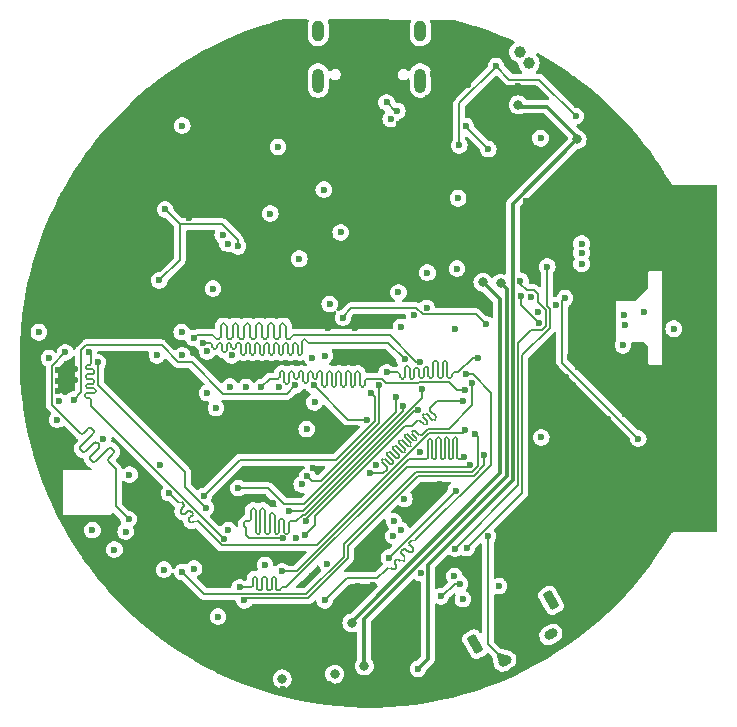
<source format=gbr>
%TF.GenerationSoftware,KiCad,Pcbnew,8.0.1*%
%TF.CreationDate,2024-09-23T16:13:28-04:00*%
%TF.ProjectId,stm32h7,73746d33-3268-4372-9e6b-696361645f70,rev?*%
%TF.SameCoordinates,Original*%
%TF.FileFunction,Copper,L6,Bot*%
%TF.FilePolarity,Positive*%
%FSLAX46Y46*%
G04 Gerber Fmt 4.6, Leading zero omitted, Abs format (unit mm)*
G04 Created by KiCad (PCBNEW 8.0.1) date 2024-09-23 16:13:28*
%MOMM*%
%LPD*%
G01*
G04 APERTURE LIST*
G04 Aperture macros list*
%AMRoundRect*
0 Rectangle with rounded corners*
0 $1 Rounding radius*
0 $2 $3 $4 $5 $6 $7 $8 $9 X,Y pos of 4 corners*
0 Add a 4 corners polygon primitive as box body*
4,1,4,$2,$3,$4,$5,$6,$7,$8,$9,$2,$3,0*
0 Add four circle primitives for the rounded corners*
1,1,$1+$1,$2,$3*
1,1,$1+$1,$4,$5*
1,1,$1+$1,$6,$7*
1,1,$1+$1,$8,$9*
0 Add four rect primitives between the rounded corners*
20,1,$1+$1,$2,$3,$4,$5,0*
20,1,$1+$1,$4,$5,$6,$7,0*
20,1,$1+$1,$6,$7,$8,$9,0*
20,1,$1+$1,$8,$9,$2,$3,0*%
%AMHorizOval*
0 Thick line with rounded ends*
0 $1 width*
0 $2 $3 position (X,Y) of the first rounded end (center of the circle)*
0 $4 $5 position (X,Y) of the second rounded end (center of the circle)*
0 Add line between two ends*
20,1,$1,$2,$3,$4,$5,0*
0 Add two circle primitives to create the rounded ends*
1,1,$1,$2,$3*
1,1,$1,$4,$5*%
G04 Aperture macros list end*
%TA.AperFunction,ComponentPad*%
%ADD10HorizOval,0.800000X0.173205X0.100000X-0.173205X-0.100000X0*%
%TD*%
%TA.AperFunction,ComponentPad*%
%ADD11RoundRect,0.131234X0.101625X-0.713551X0.567141X-0.444785X-0.101625X0.713551X-0.567141X0.444785X0*%
%TD*%
%TA.AperFunction,ComponentPad*%
%ADD12O,1.000000X2.100000*%
%TD*%
%TA.AperFunction,ComponentPad*%
%ADD13O,1.000000X1.800000*%
%TD*%
%TA.AperFunction,ViaPad*%
%ADD14C,0.600000*%
%TD*%
%TA.AperFunction,ViaPad*%
%ADD15C,1.000000*%
%TD*%
%TA.AperFunction,ViaPad*%
%ADD16C,0.800000*%
%TD*%
%TA.AperFunction,Conductor*%
%ADD17C,0.200000*%
%TD*%
%TA.AperFunction,Conductor*%
%ADD18C,0.350000*%
%TD*%
G04 APERTURE END LIST*
D10*
%TO.P,SW1,1,1*%
%TO.N,BTN*%
X141509397Y-97626403D03*
%TO.P,SW1,2,2*%
%TO.N,VCC*%
X145397851Y-95381403D03*
D11*
%TO.P,SW1,3*%
%TO.N,N/C*%
X145417248Y-92495000D03*
%TO.P,SW1,4*%
X139000000Y-96200000D03*
%TD*%
D12*
%TO.P,J1,S1,SHIELD*%
%TO.N,unconnected-(J1-SHIELD-PadS1)_1*%
X134345000Y-48490000D03*
D13*
%TO.N,unconnected-(J1-SHIELD-PadS1)_2*%
X134345000Y-44290000D03*
D12*
%TO.N,unconnected-(J1-SHIELD-PadS1)*%
X125705000Y-48490000D03*
D13*
%TO.N,unconnected-(J1-SHIELD-PadS1)_0*%
X125705000Y-44290000D03*
%TD*%
D14*
%TO.N,GND*%
X119125000Y-89950000D03*
X118276409Y-89848591D03*
X114325000Y-86850000D03*
X112750000Y-86825000D03*
X111800000Y-88725000D03*
X134925000Y-84625000D03*
X104450000Y-78900000D03*
X120055251Y-82163282D03*
X119450000Y-76050000D03*
X124800000Y-79650000D03*
%TO.N,LCD_G2*%
X122750000Y-87250000D03*
%TO.N,+3V3*%
X134365000Y-90185000D03*
X151500000Y-70900000D03*
X148000000Y-63100000D03*
X102900000Y-72000000D03*
X127600000Y-61350000D03*
X121650000Y-59750000D03*
X106590796Y-86549452D03*
X144600000Y-78700000D03*
X133000000Y-83900000D03*
X103595000Y-77200000D03*
X148000000Y-62300000D03*
X126450000Y-89400000D03*
D15*
X143550000Y-47000000D03*
X142780000Y-46080000D03*
D14*
X122300000Y-54100000D03*
X134358012Y-79962744D03*
X107500000Y-78850000D03*
X108450000Y-88200000D03*
X137450000Y-64400000D03*
X102050000Y-69800000D03*
X141000000Y-91300000D03*
X114200000Y-52300000D03*
X148000000Y-64000000D03*
X112650000Y-89900000D03*
X112050000Y-71750000D03*
X126275000Y-71775000D03*
X116800000Y-66100000D03*
%TO.N,GPS_TXD*%
X118025000Y-62300000D03*
X114200000Y-71750000D03*
%TO.N,GPS_RXD*%
X117625000Y-61575000D03*
X114143367Y-69793367D03*
D16*
%TO.N,VCC*%
X142650000Y-50550000D03*
X147625000Y-53475000D03*
D14*
X134150000Y-98300000D03*
%TO.N,VBUS*%
X131850000Y-51725000D03*
X124725000Y-78000000D03*
%TO.N,Net-(J1-CC1)*%
X131486091Y-50336091D03*
X132400000Y-51050000D03*
%TO.N,Net-(U6-XTB)*%
X151600000Y-68300000D03*
X153300000Y-68100000D03*
%TO.N,Net-(U6-XTA)*%
X155800000Y-69500000D03*
X151700000Y-69141158D03*
%TO.N,Net-(U4-PROG)*%
X140100000Y-54300000D03*
X138200000Y-52350000D03*
%TO.N,ANT_SW_CTRL*%
X146600000Y-66900000D03*
X152800000Y-78800000D03*
%TO.N,LCD_RST*%
X134950000Y-64750000D03*
X118100000Y-86550000D03*
%TO.N,LoRa_BUSY*%
X132110071Y-85813654D03*
X143750000Y-66800000D03*
%TO.N,LoRa_NSS*%
X127811091Y-68561091D03*
X139925000Y-69125000D03*
%TO.N,LCD_B3*%
X118950000Y-83000000D03*
X132300000Y-75300000D03*
%TO.N,SCK*%
X118250000Y-74400000D03*
X133793046Y-68306955D03*
%TO.N,LCD_CS*%
X125200000Y-71950000D03*
X134875000Y-67725000D03*
X129820978Y-77186091D03*
X125306921Y-74300000D03*
%TO.N,LCD_HSYNC*%
X130834887Y-74300000D03*
X124790000Y-81990000D03*
%TO.N,LCD_R1*%
X119450000Y-92500000D03*
X139750000Y-80151370D03*
%TO.N,LoRa_RST*%
X144275000Y-68102818D03*
X132075000Y-87050000D03*
%TO.N,LCD_B2*%
X124575000Y-86950000D03*
X138000000Y-75600000D03*
%TO.N,LCD_G3*%
X126250000Y-92500000D03*
X138188909Y-73361091D03*
%TO.N,LCD_R4*%
X138525000Y-81025000D03*
X119050000Y-91400000D03*
%TO.N,LCD_B1*%
X131500000Y-73200000D03*
X139250000Y-72000000D03*
%TO.N,LCD_G0*%
X132850000Y-76050000D03*
X123200000Y-84900000D03*
%TO.N,LCD_VSYNC*%
X130150000Y-74950000D03*
X116000000Y-83650000D03*
%TO.N,LoRa_DIO1*%
X132687020Y-86500000D03*
X145825000Y-67525000D03*
%TO.N,LCD_G4*%
X130100000Y-81700000D03*
X138750000Y-74100000D03*
%TO.N,LCD_R3*%
X138138909Y-78111091D03*
X113086091Y-83413909D03*
%TO.N,LCD_G1*%
X134188909Y-76388909D03*
X124650000Y-85800000D03*
%TO.N,LCD_B5*%
X134350000Y-72300000D03*
X115200000Y-70300000D03*
%TO.N,LCD_DE*%
X121200000Y-89500000D03*
X137300000Y-69500000D03*
%TO.N,LCD_R5*%
X122650000Y-90050000D03*
X138049210Y-80350790D03*
%TO.N,LCD_B4*%
X115937500Y-70687500D03*
X133011091Y-72088909D03*
%TO.N,Net-(J5-Pin_29)*%
X137336091Y-83236091D03*
X131684922Y-88884922D03*
%TO.N,LCD_G5*%
X138100000Y-74700000D03*
X120900000Y-74450000D03*
%TO.N,LCD_G2*%
X134450000Y-74600000D03*
%TO.N,LCD_R2*%
X114200000Y-90100000D03*
X138961396Y-78438604D03*
%TO.N,SDA*%
X145100000Y-64250000D03*
X137950000Y-92400000D03*
X138275000Y-88075000D03*
%TO.N,SCL*%
X137266942Y-88116942D03*
X142825000Y-65450000D03*
X137225000Y-90450000D03*
%TO.N,MISO*%
X142900000Y-66700000D03*
X118375000Y-71762500D03*
X144425000Y-69025000D03*
%TO.N,MOSI*%
X132700000Y-69350000D03*
X115200000Y-89800000D03*
%TO.N,/Accel & Magnetometer/CS_MAG*%
X137700000Y-91100000D03*
X136100000Y-92150000D03*
%TO.N,GND*%
X143050000Y-95850000D03*
X107780000Y-54130000D03*
X152600000Y-77000000D03*
X128100000Y-45240000D03*
X158580000Y-79530000D03*
X114700000Y-67550000D03*
X145900000Y-75000000D03*
X130450000Y-45100000D03*
X146500000Y-82400000D03*
X144400000Y-76650000D03*
X107650000Y-68650000D03*
X121700000Y-45100000D03*
X143300000Y-59600000D03*
X109500000Y-63900000D03*
X104400000Y-73400000D03*
X103100000Y-67400000D03*
X154100000Y-59200000D03*
X112850000Y-55800000D03*
X152400000Y-62100000D03*
X151800000Y-75600000D03*
X110100000Y-51700000D03*
X109050000Y-73180000D03*
X120250000Y-98900000D03*
X148300000Y-55250000D03*
X138400000Y-48900000D03*
X152800000Y-86800000D03*
X155000000Y-72900000D03*
X120800000Y-45100000D03*
X152800000Y-76000000D03*
X126950000Y-50250000D03*
X144000000Y-60000000D03*
X131910000Y-45240000D03*
X149900000Y-61100000D03*
X153500000Y-56670000D03*
X136990000Y-43970000D03*
X116670000Y-55400000D03*
X157600000Y-84250000D03*
X121750000Y-78260000D03*
X104500000Y-68100000D03*
X144550000Y-94650000D03*
X118800000Y-84400000D03*
X154770000Y-82070000D03*
X147100000Y-81000000D03*
X157310000Y-61750000D03*
X135500000Y-48900000D03*
X112800000Y-95200000D03*
X147650000Y-50550000D03*
X157600000Y-83350000D03*
X123900000Y-48300000D03*
X147900000Y-71800000D03*
X158580000Y-61750000D03*
X152800000Y-85900000D03*
X132550000Y-52150000D03*
X157300000Y-78950000D03*
X147600000Y-76800000D03*
X149900000Y-82500000D03*
X149700000Y-68800000D03*
X147150000Y-94770000D03*
X119210000Y-50320000D03*
X143350000Y-49750000D03*
X103700000Y-73900000D03*
X133180000Y-60480000D03*
X151450000Y-57100000D03*
X122500000Y-58500000D03*
X145800000Y-84000000D03*
X104000000Y-67400000D03*
X156040000Y-84610000D03*
X126600000Y-53300000D03*
X153400000Y-59700000D03*
X145900000Y-57850000D03*
X152000000Y-87200000D03*
X128400000Y-55950000D03*
X145100000Y-83600000D03*
X154100000Y-60100000D03*
X158580000Y-76990000D03*
X116800000Y-64050000D03*
X158580000Y-82070000D03*
X127000000Y-52600000D03*
X127850000Y-58500000D03*
X135450000Y-58900000D03*
X117350000Y-52900000D03*
X144550000Y-93750000D03*
X151450000Y-55300000D03*
X133180000Y-46510000D03*
X149400000Y-62400000D03*
X124290000Y-55400000D03*
X127500000Y-55950000D03*
X146350000Y-90750000D03*
X158580000Y-70640000D03*
X143050000Y-53900000D03*
X103970000Y-59210000D03*
X145250000Y-59370000D03*
X131910000Y-55400000D03*
X155200000Y-71200000D03*
X115500000Y-58700000D03*
X147800000Y-58750000D03*
X153500000Y-55400000D03*
X143850000Y-94250000D03*
X129750000Y-45600000D03*
X145500000Y-76700000D03*
X117450000Y-59450000D03*
X148100000Y-83200000D03*
X140200000Y-50000000D03*
X116650000Y-53400000D03*
X123900000Y-49200000D03*
X151400000Y-80800000D03*
X142900000Y-52450000D03*
X154770000Y-85880000D03*
X158580000Y-80800000D03*
X153300000Y-62300000D03*
X146700000Y-73600000D03*
X110500000Y-90350000D03*
X142450000Y-94500000D03*
X148800000Y-68000000D03*
X123700000Y-58650000D03*
X112150000Y-93550000D03*
X145290000Y-57270000D03*
X127000000Y-95950000D03*
X135700000Y-55250000D03*
X142150000Y-92100000D03*
X150750000Y-56700000D03*
X113650000Y-92900000D03*
X108600000Y-63900000D03*
X109800000Y-91750000D03*
X129100000Y-92200000D03*
X142650000Y-48950000D03*
X147274997Y-82900000D03*
X137150000Y-99150000D03*
X153200000Y-72300000D03*
X144000000Y-59100000D03*
X112000000Y-69200000D03*
X123100000Y-45800000D03*
X123020000Y-55400000D03*
X130350000Y-91200000D03*
X158580000Y-69370000D03*
X125200000Y-90410000D03*
X147300000Y-88100000D03*
X133180000Y-43970000D03*
X114800000Y-58300000D03*
X135850000Y-58200000D03*
X147800000Y-80600000D03*
X134050000Y-52900000D03*
X158580000Y-65560000D03*
X119700000Y-95150000D03*
X142100000Y-95400000D03*
X146800000Y-76700000D03*
X144400000Y-75750000D03*
X114800000Y-60100000D03*
X131910000Y-46510000D03*
X150960000Y-59210000D03*
X153000000Y-81000000D03*
X119050000Y-94600000D03*
X152400000Y-80400000D03*
X151500000Y-81900000D03*
X156600000Y-67300000D03*
X141550000Y-52050000D03*
X158350000Y-75200000D03*
X144400000Y-74850000D03*
X158580000Y-64290000D03*
X127800000Y-64750000D03*
X127900000Y-52600000D03*
X117940000Y-46510000D03*
X152000000Y-86300000D03*
X107150000Y-67950000D03*
X129750000Y-46500000D03*
X135720000Y-43970000D03*
X140200000Y-49100000D03*
X115400000Y-55400000D03*
X156600000Y-79450000D03*
X136350000Y-58900000D03*
X121750000Y-79530000D03*
X148900000Y-77750000D03*
X150700000Y-81700000D03*
X154300000Y-64200000D03*
X120600000Y-49150000D03*
X136990000Y-96040000D03*
X145100000Y-84500000D03*
X113550000Y-55300000D03*
X145650000Y-89450000D03*
X143340000Y-88420000D03*
X149700000Y-68000000D03*
X120542112Y-63664552D03*
X114700000Y-48600000D03*
X146100000Y-65200000D03*
X116670000Y-79530000D03*
X110500000Y-92150000D03*
X152700000Y-83100000D03*
X143340000Y-61750000D03*
X112860000Y-57940000D03*
X145600000Y-81400000D03*
X156040000Y-82070000D03*
X116950000Y-58750000D03*
X153700000Y-75800000D03*
X147000000Y-71900000D03*
X134300000Y-52050000D03*
X129750000Y-44700000D03*
X158300000Y-84650000D03*
X153500000Y-82600000D03*
X153400000Y-64300000D03*
X139600000Y-44750000D03*
X151600000Y-61900000D03*
X108500000Y-60800000D03*
X125300000Y-81300000D03*
X150200000Y-84100000D03*
X112850000Y-54900000D03*
X101430000Y-76990000D03*
X140800000Y-63020000D03*
X112860000Y-76990000D03*
X143300000Y-94900000D03*
X135980000Y-82640000D03*
X147900000Y-69600000D03*
X143340000Y-63020000D03*
X114800000Y-59200000D03*
X112150000Y-92650000D03*
X106510000Y-55400000D03*
X126750000Y-96900000D03*
X153400000Y-58800000D03*
X115500000Y-56900000D03*
X120480000Y-78260000D03*
X132300000Y-53000000D03*
X146400000Y-81400000D03*
X130450000Y-46000000D03*
X148800000Y-68800000D03*
X150800000Y-61300000D03*
X156200000Y-68200000D03*
X101430000Y-73180000D03*
X128450000Y-97450000D03*
X116500000Y-62700000D03*
X151900000Y-66800000D03*
X110500000Y-91250000D03*
X131700000Y-97500000D03*
X115400000Y-79530000D03*
X158580000Y-71910000D03*
X150600000Y-80800000D03*
X110800000Y-51200000D03*
X154200000Y-62500000D03*
X138400000Y-47100000D03*
X145250000Y-58500000D03*
X147900000Y-82300000D03*
X118650000Y-98300000D03*
X128100000Y-46510000D03*
X128100000Y-43970000D03*
X145800000Y-85800000D03*
X123200000Y-48800000D03*
X145100000Y-85400000D03*
X154770000Y-87150000D03*
X143850000Y-93350000D03*
X145100000Y-73200000D03*
X141300000Y-95500000D03*
X156040000Y-85880000D03*
X112850000Y-93050000D03*
X145800000Y-84900000D03*
X124400000Y-50050000D03*
X147300000Y-84200000D03*
X123200000Y-49700000D03*
X154770000Y-80800000D03*
X153500000Y-63400000D03*
X152000000Y-84500000D03*
X133150000Y-52750000D03*
X117350000Y-52000000D03*
X114800000Y-57400000D03*
X154770000Y-57940000D03*
X147300000Y-77700000D03*
X115500000Y-57800000D03*
X128850000Y-69400000D03*
X157310000Y-82070000D03*
X143340000Y-85880000D03*
X153500000Y-84400000D03*
X142070000Y-93500000D03*
X124950000Y-97700000D03*
X158580000Y-78260000D03*
X149700000Y-69600000D03*
X106200000Y-60100000D03*
X107780000Y-65560000D03*
X120480000Y-93500000D03*
X143300000Y-58700000D03*
X147500000Y-61300000D03*
X148900000Y-91800000D03*
X138900000Y-47800000D03*
X146600000Y-63600000D03*
X129250000Y-100600000D03*
X146200000Y-77400000D03*
X157300000Y-79850000D03*
X150200000Y-77100000D03*
X116800000Y-64950000D03*
X103750000Y-80850000D03*
X155900000Y-70600000D03*
X149100000Y-61500000D03*
X153900000Y-72900000D03*
X129370000Y-89690000D03*
X150750000Y-57600000D03*
X133180000Y-59210000D03*
X152300000Y-65000000D03*
X132500000Y-97500000D03*
X121750000Y-76990000D03*
X146000000Y-80700000D03*
X146350000Y-89850000D03*
X142070000Y-87150000D03*
X150700000Y-82600000D03*
X122750000Y-100000000D03*
X157650000Y-73900000D03*
X110400000Y-63900000D03*
X116670000Y-80800000D03*
X145300000Y-75800000D03*
X147300000Y-76000000D03*
X153300000Y-77800000D03*
X152000000Y-82700000D03*
X156040000Y-61750000D03*
X140600000Y-45850000D03*
X152700000Y-82200000D03*
X142450000Y-54600000D03*
X154400000Y-73600000D03*
X101430000Y-71910000D03*
X145100000Y-86300000D03*
X152000000Y-83600000D03*
X153200000Y-65500000D03*
X150960000Y-90960000D03*
X103050000Y-81350000D03*
X115550000Y-97050000D03*
X116670000Y-46510000D03*
X136300000Y-55850000D03*
X110320000Y-71910000D03*
X144600000Y-73900000D03*
X130650000Y-64900000D03*
X145000000Y-80800000D03*
X157400000Y-58950000D03*
X157650000Y-74800000D03*
X147100000Y-59250000D03*
X153800000Y-79300000D03*
X148800000Y-69600000D03*
X148200000Y-93200000D03*
X155900000Y-65900000D03*
X147500000Y-78700000D03*
X103700000Y-83450000D03*
X106750000Y-68650000D03*
X113800000Y-67550000D03*
X145800000Y-66000000D03*
X148900000Y-92700000D03*
X106250000Y-67950000D03*
X147900000Y-49700000D03*
X109800000Y-90850000D03*
X119650000Y-96800000D03*
X155500000Y-63600000D03*
X151450000Y-56200000D03*
X118350000Y-59450000D03*
X103750000Y-81750000D03*
X156000000Y-64900000D03*
X103050000Y-80450000D03*
X114000000Y-50000000D03*
X145200000Y-77500000D03*
X113550000Y-54400000D03*
X127900000Y-100450000D03*
X147100000Y-81800000D03*
X135000000Y-49950000D03*
X121900000Y-84250000D03*
X145800000Y-86700000D03*
X154770000Y-84610000D03*
X134450000Y-99850000D03*
X103750000Y-79950000D03*
X150750000Y-55800000D03*
X148900000Y-90900000D03*
X152230000Y-89690000D03*
X142500000Y-55800000D03*
X145600000Y-82200000D03*
X157100000Y-68700000D03*
X155500000Y-73600000D03*
X141250000Y-94600000D03*
X149800000Y-80800000D03*
X125560000Y-46510000D03*
X156040000Y-60480000D03*
X156000000Y-72800000D03*
X111300000Y-63900000D03*
X121650000Y-62500000D03*
X112000000Y-67750000D03*
X130900000Y-97500000D03*
X119210000Y-45240000D03*
X155100000Y-65300000D03*
X138000000Y-48150000D03*
X114150000Y-96200000D03*
X152600000Y-64000000D03*
X153400000Y-80200000D03*
X156600000Y-78550000D03*
X158350000Y-74300000D03*
X119210000Y-46510000D03*
X136990000Y-97310000D03*
X122200000Y-45800000D03*
X157310000Y-76990000D03*
X119450000Y-97750000D03*
X134900000Y-52650000D03*
X115400000Y-80800000D03*
X128600000Y-71450000D03*
X153300000Y-71400000D03*
X133180000Y-93500000D03*
X143340000Y-87150000D03*
X146300000Y-64400000D03*
X103970000Y-60480000D03*
X153500000Y-81700000D03*
X153900000Y-78400000D03*
X145800000Y-83100000D03*
X154500000Y-76300000D03*
X129370000Y-59210000D03*
X101430000Y-75720000D03*
X112850000Y-93950000D03*
X152100000Y-81300000D03*
X147300000Y-74300000D03*
X156700000Y-66300000D03*
X148500000Y-50300000D03*
X155100000Y-64400000D03*
X107600000Y-60800000D03*
X148050000Y-56100000D03*
X158580000Y-63020000D03*
X146100000Y-76100000D03*
X136450000Y-99650000D03*
X126830000Y-46510000D03*
X148900000Y-78550000D03*
X145800000Y-87600000D03*
X103050000Y-82250000D03*
X135450000Y-47950000D03*
X155400000Y-72100000D03*
X150100000Y-64900000D03*
X103700000Y-74800000D03*
X149900000Y-81700000D03*
X119900000Y-95950000D03*
X156900000Y-69700000D03*
X153500000Y-76600000D03*
X147700000Y-72700000D03*
X121300000Y-45800000D03*
X111400000Y-94100000D03*
X153500000Y-83500000D03*
X150600000Y-83400000D03*
X105100000Y-73800000D03*
X154500000Y-75400000D03*
X145800000Y-72800000D03*
X150800000Y-62400000D03*
X119900000Y-48750000D03*
X126150000Y-50150000D03*
X156040000Y-76990000D03*
X117850000Y-58750000D03*
X113000000Y-69200000D03*
X145880000Y-47780000D03*
X152700000Y-84900000D03*
X145650000Y-90350000D03*
X157400000Y-67800000D03*
X151200000Y-74500000D03*
X140150000Y-52400000D03*
X150960000Y-89690000D03*
X122600000Y-45100000D03*
X111590000Y-73180000D03*
X129100000Y-91300000D03*
X143340000Y-84610000D03*
X102200000Y-67400000D03*
X157400000Y-59850000D03*
X123500000Y-45100000D03*
X152500000Y-66200000D03*
X110800000Y-52100000D03*
X124000000Y-45800000D03*
X125560000Y-94770000D03*
X120480000Y-79530000D03*
X146600000Y-75400000D03*
X158100000Y-60250000D03*
X133300000Y-97500000D03*
X156040000Y-59210000D03*
X142070000Y-85880000D03*
X140450000Y-44900000D03*
X120600000Y-48250000D03*
X152600000Y-62900000D03*
X151700000Y-76700000D03*
X148400000Y-61100000D03*
X109050000Y-71910000D03*
X153500000Y-88420000D03*
X149800000Y-83300000D03*
X108000000Y-60100000D03*
X133350000Y-49800000D03*
X149690000Y-59210000D03*
X152700000Y-84000000D03*
X155000000Y-74500000D03*
X146700000Y-62700000D03*
X150600000Y-77800000D03*
X147800000Y-81400000D03*
X158300000Y-83750000D03*
X156300000Y-64100000D03*
X134950000Y-58200000D03*
X154500000Y-63400000D03*
X156040000Y-80800000D03*
X154770000Y-83340000D03*
X156200000Y-71500000D03*
X105100000Y-72900000D03*
X104400000Y-74300000D03*
X110100000Y-52600000D03*
X155900000Y-66900000D03*
X125800000Y-99650000D03*
X121650000Y-99400000D03*
X144900000Y-79800000D03*
X156040000Y-83340000D03*
X127900000Y-55250000D03*
X148200000Y-92300000D03*
X146500000Y-74400000D03*
X148900000Y-55850000D03*
X150600000Y-75400000D03*
X147400000Y-75100000D03*
X112900000Y-67750000D03*
X150700000Y-73800000D03*
X144400000Y-77450000D03*
X114700000Y-49500000D03*
X146900000Y-61900000D03*
X147100000Y-60150000D03*
X145300000Y-74400000D03*
X126650000Y-99600000D03*
X114130000Y-75720000D03*
X119900000Y-47850000D03*
X114000000Y-49100000D03*
X127000000Y-55250000D03*
X147800000Y-59650000D03*
X126550000Y-69400000D03*
X135450000Y-56100000D03*
X117100000Y-97700000D03*
X106700000Y-60800000D03*
X115400000Y-82070000D03*
X155200000Y-66300000D03*
X115500000Y-59600000D03*
X158100000Y-59350000D03*
X112860000Y-75720000D03*
X148200000Y-91400000D03*
X103600000Y-68100000D03*
X150100000Y-62000000D03*
X105240000Y-87150000D03*
X135200000Y-46900000D03*
X147900000Y-68000000D03*
X133180000Y-45240000D03*
X103700000Y-73000000D03*
X101430000Y-74450000D03*
X156800000Y-70500000D03*
X116650000Y-52500000D03*
X147900000Y-68800000D03*
X131910000Y-43970000D03*
X130450000Y-44200000D03*
X142070000Y-88420000D03*
X105240000Y-69370000D03*
X145900000Y-73800000D03*
X150960000Y-52860000D03*
X104400000Y-72500000D03*
X154100000Y-74500000D03*
X154200000Y-77300000D03*
X125300000Y-50250000D03*
X127500000Y-53300000D03*
X110320000Y-73180000D03*
X156040000Y-57940000D03*
X122650000Y-81850000D03*
X121750000Y-94770000D03*
X107100000Y-60100000D03*
X102700000Y-68100000D03*
X150600000Y-88200000D03*
X152000000Y-85400000D03*
%TO.N,Net-(C1-Pad2)*%
X125391752Y-75725414D03*
X123800000Y-87250000D03*
%TO.N,NRST*%
X112275688Y-81025333D03*
X117050000Y-76225000D03*
X119600000Y-74450000D03*
X126675000Y-67416501D03*
%TO.N,Net-(U1-BOOT0)*%
X124100000Y-63575000D03*
X116300000Y-71425000D03*
%TO.N,QSPI_CLK*%
X106300000Y-71450000D03*
X117750000Y-87300000D03*
%TO.N,QSPI_NCS*%
X116300000Y-74950000D03*
X103725000Y-75600000D03*
%TO.N,QSPI_D0*%
X116200000Y-84650000D03*
X107050000Y-72350000D03*
%TO.N,QSPI_D1*%
X105000000Y-75500000D03*
X123750000Y-74300000D03*
%TO.N,QSPI_D3*%
X109662500Y-85637500D03*
X104300000Y-71500000D03*
%TO.N,FG_NALERT*%
X144525000Y-53375000D03*
X126175000Y-57725000D03*
%TO.N,Net-(J6-Pin_2)*%
X117225000Y-93875000D03*
X109400000Y-86675000D03*
%TO.N,BTN*%
X132500000Y-66425000D03*
X140076409Y-87051409D03*
X130612705Y-81000000D03*
X122350000Y-74450000D03*
X124300000Y-82675000D03*
%TO.N,Net-(ATGM336H1-GND)*%
X118900000Y-62522182D03*
X112750000Y-59400000D03*
X112250000Y-65400000D03*
%TO.N,LDO_EN*%
X137550000Y-58450000D03*
X140750000Y-47268674D03*
X137650000Y-53975000D03*
X109725000Y-81850000D03*
X147500000Y-51500000D03*
D16*
%TO.N,BL_ANODE*%
X141150000Y-65650000D03*
X129600000Y-98050000D03*
X122650000Y-99150000D03*
X127100000Y-98750000D03*
%TO.N,BL_CATHODE*%
X128550000Y-94400000D03*
X139650000Y-65550000D03*
%TD*%
D17*
%TO.N,QSPI_D3*%
X108550000Y-84525000D02*
X108550000Y-81350000D01*
X109662500Y-85637500D02*
X108550000Y-84525000D01*
X108550000Y-81350000D02*
X108384187Y-81184187D01*
%TO.N,LCD_B4*%
X116590000Y-70700000D02*
X116510000Y-70700000D01*
X117950000Y-70860000D02*
X117950000Y-71340000D01*
X116510000Y-70700000D02*
X116500000Y-70700000D01*
X117150000Y-70860000D02*
X117150000Y-71040000D01*
X118990000Y-70700000D02*
X118910000Y-70700000D01*
X119150000Y-71540000D02*
X119150000Y-70860000D01*
X116500000Y-70700000D02*
X115950000Y-70700000D01*
X119550000Y-70860000D02*
X119550000Y-71540000D01*
X119390000Y-71700000D02*
X119310000Y-71700000D01*
X116750000Y-71040000D02*
X116750000Y-70860000D01*
X117390000Y-70700000D02*
X117310000Y-70700000D01*
X117550000Y-71340000D02*
X117550000Y-70860000D01*
X117790000Y-71500000D02*
X117710000Y-71500000D01*
X118750000Y-70860000D02*
X118750000Y-71040000D01*
X118190000Y-70700000D02*
X118110000Y-70700000D01*
X115950000Y-70700000D02*
X115937500Y-70687500D01*
X118590000Y-71200000D02*
X118510000Y-71200000D01*
X120750000Y-71540000D02*
X120750000Y-70860000D01*
X120990000Y-71700000D02*
X120910000Y-71700000D01*
X121950000Y-70860000D02*
X121950000Y-71540000D01*
X123950000Y-71540000D02*
X123950000Y-70860000D01*
X121550000Y-71540000D02*
X121550000Y-70860000D01*
X123790000Y-70700000D02*
X123710000Y-70700000D01*
X121390000Y-70700000D02*
X121310000Y-70700000D01*
X124350000Y-70700000D02*
X124350000Y-71540000D01*
X121790000Y-71700000D02*
X121710000Y-71700000D01*
X121150000Y-70860000D02*
X121150000Y-71540000D01*
X124600000Y-70400000D02*
X124500000Y-70400000D01*
X124190000Y-71700000D02*
X124110000Y-71700000D01*
X122990000Y-70700000D02*
X122910000Y-70700000D01*
X122190000Y-70700000D02*
X122110000Y-70700000D01*
X119790000Y-70700000D02*
X119710000Y-70700000D01*
X119950000Y-71540000D02*
X119950000Y-70860000D01*
X120190000Y-71700000D02*
X120110000Y-71700000D01*
X131622182Y-70700000D02*
X124900000Y-70700000D01*
X122590000Y-71700000D02*
X122510000Y-71700000D01*
X124350000Y-70550000D02*
X124350000Y-70700000D01*
X123150000Y-71540000D02*
X123150000Y-70860000D01*
X122750000Y-70860000D02*
X122750000Y-71540000D01*
X122350000Y-71540000D02*
X122350000Y-70860000D01*
X133011091Y-72088909D02*
X131622182Y-70700000D01*
X116990000Y-71200000D02*
X116910000Y-71200000D01*
X118350000Y-71040000D02*
X118350000Y-70860000D01*
X120350000Y-70860000D02*
X120350000Y-71540000D01*
X123390000Y-71700000D02*
X123310000Y-71700000D01*
X120590000Y-70700000D02*
X120510000Y-70700000D01*
X123550000Y-70860000D02*
X123550000Y-71540000D01*
X117550000Y-70860000D02*
G75*
G03*
X117390000Y-70700000I-160000J0D01*
G01*
X119550000Y-71540000D02*
G75*
G02*
X119390000Y-71700000I-160000J0D01*
G01*
X117950000Y-71340000D02*
G75*
G02*
X117790000Y-71500000I-160000J0D01*
G01*
X122750000Y-71540000D02*
G75*
G02*
X122590000Y-71700000I-160000J0D01*
G01*
X122110000Y-70700000D02*
G75*
G03*
X121950000Y-70860000I0J-160000D01*
G01*
X119150000Y-70860000D02*
G75*
G03*
X118990000Y-70700000I-160000J0D01*
G01*
X122910000Y-70700000D02*
G75*
G03*
X122750000Y-70860000I0J-160000D01*
G01*
X118350000Y-70860000D02*
G75*
G03*
X118190000Y-70700000I-160000J0D01*
G01*
X121310000Y-70700000D02*
G75*
G03*
X121150000Y-70860000I0J-160000D01*
G01*
X118910000Y-70700000D02*
G75*
G03*
X118750000Y-70860000I0J-160000D01*
G01*
X121550000Y-70860000D02*
G75*
G03*
X121390000Y-70700000I-160000J0D01*
G01*
X117710000Y-71500000D02*
G75*
G02*
X117550000Y-71340000I0J160000D01*
G01*
X118510000Y-71200000D02*
G75*
G02*
X118350000Y-71040000I0J160000D01*
G01*
X122510000Y-71700000D02*
G75*
G02*
X122350000Y-71540000I0J160000D01*
G01*
X123310000Y-71700000D02*
G75*
G02*
X123150000Y-71540000I0J160000D01*
G01*
X119710000Y-70700000D02*
G75*
G03*
X119550000Y-70860000I0J-160000D01*
G01*
X120510000Y-70700000D02*
G75*
G03*
X120350000Y-70860000I0J-160000D01*
G01*
X121150000Y-71540000D02*
G75*
G02*
X120990000Y-71700000I-160000J0D01*
G01*
X123710000Y-70700000D02*
G75*
G03*
X123550000Y-70860000I0J-160000D01*
G01*
X119310000Y-71700000D02*
G75*
G02*
X119150000Y-71540000I0J160000D01*
G01*
X119950000Y-70860000D02*
G75*
G03*
X119790000Y-70700000I-160000J0D01*
G01*
X121950000Y-71540000D02*
G75*
G02*
X121790000Y-71700000I-160000J0D01*
G01*
X123550000Y-71540000D02*
G75*
G02*
X123390000Y-71700000I-160000J0D01*
G01*
X118750000Y-71040000D02*
G75*
G02*
X118590000Y-71200000I-160000J0D01*
G01*
X120910000Y-71700000D02*
G75*
G02*
X120750000Y-71540000I0J160000D01*
G01*
X116750000Y-70860000D02*
G75*
G03*
X116590000Y-70700000I-160000J0D01*
G01*
X124350000Y-71540000D02*
G75*
G02*
X124190000Y-71700000I-160000J0D01*
G01*
X117150000Y-71040000D02*
G75*
G02*
X116990000Y-71200000I-160000J0D01*
G01*
X122350000Y-70860000D02*
G75*
G03*
X122190000Y-70700000I-160000J0D01*
G01*
X120110000Y-71700000D02*
G75*
G02*
X119950000Y-71540000I0J160000D01*
G01*
X120750000Y-70860000D02*
G75*
G03*
X120590000Y-70700000I-160000J0D01*
G01*
X118110000Y-70700000D02*
G75*
G03*
X117950000Y-70860000I0J-160000D01*
G01*
X121710000Y-71700000D02*
G75*
G02*
X121550000Y-71540000I0J160000D01*
G01*
X123150000Y-70860000D02*
G75*
G03*
X122990000Y-70700000I-160000J0D01*
G01*
X116910000Y-71200000D02*
G75*
G02*
X116750000Y-71040000I0J160000D01*
G01*
X123950000Y-70860000D02*
G75*
G03*
X123790000Y-70700000I-160000J0D01*
G01*
X120350000Y-71540000D02*
G75*
G02*
X120190000Y-71700000I-160000J0D01*
G01*
X124500000Y-70400000D02*
G75*
G03*
X124350000Y-70550000I0J-150000D01*
G01*
X117310000Y-70700000D02*
G75*
G03*
X117150000Y-70860000I0J-160000D01*
G01*
X124750000Y-70550000D02*
G75*
G03*
X124600000Y-70400000I-150000J0D01*
G01*
X124900000Y-70700000D02*
G75*
G02*
X124750000Y-70550000I0J150000D01*
G01*
X124110000Y-71700000D02*
G75*
G02*
X123950000Y-71540000I0J160000D01*
G01*
%TO.N,QSPI_CLK*%
X106500000Y-73749343D02*
X106600000Y-73749343D01*
X106300000Y-71450000D02*
X106500000Y-71650000D01*
X106500000Y-74949343D02*
X106110000Y-74949343D01*
X106500000Y-75589343D02*
X106500000Y-75891244D01*
X106500000Y-75891244D02*
X106500000Y-76050000D01*
X106160000Y-72949343D02*
X106340000Y-72949343D01*
X106600000Y-74149343D02*
X106500000Y-74149343D01*
X105950000Y-75109343D02*
X105950000Y-75189343D01*
X106000000Y-74309343D02*
X106000000Y-74389343D01*
X106740000Y-74949343D02*
X106500000Y-74949343D01*
X106900000Y-74709343D02*
X106900000Y-74789343D01*
X106500000Y-76050000D02*
X117750000Y-87300000D01*
X106500000Y-75509343D02*
X106500000Y-75589343D01*
X106110000Y-75349343D02*
X106340000Y-75349343D01*
X106600000Y-73349343D02*
X106500000Y-73349343D01*
X106700000Y-73049343D02*
X106700000Y-73249343D01*
X106160000Y-74549343D02*
X106500000Y-74549343D01*
X106160000Y-73749343D02*
X106500000Y-73749343D01*
X106500000Y-73349343D02*
X106160000Y-73349343D01*
X106340000Y-72949343D02*
X106600000Y-72949343D01*
X106340000Y-72549343D02*
X106160000Y-72549343D01*
X106000000Y-72709343D02*
X106000000Y-72789343D01*
X106500000Y-74549343D02*
X106740000Y-74549343D01*
X106700000Y-73849343D02*
X106700000Y-74049343D01*
X106000000Y-73509343D02*
X106000000Y-73589343D01*
X106500000Y-71650000D02*
X106500000Y-72389343D01*
X106500000Y-74149343D02*
X106160000Y-74149343D01*
X106340000Y-75349343D02*
G75*
G02*
X106499957Y-75509343I0J-159957D01*
G01*
X106600000Y-72949343D02*
G75*
G02*
X106699957Y-73049343I0J-99957D01*
G01*
X106160000Y-72549343D02*
G75*
G03*
X106000043Y-72709343I0J-159957D01*
G01*
X106000000Y-72789343D02*
G75*
G03*
X106160000Y-72949300I160000J43D01*
G01*
X106500000Y-72389343D02*
G75*
G02*
X106340000Y-72549300I-160000J43D01*
G01*
X106110000Y-74949343D02*
G75*
G03*
X105950043Y-75109343I0J-159957D01*
G01*
X106740000Y-74549343D02*
G75*
G02*
X106899957Y-74709343I0J-159957D01*
G01*
X106000000Y-73589343D02*
G75*
G03*
X106160000Y-73749300I160000J43D01*
G01*
X106000000Y-74389343D02*
G75*
G03*
X106160000Y-74549300I160000J43D01*
G01*
X105950000Y-75189343D02*
G75*
G03*
X106110000Y-75349300I160000J43D01*
G01*
X106600000Y-73749343D02*
G75*
G02*
X106699957Y-73849343I0J-99957D01*
G01*
X106900000Y-74789343D02*
G75*
G02*
X106740000Y-74949300I-160000J43D01*
G01*
X106160000Y-73349343D02*
G75*
G03*
X106000043Y-73509343I0J-159957D01*
G01*
X106700000Y-74049343D02*
G75*
G02*
X106600000Y-74149300I-100000J43D01*
G01*
X106160000Y-74149343D02*
G75*
G03*
X106000043Y-74309343I0J-159957D01*
G01*
X106700000Y-73249343D02*
G75*
G02*
X106600000Y-73349300I-100000J43D01*
G01*
%TO.N,QSPI_D3*%
X106964349Y-79764349D02*
X106426947Y-80301750D01*
X107123450Y-79605251D02*
X106964349Y-79764349D01*
X106002685Y-79877487D02*
X106540086Y-79340085D01*
X108265424Y-79651210D02*
X108350276Y-79736062D01*
X105861267Y-78321856D02*
X106228961Y-77954159D01*
X107388612Y-80188611D02*
X107926012Y-79651209D01*
X103150000Y-72650000D02*
X103150000Y-75950000D01*
X106568373Y-77954160D02*
X106653225Y-78039012D01*
X104300000Y-71500000D02*
X103150000Y-72650000D01*
X103150000Y-75950000D02*
X105521855Y-78321855D01*
X107982580Y-80782580D02*
X108067434Y-80867434D01*
X106540086Y-79340085D02*
X106699184Y-79180985D01*
X106653225Y-78378424D02*
X106285528Y-78746118D01*
X106285528Y-78746118D02*
X105578421Y-79453224D01*
X108067434Y-80867434D02*
X108384187Y-81184187D01*
X106426948Y-80301751D02*
G75*
G03*
X106426903Y-80641205I169752J-169749D01*
G01*
X105521856Y-78321854D02*
G75*
G03*
X105861305Y-78321894I169744J169754D01*
G01*
X107926012Y-79651209D02*
G75*
G02*
X108265406Y-79651228I169688J-169691D01*
G01*
X106653225Y-78039012D02*
G75*
G02*
X106653207Y-78378406I-169725J-169688D01*
G01*
X106228961Y-77954159D02*
G75*
G02*
X106568406Y-77954127I169739J-169741D01*
G01*
X107982581Y-80443170D02*
G75*
G03*
X107982556Y-80782604I169719J-169730D01*
G01*
X108350275Y-79736063D02*
G75*
G02*
X108350307Y-80075505I-169675J-169737D01*
G01*
X106511799Y-80726013D02*
G75*
G03*
X106851211Y-80726013I169706J169704D01*
G01*
X105663273Y-79877487D02*
G75*
G03*
X106002685Y-79877487I169706J169704D01*
G01*
X105578421Y-79453224D02*
G75*
G03*
X105578451Y-79792605I169679J-169676D01*
G01*
X107123450Y-79287053D02*
G75*
G02*
X107123498Y-79605299I-159050J-159147D01*
G01*
X106699184Y-79180985D02*
G75*
G02*
X107017401Y-79180970I159116J-159115D01*
G01*
X108350276Y-80075474D02*
X107982581Y-80443170D01*
X106426947Y-80641161D02*
X106511799Y-80726013D01*
X105578421Y-79792635D02*
X105663273Y-79877487D01*
X106851211Y-80726013D02*
X107388612Y-80188611D01*
X107017384Y-79180987D02*
X107123450Y-79287053D01*
%TO.N,QSPI_D1*%
X123050000Y-75000000D02*
X123750000Y-74300000D01*
X114975000Y-72300000D02*
X117675000Y-75000000D01*
X106072182Y-70900000D02*
X112450000Y-70900000D01*
X112450000Y-70900000D02*
X113850000Y-72300000D01*
X117675000Y-75000000D02*
X123050000Y-75000000D01*
X105650000Y-71322182D02*
X106072182Y-70900000D01*
X113850000Y-72300000D02*
X114975000Y-72300000D01*
X105650000Y-74850000D02*
X105650000Y-71322182D01*
X105000000Y-75500000D02*
X105650000Y-74850000D01*
%TO.N,BTN*%
X140076409Y-96193415D02*
X141509397Y-97626403D01*
X140076409Y-87051409D02*
X140076409Y-96193415D01*
D18*
%TO.N,BL_ANODE*%
X129600000Y-94057106D02*
X129600000Y-98050000D01*
X141650000Y-66150000D02*
X141650000Y-82007106D01*
X141150000Y-65650000D02*
X141650000Y-66150000D01*
X141650000Y-82007106D02*
X129600000Y-94057106D01*
D17*
%TO.N,LCD_VSYNC*%
X130484887Y-77300000D02*
X130484887Y-75284887D01*
X127200000Y-80584887D02*
X130484887Y-77300000D01*
X127200000Y-80600000D02*
X127200000Y-80584887D01*
X119050000Y-80600000D02*
X127200000Y-80600000D01*
X130484887Y-75284887D02*
X130150000Y-74950000D01*
X116000000Y-83650000D02*
X119050000Y-80600000D01*
%TO.N,LCD_G2*%
X119550000Y-85800000D02*
X119850000Y-85800000D01*
X122750000Y-87250000D02*
X122766570Y-87250000D01*
X119450000Y-85900000D02*
X119550000Y-85800000D01*
X119850000Y-87250000D02*
X119600000Y-87000000D01*
X119450000Y-86222182D02*
X119450000Y-85900000D01*
X122750000Y-87250000D02*
X119850000Y-87250000D01*
X119600000Y-86372182D02*
X119450000Y-86222182D01*
X122750000Y-87250000D02*
X122750913Y-87249087D01*
X119600000Y-87000000D02*
X119600000Y-86372182D01*
X122766570Y-87250000D02*
X122816570Y-87300000D01*
%TO.N,LCD_G1*%
X124650000Y-85800000D02*
X124650000Y-85644974D01*
X124650000Y-85644974D02*
X133906065Y-76388909D01*
X133906065Y-76388909D02*
X134188909Y-76388909D01*
%TO.N,LCD_G2*%
X134450000Y-75350000D02*
X134450000Y-74600000D01*
X124400000Y-85250000D02*
X124550000Y-85250000D01*
X123850000Y-85800000D02*
X124400000Y-85250000D01*
X123750000Y-85800000D02*
X123850000Y-85800000D01*
X124550000Y-85250000D02*
X134450000Y-75350000D01*
%TO.N,LCD_R4*%
X123010051Y-91400000D02*
X122650000Y-91400000D01*
X138525000Y-81025000D02*
X138350000Y-81200000D01*
X138350000Y-81200000D02*
X133210051Y-81200000D01*
X133210051Y-81200000D02*
X123010051Y-91400000D01*
%TO.N,LCD_R2*%
X116050000Y-91950000D02*
X114200000Y-90100000D01*
X134005025Y-81600000D02*
X127850000Y-87755026D01*
X127850000Y-88800000D02*
X124700000Y-91950000D01*
X127850000Y-87755026D02*
X127850000Y-88800000D01*
X138727818Y-81600000D02*
X134005025Y-81600000D01*
X139200000Y-81127818D02*
X138727818Y-81600000D01*
X124700000Y-91950000D02*
X116050000Y-91950000D01*
X139200000Y-78677208D02*
X139200000Y-81127818D01*
X138961396Y-78438604D02*
X139200000Y-78677208D01*
%TO.N,LCD_R5*%
X137850000Y-80550000D02*
X137600000Y-80550000D01*
X138049210Y-80350790D02*
X137850000Y-80550000D01*
%TO.N,LCD_R3*%
X117522182Y-87850000D02*
X115489653Y-85817471D01*
X125620103Y-87800000D02*
X118027818Y-87800000D01*
X135109012Y-78311091D02*
X125620103Y-87800000D01*
X137938909Y-78311091D02*
X135109012Y-78311091D01*
X138138909Y-78111091D02*
X137938909Y-78311091D01*
X118027818Y-87800000D02*
X117977818Y-87850000D01*
X117977818Y-87850000D02*
X117522182Y-87850000D01*
%TO.N,LCD_R1*%
X124844974Y-92300000D02*
X119650000Y-92300000D01*
X128200000Y-87900000D02*
X128200000Y-88944974D01*
X119650000Y-92300000D02*
X119450000Y-92500000D01*
X134150000Y-81950000D02*
X128200000Y-87900000D01*
X139750000Y-81072792D02*
X138872792Y-81950000D01*
X128200000Y-88944974D02*
X124844974Y-92300000D01*
X139750000Y-80151370D02*
X139750000Y-81072792D01*
X138872792Y-81950000D02*
X134150000Y-81950000D01*
%TO.N,Net-(J5-Pin_29)*%
X131687260Y-88884922D02*
X137336091Y-83236091D01*
X131684922Y-88884922D02*
X131687260Y-88884922D01*
%TO.N,LCD_G3*%
X131945099Y-89829167D02*
X131874389Y-89758457D01*
X133005761Y-89051347D02*
X132935050Y-89122059D01*
X138788909Y-73361091D02*
X140350000Y-74922182D01*
X132793626Y-88556370D02*
X133005761Y-88768505D01*
X132652208Y-89122058D02*
X132581498Y-89051348D01*
X133147183Y-88202819D02*
X133076471Y-88132107D01*
X140350000Y-74922182D02*
X140350000Y-81000000D01*
X133500733Y-87849263D02*
X133712868Y-88061398D01*
X130722182Y-90627818D02*
X128122182Y-90627818D01*
X131425000Y-89925000D02*
X130722182Y-90627818D01*
X132298652Y-89758456D02*
X132227941Y-89829168D01*
X133712868Y-88344240D02*
X133642157Y-88414952D01*
X132227940Y-89404903D02*
X132298651Y-89475614D01*
X132722916Y-88485660D02*
X132793626Y-88556370D01*
X132935049Y-88132107D02*
X132722916Y-88344239D01*
X132227942Y-89122059D02*
X132227941Y-89122059D01*
X133430023Y-87778553D02*
X133500733Y-87849263D01*
X133359315Y-88414951D02*
X133147183Y-88202819D01*
X140350000Y-81000000D02*
X133925000Y-87425000D01*
X138188909Y-73361091D02*
X138788909Y-73361091D01*
X133642156Y-87425000D02*
X133430023Y-87637132D01*
X128122182Y-90627818D02*
X126250000Y-92500000D01*
X131520834Y-89829167D02*
X131425000Y-89925000D01*
X131591545Y-89758458D02*
X131520834Y-89829167D01*
X132298654Y-89051349D02*
X132227942Y-89122059D01*
X131874389Y-89758457D02*
G75*
G03*
X131591578Y-89758491I-141389J-141443D01*
G01*
X133712868Y-88061398D02*
G75*
G02*
X133712849Y-88344221I-141468J-141402D01*
G01*
X133783577Y-87425001D02*
G75*
G03*
X133642157Y-87425001I-70710J-70712D01*
G01*
X132227941Y-89122059D02*
G75*
G03*
X132227922Y-89404921I141459J-141441D01*
G01*
X132581498Y-89051348D02*
G75*
G03*
X132298678Y-89051373I-141398J-141452D01*
G01*
X133076470Y-88132108D02*
G75*
G03*
X132935050Y-88132108I-70710J-70712D01*
G01*
X132227940Y-89829167D02*
G75*
G02*
X131945079Y-89829187I-141440J141467D01*
G01*
X133430023Y-87637132D02*
G75*
G03*
X133430065Y-87778510I70677J-70668D01*
G01*
X132935049Y-89122058D02*
G75*
G02*
X132652179Y-89122087I-141449J141458D01*
G01*
X133005761Y-88768505D02*
G75*
G02*
X133005735Y-89051321I-141461J-141395D01*
G01*
X133924999Y-87424999D02*
G75*
G02*
X133783579Y-87424999I-70710J70712D01*
G01*
X132722916Y-88344239D02*
G75*
G03*
X132722965Y-88485610I70684J-70661D01*
G01*
X132298650Y-89475615D02*
G75*
G02*
X132298616Y-89758420I-141450J-141385D01*
G01*
X133642156Y-88414951D02*
G75*
G02*
X133359279Y-88414987I-141456J141451D01*
G01*
%TO.N,LCD_R5*%
X123865076Y-90050000D02*
X133365076Y-80550000D01*
X133365076Y-80550000D02*
X134075735Y-80550000D01*
X122650000Y-90050000D02*
X123865076Y-90050000D01*
%TO.N,LCD_CS*%
X128193012Y-77186091D02*
X125306921Y-74300000D01*
X129820978Y-77186091D02*
X128193012Y-77186091D01*
%TO.N,LCD_B1*%
X135680000Y-72200000D02*
X135600000Y-72200000D01*
X134640000Y-73200000D02*
X134640000Y-73540000D01*
X135280000Y-73700000D02*
X135200000Y-73700000D01*
X134480000Y-73700000D02*
X134400000Y-73700000D01*
X136080000Y-73700000D02*
X136000000Y-73700000D01*
X133040000Y-72810000D02*
X133040000Y-73200000D01*
X135040000Y-73540000D02*
X135040000Y-73200000D01*
X134880000Y-72700000D02*
X134800000Y-72700000D01*
X136240000Y-73200000D02*
X136240000Y-73540000D01*
X135440000Y-73200000D02*
X135440000Y-73540000D01*
X136480000Y-72200000D02*
X136400000Y-72200000D01*
X137040000Y-73360000D02*
X137040000Y-73540000D01*
X135840000Y-73200000D02*
X135840000Y-72360000D01*
X134640000Y-72860000D02*
X134640000Y-73200000D01*
X135840000Y-73540000D02*
X135840000Y-73200000D01*
X132640000Y-73590000D02*
X132640000Y-73360000D01*
X132480000Y-73200000D02*
X132400000Y-73200000D01*
X136640000Y-73540000D02*
X136640000Y-73360000D01*
X136880000Y-73700000D02*
X136800000Y-73700000D01*
X133680000Y-73750000D02*
X133600000Y-73750000D01*
X137572182Y-73200000D02*
X137200000Y-73200000D01*
X136240000Y-72360000D02*
X136240000Y-73200000D01*
X139250000Y-72000000D02*
X138772182Y-72000000D01*
X135440000Y-72360000D02*
X135440000Y-73200000D01*
X131882697Y-73200000D02*
X131500000Y-73200000D01*
X136640000Y-73360000D02*
X136640000Y-72360000D01*
X132880000Y-73750000D02*
X132800000Y-73750000D01*
X133440000Y-73590000D02*
X133440000Y-73200000D01*
X135040000Y-73200000D02*
X135040000Y-72860000D01*
X138772182Y-72000000D02*
X137572182Y-73200000D01*
X133440000Y-73200000D02*
X133440000Y-72810000D01*
X134240000Y-73200000D02*
X134240000Y-72960000D01*
X132400000Y-73200000D02*
X131882697Y-73200000D01*
X133040000Y-73200000D02*
X133040000Y-73590000D01*
X133280000Y-72650000D02*
X133200000Y-72650000D01*
X133840000Y-73200000D02*
X133840000Y-73590000D01*
X134080000Y-72800000D02*
X134000000Y-72800000D01*
X134240000Y-73540000D02*
X134240000Y-73200000D01*
X133840000Y-72960000D02*
X133840000Y-73200000D01*
X136640000Y-72360000D02*
G75*
G03*
X136480000Y-72200000I-160000J0D01*
G01*
X136400000Y-72200000D02*
G75*
G03*
X136240000Y-72360000I0J-160000D01*
G01*
X133040000Y-73590000D02*
G75*
G02*
X132880000Y-73750000I-160000J0D01*
G01*
X135040000Y-72860000D02*
G75*
G03*
X134880000Y-72700000I-160000J0D01*
G01*
X136240000Y-73540000D02*
G75*
G02*
X136080000Y-73700000I-160000J0D01*
G01*
X135200000Y-73700000D02*
G75*
G02*
X135040000Y-73540000I0J160000D01*
G01*
X135440000Y-73540000D02*
G75*
G02*
X135280000Y-73700000I-160000J0D01*
G01*
X132640000Y-73360000D02*
G75*
G03*
X132480000Y-73200000I-160000J0D01*
G01*
X132800000Y-73750000D02*
G75*
G02*
X132640000Y-73590000I0J160000D01*
G01*
X133440000Y-72810000D02*
G75*
G03*
X133280000Y-72650000I-160000J0D01*
G01*
X134000000Y-72800000D02*
G75*
G03*
X133840000Y-72960000I0J-160000D01*
G01*
X133600000Y-73750000D02*
G75*
G02*
X133440000Y-73590000I0J160000D01*
G01*
X134240000Y-72960000D02*
G75*
G03*
X134080000Y-72800000I-160000J0D01*
G01*
X135840000Y-72360000D02*
G75*
G03*
X135680000Y-72200000I-160000J0D01*
G01*
X135600000Y-72200000D02*
G75*
G03*
X135440000Y-72360000I0J-160000D01*
G01*
X134800000Y-72700000D02*
G75*
G03*
X134640000Y-72860000I0J-160000D01*
G01*
X134640000Y-73540000D02*
G75*
G02*
X134480000Y-73700000I-160000J0D01*
G01*
X133840000Y-73590000D02*
G75*
G02*
X133680000Y-73750000I-160000J0D01*
G01*
X134400000Y-73700000D02*
G75*
G02*
X134240000Y-73540000I0J160000D01*
G01*
X137040000Y-73540000D02*
G75*
G02*
X136880000Y-73700000I-160000J0D01*
G01*
X136000000Y-73700000D02*
G75*
G02*
X135840000Y-73540000I0J160000D01*
G01*
X136800000Y-73700000D02*
G75*
G02*
X136640000Y-73540000I0J160000D01*
G01*
X133200000Y-72650000D02*
G75*
G03*
X133040000Y-72810000I0J-160000D01*
G01*
X137200000Y-73200000D02*
G75*
G03*
X137040000Y-73360000I0J-160000D01*
G01*
%TO.N,LCD_G5*%
X131062705Y-73750000D02*
X129797964Y-73750000D01*
X134172182Y-74100000D02*
X131412705Y-74100000D01*
X134222182Y-74050000D02*
X134172182Y-74100000D01*
X137450000Y-74700000D02*
X136800000Y-74050000D01*
X138100000Y-74700000D02*
X137450000Y-74700000D01*
X136800000Y-74050000D02*
X134222182Y-74050000D01*
X131412705Y-74100000D02*
X131062705Y-73750000D01*
%TO.N,LCD_B2*%
X133627818Y-77750000D02*
X133039948Y-77750000D01*
X125450000Y-86075000D02*
X124575000Y-86950000D01*
X134598221Y-77005872D02*
X134902277Y-77309928D01*
X135361900Y-77203860D02*
X134881068Y-76723028D01*
X133898441Y-77479377D02*
X133627818Y-77750000D01*
X134089106Y-77288716D02*
X134032536Y-77345283D01*
X135163908Y-76440185D02*
X135644741Y-76921018D01*
X133039948Y-77750000D02*
X125450000Y-85339948D01*
X134598223Y-76779596D02*
X134598222Y-76779596D01*
X134654794Y-76723028D02*
X134598223Y-76779596D01*
X135644741Y-77147292D02*
X135588174Y-77203860D01*
X135777818Y-75600000D02*
X135163909Y-76213909D01*
X138000000Y-75600000D02*
X135777818Y-75600000D01*
X134032536Y-77345283D02*
X133898441Y-77479377D01*
X125450000Y-85339948D02*
X125450000Y-86075000D01*
X134619435Y-77592772D02*
X134315380Y-77288717D01*
X134902278Y-77536202D02*
X134845709Y-77592772D01*
X135588173Y-77203859D02*
G75*
G02*
X135361901Y-77203859I-113136J113136D01*
G01*
X134315379Y-77288718D02*
G75*
G03*
X134089064Y-77288674I-113179J-113182D01*
G01*
X135644741Y-76921018D02*
G75*
G02*
X135644786Y-77147337I-113141J-113182D01*
G01*
X135163910Y-76213910D02*
G75*
G03*
X135163956Y-76440137I113090J-113090D01*
G01*
X134845708Y-77592771D02*
G75*
G02*
X134619436Y-77592771I-113136J113136D01*
G01*
X134598222Y-76779596D02*
G75*
G03*
X134598256Y-77005837I113178J-113104D01*
G01*
X134902276Y-77309929D02*
G75*
G02*
X134902312Y-77536236I-113176J-113171D01*
G01*
X134881067Y-76723029D02*
G75*
G03*
X134654795Y-76723029I-113136J-113136D01*
G01*
%TO.N,LCD_B5*%
X115450000Y-70050000D02*
X116253455Y-70050000D01*
X115200000Y-70300000D02*
X115450000Y-70050000D01*
X118450000Y-70200000D02*
G75*
G02*
X118300000Y-70350000I-150000J0D01*
G01*
X118650000Y-69050000D02*
G75*
G03*
X118450000Y-69250000I0J-200000D01*
G01*
X117650000Y-69050000D02*
G75*
G03*
X117450000Y-69250000I0J-200000D01*
G01*
X117950000Y-69250000D02*
G75*
G03*
X117750000Y-69050000I-200000J0D01*
G01*
X118100000Y-70350000D02*
G75*
G02*
X117950000Y-70200000I0J150000D01*
G01*
X117100000Y-70350000D02*
G75*
G02*
X116950000Y-70200000I0J150000D01*
G01*
X117450000Y-70200000D02*
G75*
G02*
X117300000Y-70350000I-150000J0D01*
G01*
X116950000Y-70200000D02*
G75*
G03*
X116800000Y-70050000I-150000J0D01*
G01*
X119650000Y-69050000D02*
G75*
G03*
X119450000Y-69250000I0J-200000D01*
G01*
X120450000Y-70200000D02*
G75*
G02*
X120300000Y-70350000I-150000J0D01*
G01*
X118950000Y-69250000D02*
G75*
G03*
X118750000Y-69050000I-200000J0D01*
G01*
X119100000Y-70350000D02*
G75*
G02*
X118950000Y-70200000I0J150000D01*
G01*
X119950000Y-69250000D02*
G75*
G03*
X119750000Y-69050000I-200000J0D01*
G01*
X120650000Y-69050000D02*
G75*
G03*
X120450000Y-69250000I0J-200000D01*
G01*
X119450000Y-70200000D02*
G75*
G02*
X119300000Y-70350000I-150000J0D01*
G01*
X120100000Y-70350000D02*
G75*
G02*
X119950000Y-70200000I0J150000D01*
G01*
X122650000Y-69050000D02*
G75*
G03*
X122450000Y-69250000I0J-200000D01*
G01*
X122450000Y-70200000D02*
G75*
G02*
X122300000Y-70350000I-150000J0D01*
G01*
X121100000Y-70350000D02*
G75*
G02*
X120950000Y-70200000I0J150000D01*
G01*
X121950000Y-69250000D02*
G75*
G03*
X121750000Y-69050000I-200000J0D01*
G01*
X120950000Y-69250000D02*
G75*
G03*
X120750000Y-69050000I-200000J0D01*
G01*
X121450000Y-70200000D02*
G75*
G02*
X121300000Y-70350000I-150000J0D01*
G01*
X121650000Y-69050000D02*
G75*
G03*
X121450000Y-69250000I0J-200000D01*
G01*
X122100000Y-70350000D02*
G75*
G02*
X121950000Y-70200000I0J150000D01*
G01*
X123100000Y-70350000D02*
G75*
G02*
X122950000Y-70200000I0J150000D01*
G01*
X123450000Y-70200000D02*
G75*
G02*
X123300000Y-70350000I-150000J0D01*
G01*
X122950000Y-69250000D02*
G75*
G03*
X122750000Y-69050000I-200000J0D01*
G01*
X123600000Y-70050000D02*
G75*
G03*
X123450000Y-70200000I0J-150000D01*
G01*
X116600000Y-70050000D02*
X116253455Y-70050000D01*
X116800000Y-70050000D02*
X116600000Y-70050000D01*
X117300000Y-70350000D02*
X117100000Y-70350000D01*
X117450000Y-69250000D02*
X117450000Y-70050000D01*
X121300000Y-70350000D02*
X121100000Y-70350000D01*
X121450000Y-70050000D02*
X121450000Y-70200000D01*
X122450000Y-70050000D02*
X122450000Y-70200000D01*
X122950000Y-70050000D02*
X122950000Y-69250000D01*
X120450000Y-70050000D02*
X120450000Y-70200000D01*
X120750000Y-69050000D02*
X120650000Y-69050000D01*
X121950000Y-70050000D02*
X121950000Y-69250000D01*
X118950000Y-70200000D02*
X118950000Y-70050000D01*
X131750000Y-70050000D02*
X123600000Y-70050000D01*
X117750000Y-69050000D02*
X117650000Y-69050000D01*
X117950000Y-70050000D02*
X117950000Y-69250000D01*
X120300000Y-70350000D02*
X120100000Y-70350000D01*
X122300000Y-70350000D02*
X122100000Y-70350000D01*
X119450000Y-70050000D02*
X119450000Y-70200000D01*
X122750000Y-69050000D02*
X122650000Y-69050000D01*
X118300000Y-70350000D02*
X118100000Y-70350000D01*
X122950000Y-70200000D02*
X122950000Y-70050000D01*
X120950000Y-70200000D02*
X120950000Y-70050000D01*
X123300000Y-70350000D02*
X123100000Y-70350000D01*
X119300000Y-70350000D02*
X119100000Y-70350000D01*
X118450000Y-69250000D02*
X118450000Y-70050000D01*
X119950000Y-70050000D02*
X119950000Y-69250000D01*
X121450000Y-69250000D02*
X121450000Y-70050000D01*
X120950000Y-70050000D02*
X120950000Y-69250000D01*
X119450000Y-69250000D02*
X119450000Y-70050000D01*
X119750000Y-69050000D02*
X119650000Y-69050000D01*
X119950000Y-70200000D02*
X119950000Y-70050000D01*
X134350000Y-72300000D02*
X134000000Y-72300000D01*
X118450000Y-70050000D02*
X118450000Y-70200000D01*
X121750000Y-69050000D02*
X121650000Y-69050000D01*
X118950000Y-70050000D02*
X118950000Y-69250000D01*
X122450000Y-69250000D02*
X122450000Y-70050000D01*
X117950000Y-70200000D02*
X117950000Y-70050000D01*
X134000000Y-72300000D02*
X131750000Y-70050000D01*
X120450000Y-69250000D02*
X120450000Y-70050000D01*
X117450000Y-70050000D02*
X117450000Y-70200000D01*
X121950000Y-70200000D02*
X121950000Y-70050000D01*
X118750000Y-69050000D02*
X118650000Y-69050000D01*
%TO.N,LCD_G0*%
X132850000Y-76455026D02*
X132850000Y-76050000D01*
X123200000Y-84900000D02*
X124405026Y-84900000D01*
X124405026Y-84900000D02*
X132850000Y-76455026D01*
%TO.N,LCD_B3*%
X132300000Y-76510052D02*
X132300000Y-75300000D01*
X122800000Y-84350000D02*
X124460052Y-84350000D01*
X121450000Y-83000000D02*
X122800000Y-84350000D01*
X124460052Y-84350000D02*
X132300000Y-76510052D01*
X118950000Y-83000000D02*
X121450000Y-83000000D01*
%TO.N,LCD_G2*%
X121370000Y-86900000D02*
X121450000Y-86900000D01*
X120810000Y-86740000D02*
X120810000Y-85800000D01*
X122510000Y-85600000D02*
X122710000Y-85600000D01*
X121210000Y-84860000D02*
X121210000Y-85800000D01*
X120410000Y-84860000D02*
X120410000Y-85640000D01*
X123210000Y-86740000D02*
X123210000Y-85960000D01*
X122410000Y-85800000D02*
X122410000Y-85700000D01*
X121610000Y-86740000D02*
X121610000Y-85800000D01*
X122010000Y-85260000D02*
X122010000Y-85800000D01*
X122410000Y-86740000D02*
X122410000Y-85800000D01*
X120970000Y-84700000D02*
X121050000Y-84700000D01*
X123370000Y-85800000D02*
X123450000Y-85800000D01*
X122810000Y-85800000D02*
X122810000Y-86740000D01*
X121610000Y-85800000D02*
X121610000Y-85260000D01*
X123450000Y-85800000D02*
X123750000Y-85800000D01*
X122810000Y-85700000D02*
X122810000Y-85800000D01*
X122970000Y-86900000D02*
X123050000Y-86900000D01*
X121210000Y-85800000D02*
X121210000Y-86740000D01*
X120810000Y-85800000D02*
X120810000Y-84860000D01*
X120170000Y-84700000D02*
X120250000Y-84700000D01*
X122170000Y-86900000D02*
X122250000Y-86900000D01*
X120570000Y-86900000D02*
X120650000Y-86900000D01*
X120410000Y-85640000D02*
X120410000Y-86740000D01*
X121770000Y-85100000D02*
X121850000Y-85100000D01*
X120010000Y-85640000D02*
X120010000Y-84860000D01*
X122010000Y-85800000D02*
X122010000Y-86740000D01*
X119850000Y-85800000D02*
G75*
G03*
X120010000Y-85640000I0J160000D01*
G01*
X121050000Y-84700000D02*
G75*
G02*
X121210000Y-84860000I0J-160000D01*
G01*
X120650000Y-86900000D02*
G75*
G03*
X120810000Y-86740000I0J160000D01*
G01*
X120250000Y-84700000D02*
G75*
G02*
X120410000Y-84860000I0J-160000D01*
G01*
X120010000Y-84860000D02*
G75*
G02*
X120170000Y-84700000I160000J0D01*
G01*
X122810000Y-86740000D02*
G75*
G03*
X122970000Y-86900000I160000J0D01*
G01*
X121210000Y-86740000D02*
G75*
G03*
X121370000Y-86900000I160000J0D01*
G01*
X120810000Y-84860000D02*
G75*
G02*
X120970000Y-84700000I160000J0D01*
G01*
X120410000Y-86740000D02*
G75*
G03*
X120570000Y-86900000I160000J0D01*
G01*
X122710000Y-85600000D02*
G75*
G02*
X122810000Y-85700000I0J-100000D01*
G01*
X123050000Y-86900000D02*
G75*
G03*
X123210000Y-86740000I0J160000D01*
G01*
X122410000Y-85700000D02*
G75*
G02*
X122510000Y-85600000I100000J0D01*
G01*
X122250000Y-86900000D02*
G75*
G03*
X122410000Y-86740000I0J160000D01*
G01*
X122010000Y-86740000D02*
G75*
G03*
X122170000Y-86900000I160000J0D01*
G01*
X123210000Y-85960000D02*
G75*
G02*
X123370000Y-85800000I160000J0D01*
G01*
X121850000Y-85100000D02*
G75*
G02*
X122010000Y-85260000I0J-160000D01*
G01*
X121450000Y-86900000D02*
G75*
G03*
X121610000Y-86740000I0J160000D01*
G01*
X121610000Y-85260000D02*
G75*
G02*
X121770000Y-85100000I160000J0D01*
G01*
%TO.N,LCD_G5*%
X123077964Y-74200000D02*
X122997964Y-74200000D01*
X124677964Y-74100000D02*
X124597964Y-74100000D01*
X125237964Y-73590000D02*
X125237964Y-73260000D01*
X124837964Y-73260000D02*
X124837964Y-73590000D01*
X123637964Y-73590000D02*
X123637964Y-73260000D01*
X122837964Y-73750000D02*
X122837964Y-73260000D01*
X124037964Y-73260000D02*
X124037964Y-73590000D01*
X125877964Y-73100000D02*
X125797964Y-73100000D01*
X124277964Y-73100000D02*
X124197964Y-73100000D01*
X124437964Y-73750000D02*
X124437964Y-73260000D01*
X126037964Y-73750000D02*
X126037964Y-73260000D01*
X125477964Y-73750000D02*
X125397964Y-73750000D01*
X123477964Y-73100000D02*
X123397964Y-73100000D01*
X122197964Y-73750000D02*
X121759669Y-73750000D01*
X122277964Y-73750000D02*
X122197964Y-73750000D01*
X122837964Y-74040000D02*
X122837964Y-73750000D01*
X121759669Y-73750000D02*
X121600000Y-73750000D01*
X124837964Y-73590000D02*
X124837964Y-73940000D01*
X123237964Y-73260000D02*
X123237964Y-73590000D01*
X121600000Y-73750000D02*
X120900000Y-74450000D01*
X123237964Y-73590000D02*
X123237964Y-74040000D01*
X125077964Y-73100000D02*
X124997964Y-73100000D01*
X125637964Y-73260000D02*
X125637964Y-73590000D01*
X123877964Y-73750000D02*
X123797964Y-73750000D01*
X127077964Y-74400000D02*
X126997964Y-74400000D01*
X128437964Y-74240000D02*
X128437964Y-73750000D01*
X129637964Y-73910000D02*
X129637964Y-74240000D01*
X126677964Y-73100000D02*
X126597964Y-73100000D01*
X129477964Y-74400000D02*
X129397964Y-74400000D01*
X126837964Y-73750000D02*
X126837964Y-73260000D01*
X122677964Y-73100000D02*
X122597964Y-73100000D01*
X124437964Y-73940000D02*
X124437964Y-73750000D01*
X127237964Y-73260000D02*
X127237964Y-73750000D01*
X129237964Y-74240000D02*
X129237964Y-73910000D01*
X127877964Y-74400000D02*
X127797964Y-74400000D01*
X127477964Y-73100000D02*
X127397964Y-73100000D01*
X128277964Y-73100000D02*
X128197964Y-73100000D01*
X128837964Y-73260000D02*
X128837964Y-73750000D01*
X128677964Y-74400000D02*
X128597964Y-74400000D01*
X126037964Y-74240000D02*
X126037964Y-73750000D01*
X127237964Y-73750000D02*
X127237964Y-74240000D01*
X126277964Y-74400000D02*
X126197964Y-74400000D01*
X126437964Y-73260000D02*
X126437964Y-73750000D01*
X128437964Y-73750000D02*
X128437964Y-73260000D01*
X129077964Y-73100000D02*
X128997964Y-73100000D01*
X122437964Y-73260000D02*
X122437964Y-73590000D01*
X128837964Y-73750000D02*
X128837964Y-74240000D01*
X128037964Y-73260000D02*
X128037964Y-73750000D01*
X126437964Y-73750000D02*
X126437964Y-74240000D01*
X127637964Y-74240000D02*
X127637964Y-73750000D01*
X129237964Y-73910000D02*
X129237964Y-73260000D01*
X126837964Y-74240000D02*
X126837964Y-73750000D01*
X128037964Y-73750000D02*
X128037964Y-74240000D01*
X127637964Y-73750000D02*
X127637964Y-73260000D01*
X122437964Y-73590000D02*
G75*
G02*
X122277964Y-73749964I-159964J0D01*
G01*
X122597964Y-73100000D02*
G75*
G03*
X122438000Y-73260000I36J-160000D01*
G01*
X129797964Y-73750000D02*
G75*
G03*
X129638000Y-73910000I36J-160000D01*
G01*
X128437964Y-73260000D02*
G75*
G03*
X128277964Y-73100036I-159964J0D01*
G01*
X124837964Y-73940000D02*
G75*
G02*
X124677964Y-74099964I-159964J0D01*
G01*
X126837964Y-73260000D02*
G75*
G03*
X126677964Y-73100036I-159964J0D01*
G01*
X125797964Y-73100000D02*
G75*
G03*
X125638000Y-73260000I36J-160000D01*
G01*
X124997964Y-73100000D02*
G75*
G03*
X124838000Y-73260000I36J-160000D01*
G01*
X124197964Y-73100000D02*
G75*
G03*
X124038000Y-73260000I36J-160000D01*
G01*
X126197964Y-74400000D02*
G75*
G02*
X126038000Y-74240000I36J160000D01*
G01*
X126437964Y-74240000D02*
G75*
G02*
X126277964Y-74399964I-159964J0D01*
G01*
X124437964Y-73260000D02*
G75*
G03*
X124277964Y-73100036I-159964J0D01*
G01*
X126997964Y-74400000D02*
G75*
G02*
X126838000Y-74240000I36J160000D01*
G01*
X125237964Y-73260000D02*
G75*
G03*
X125077964Y-73100036I-159964J0D01*
G01*
X126597964Y-73100000D02*
G75*
G03*
X126438000Y-73260000I36J-160000D01*
G01*
X125397964Y-73750000D02*
G75*
G02*
X125238000Y-73590000I36J160000D01*
G01*
X124597964Y-74100000D02*
G75*
G02*
X124438000Y-73940000I36J160000D01*
G01*
X123397964Y-73100000D02*
G75*
G03*
X123238000Y-73260000I36J-160000D01*
G01*
X123637964Y-73260000D02*
G75*
G03*
X123477964Y-73100036I-159964J0D01*
G01*
X123237964Y-74040000D02*
G75*
G02*
X123077964Y-74199964I-159964J0D01*
G01*
X124037964Y-73590000D02*
G75*
G02*
X123877964Y-73749964I-159964J0D01*
G01*
X129237964Y-73260000D02*
G75*
G03*
X129077964Y-73100036I-159964J0D01*
G01*
X127237964Y-74240000D02*
G75*
G02*
X127077964Y-74399964I-159964J0D01*
G01*
X127397964Y-73100000D02*
G75*
G03*
X127238000Y-73260000I36J-160000D01*
G01*
X126037964Y-73260000D02*
G75*
G03*
X125877964Y-73100036I-159964J0D01*
G01*
X122997964Y-74200000D02*
G75*
G02*
X122838000Y-74040000I36J160000D01*
G01*
X128037964Y-74240000D02*
G75*
G02*
X127877964Y-74399964I-159964J0D01*
G01*
X128997964Y-73100000D02*
G75*
G03*
X128838000Y-73260000I36J-160000D01*
G01*
X127637964Y-73260000D02*
G75*
G03*
X127477964Y-73100036I-159964J0D01*
G01*
X127797964Y-74400000D02*
G75*
G02*
X127638000Y-74240000I36J160000D01*
G01*
X128197964Y-73100000D02*
G75*
G03*
X128038000Y-73260000I36J-160000D01*
G01*
X125637964Y-73590000D02*
G75*
G02*
X125477964Y-73749964I-159964J0D01*
G01*
X122837964Y-73260000D02*
G75*
G03*
X122677964Y-73100036I-159964J0D01*
G01*
X123797964Y-73750000D02*
G75*
G02*
X123638000Y-73590000I36J160000D01*
G01*
X129397964Y-74400000D02*
G75*
G02*
X129238000Y-74240000I36J160000D01*
G01*
X128597964Y-74400000D02*
G75*
G02*
X128438000Y-74240000I36J160000D01*
G01*
X129637964Y-74240000D02*
G75*
G02*
X129477964Y-74399964I-159964J0D01*
G01*
X128837964Y-74240000D02*
G75*
G02*
X128677964Y-74399964I-159964J0D01*
G01*
%TO.N,LCD_R3*%
X114853254Y-85463915D02*
X115065385Y-85251782D01*
X115065385Y-85110360D02*
X114853252Y-84898227D01*
X115206809Y-85817470D02*
X115136099Y-85888181D01*
X114641120Y-84968937D02*
X114428985Y-85181068D01*
X114287564Y-84615381D02*
X114358273Y-84544670D01*
X113364746Y-83692564D02*
X113086091Y-83413909D01*
X114853255Y-85888180D02*
X114782544Y-85817469D01*
X114711831Y-84898227D02*
X114641120Y-84968937D01*
X114358273Y-84403248D02*
X114146140Y-84191115D01*
X114782545Y-85534627D02*
X114853254Y-85463915D01*
X114075433Y-84827515D02*
X114287564Y-84615381D01*
X114146143Y-85181068D02*
X114075432Y-85110357D01*
X113651166Y-83978984D02*
X113364746Y-83692564D01*
X113863297Y-84191115D02*
X113651166Y-83978984D01*
X115065385Y-85251782D02*
G75*
G03*
X115065356Y-85110389I-70685J70682D01*
G01*
X114428985Y-85181068D02*
G75*
G02*
X114146143Y-85181068I-141421J141419D01*
G01*
X114146140Y-84191115D02*
G75*
G03*
X114004720Y-84191116I-70710J-70708D01*
G01*
X114004718Y-84191114D02*
G75*
G02*
X113863298Y-84191114I-70710J70712D01*
G01*
X115136099Y-85888181D02*
G75*
G02*
X114853278Y-85888157I-141399J141381D01*
G01*
X114853252Y-84898227D02*
G75*
G03*
X114711832Y-84898228I-70710J-70708D01*
G01*
X114358273Y-84544670D02*
G75*
G03*
X114358232Y-84403289I-70673J70670D01*
G01*
X114782544Y-85817469D02*
G75*
G02*
X114782497Y-85534579I141456J141469D01*
G01*
X114075432Y-85110357D02*
G75*
G02*
X114075397Y-84827479I141468J141457D01*
G01*
X115489652Y-85817472D02*
G75*
G03*
X115206779Y-85817440I-141452J-141428D01*
G01*
%TO.N,LCD_R4*%
X119990000Y-91400000D02*
X119910000Y-91400000D01*
X119600000Y-91400000D02*
X119050000Y-91400000D01*
X122150000Y-91500000D02*
X122150000Y-91400000D01*
X119910000Y-91400000D02*
X119600000Y-91400000D01*
X120550000Y-91400000D02*
X120550000Y-90660000D01*
X120850000Y-91600000D02*
X120650000Y-91600000D01*
X120950000Y-90660000D02*
X120950000Y-91400000D01*
X121350000Y-91500000D02*
X121350000Y-91400000D01*
X121750000Y-91400000D02*
X121750000Y-91500000D01*
X122450000Y-91600000D02*
X122250000Y-91600000D01*
X121190000Y-90500000D02*
X121110000Y-90500000D01*
X120950000Y-91400000D02*
X120950000Y-91500000D01*
X121350000Y-91400000D02*
X121350000Y-90660000D01*
X121650000Y-91600000D02*
X121450000Y-91600000D01*
X121990000Y-90500000D02*
X121910000Y-90500000D01*
X120150000Y-90660000D02*
X120150000Y-91240000D01*
X120390000Y-90500000D02*
X120310000Y-90500000D01*
X120550000Y-91500000D02*
X120550000Y-91400000D01*
X121750000Y-90660000D02*
X121750000Y-91400000D01*
X122150000Y-91400000D02*
X122150000Y-90660000D01*
X120150000Y-91240000D02*
G75*
G02*
X119990000Y-91400000I-160000J0D01*
G01*
X120950000Y-91500000D02*
G75*
G02*
X120850000Y-91600000I-100000J0D01*
G01*
X121750000Y-91500000D02*
G75*
G02*
X121650000Y-91600000I-100000J0D01*
G01*
X121350000Y-90660000D02*
G75*
G03*
X121190000Y-90500000I-160000J0D01*
G01*
X120550000Y-90660000D02*
G75*
G03*
X120390000Y-90500000I-160000J0D01*
G01*
X120310000Y-90500000D02*
G75*
G03*
X120150000Y-90660000I0J-160000D01*
G01*
X121110000Y-90500000D02*
G75*
G03*
X120950000Y-90660000I0J-160000D01*
G01*
X121910000Y-90500000D02*
G75*
G03*
X121750000Y-90660000I0J-160000D01*
G01*
X122650000Y-91400000D02*
G75*
G03*
X122550000Y-91500000I0J-100000D01*
G01*
X122250000Y-91600000D02*
G75*
G02*
X122150000Y-91500000I0J100000D01*
G01*
X120650000Y-91600000D02*
G75*
G02*
X120550000Y-91500000I0J100000D01*
G01*
X122550000Y-91500000D02*
G75*
G02*
X122450000Y-91600000I-100000J0D01*
G01*
X121450000Y-91600000D02*
G75*
G02*
X121350000Y-91500000I0J100000D01*
G01*
X122150000Y-90660000D02*
G75*
G03*
X121990000Y-90500000I-160000J0D01*
G01*
%TO.N,LCD_R5*%
X135570000Y-80550000D02*
X135500000Y-80550000D01*
X136620000Y-78700000D02*
X136550000Y-78700000D01*
X136970000Y-80550000D02*
X136900000Y-80550000D01*
X135920000Y-78700000D02*
X135850000Y-78700000D01*
X135220000Y-78850000D02*
X135150000Y-78850000D01*
X137110000Y-78840000D02*
X137110000Y-80410000D01*
X134870000Y-80550000D02*
X134800000Y-80550000D01*
X134800000Y-80550000D02*
X134075735Y-80550000D01*
X136270000Y-80550000D02*
X136200000Y-80550000D01*
X136060000Y-80410000D02*
X136060000Y-78840000D01*
X135010000Y-78990000D02*
X135010000Y-80410000D01*
X137320000Y-78700000D02*
X137250000Y-78700000D01*
X135360000Y-80410000D02*
X135360000Y-78990000D01*
X136410000Y-78840000D02*
X136410000Y-80410000D01*
X135710000Y-78840000D02*
X135710000Y-80410000D01*
X136760000Y-80410000D02*
X136760000Y-78840000D01*
X137460000Y-80410000D02*
X137460000Y-78840000D01*
X135710000Y-80410000D02*
G75*
G02*
X135570000Y-80550000I-140000J0D01*
G01*
X135150000Y-78850000D02*
G75*
G03*
X135010000Y-78990000I0J-140000D01*
G01*
X135010000Y-80410000D02*
G75*
G02*
X134870000Y-80550000I-140000J0D01*
G01*
X136410000Y-80410000D02*
G75*
G02*
X136270000Y-80550000I-140000J0D01*
G01*
X137250000Y-78700000D02*
G75*
G03*
X137110000Y-78840000I0J-140000D01*
G01*
X135500000Y-80550000D02*
G75*
G02*
X135360000Y-80410000I0J140000D01*
G01*
X136900000Y-80550000D02*
G75*
G02*
X136760000Y-80410000I0J140000D01*
G01*
X137460000Y-78840000D02*
G75*
G03*
X137320000Y-78700000I-140000J0D01*
G01*
X135360000Y-78990000D02*
G75*
G03*
X135220000Y-78850000I-140000J0D01*
G01*
X136060000Y-78840000D02*
G75*
G03*
X135920000Y-78700000I-140000J0D01*
G01*
X136550000Y-78700000D02*
G75*
G03*
X136410000Y-78840000I0J-140000D01*
G01*
X135850000Y-78700000D02*
G75*
G03*
X135710000Y-78840000I0J-140000D01*
G01*
X137110000Y-80410000D02*
G75*
G02*
X136970000Y-80550000I-140000J0D01*
G01*
X137600000Y-80550000D02*
G75*
G02*
X137460000Y-80410000I0J140000D01*
G01*
X136760000Y-78840000D02*
G75*
G03*
X136620000Y-78700000I-140000J0D01*
G01*
X136200000Y-80550000D02*
G75*
G02*
X136060000Y-80410000I0J140000D01*
G01*
%TO.N,LCD_G4*%
X131773067Y-79935838D02*
G75*
G03*
X131575077Y-79935838I-98995J-98995D01*
G01*
X133470124Y-79455005D02*
G75*
G02*
X133272134Y-79455005I-98995J98995D01*
G01*
X131384158Y-80536879D02*
G75*
G03*
X131186168Y-80536879I-98995J-98995D01*
G01*
X133682255Y-78182211D02*
G75*
G03*
X133682261Y-78380195I99045J-98989D01*
G01*
X133929743Y-78132714D02*
G75*
G03*
X133731753Y-78132714I-98995J-98995D01*
G01*
X133965099Y-78960030D02*
G75*
G02*
X133767109Y-78960030I-98995J98995D01*
G01*
X133257992Y-78450913D02*
G75*
G03*
X133060002Y-78450913I-98995J-98995D01*
G01*
X132268042Y-79440863D02*
G75*
G03*
X132070052Y-79440863I-98995J-98995D01*
G01*
X132515529Y-78995385D02*
G75*
G03*
X132515509Y-79193395I98971J-99015D01*
G01*
X132763017Y-78945888D02*
G75*
G03*
X132565027Y-78945888I-98995J-98995D01*
G01*
X131985199Y-80939930D02*
G75*
G02*
X131787209Y-80939930I-98995J98995D01*
G01*
X131136670Y-80586376D02*
G75*
G03*
X131136641Y-80784395I99030J-99024D01*
G01*
X132034695Y-80692441D02*
G75*
G02*
X132034659Y-80890395I-98995J-98959D01*
G01*
X131525579Y-79985335D02*
G75*
G03*
X131525609Y-80183295I99021J-98965D01*
G01*
X133519619Y-79207517D02*
G75*
G02*
X133519608Y-79405494I-99019J-98983D01*
G01*
X132020554Y-79490360D02*
G75*
G03*
X132020509Y-79688395I98946J-99040D01*
G01*
X132529669Y-80197467D02*
G75*
G02*
X132529708Y-80395494I-98969J-99033D01*
G01*
X132975149Y-79949980D02*
G75*
G02*
X132777159Y-79949980I-98995J98995D01*
G01*
X131539719Y-81187417D02*
G75*
G02*
X131539708Y-81385394I-99019J-98983D01*
G01*
X134014595Y-78712541D02*
G75*
G02*
X134014559Y-78910495I-98995J-98959D01*
G01*
X132480174Y-80444955D02*
G75*
G02*
X132282184Y-80444955I-98995J98995D01*
G01*
X133024645Y-79702491D02*
G75*
G02*
X133024659Y-79900495I-99045J-99009D01*
G01*
X134460074Y-78465055D02*
G75*
G02*
X134262084Y-78465055I-98995J98995D01*
G01*
X133010504Y-78500410D02*
G75*
G03*
X133010509Y-78698395I98996J-98990D01*
G01*
X132034695Y-80890431D02*
X131985199Y-80939929D01*
X133965099Y-78960029D02*
X133965099Y-78960030D01*
X132282184Y-80444955D02*
X131773067Y-79935838D01*
X132777159Y-79949980D02*
X132268042Y-79440863D01*
X134964038Y-77961091D02*
X134460074Y-78465055D01*
X133024645Y-79900481D02*
X132975149Y-79949979D01*
X134014595Y-78910531D02*
X133965099Y-78960029D01*
X131575077Y-79935838D02*
X131525579Y-79985335D01*
X131225129Y-81700000D02*
X130692661Y-81700000D01*
X131985199Y-80939929D02*
X131985199Y-80939930D01*
X132515529Y-79193375D02*
X133024645Y-79702491D01*
X131186168Y-80536879D02*
X131136670Y-80586376D01*
X138750000Y-74100000D02*
X138750000Y-75950000D01*
X134262084Y-78465055D02*
X133929743Y-78132714D01*
X131539720Y-81385406D02*
X131490224Y-81434904D01*
X136738909Y-77961091D02*
X134964038Y-77961091D01*
X133767109Y-78960030D02*
X133257992Y-78450913D01*
X131136670Y-80784366D02*
X131539720Y-81187416D01*
X133272134Y-79455005D02*
X132763017Y-78945888D01*
X133470124Y-79455004D02*
X133470124Y-79455005D01*
X132565027Y-78945888D02*
X132515529Y-78995385D01*
X133731753Y-78132714D02*
X133682255Y-78182211D01*
X130692661Y-81700000D02*
X130100000Y-81700000D01*
X132020554Y-79688350D02*
X132529670Y-80197466D01*
X138750000Y-75950000D02*
X136738909Y-77961091D01*
X133519620Y-79405506D02*
X133470124Y-79455004D01*
X131787209Y-80939930D02*
X131384158Y-80536879D01*
X133682255Y-78380201D02*
X134014595Y-78712541D01*
X133060002Y-78450913D02*
X133010504Y-78500410D01*
X132070052Y-79440863D02*
X132020554Y-79490360D01*
X132480174Y-80444954D02*
X132480174Y-80444955D01*
X131525579Y-80183325D02*
X132034695Y-80692441D01*
X132529670Y-80395456D02*
X132480174Y-80444954D01*
X133010504Y-78698400D02*
X133519620Y-79207516D01*
X132975149Y-79949979D02*
X132975149Y-79949980D01*
X131490224Y-81434904D02*
X131225129Y-81700000D01*
D18*
%TO.N,VCC*%
X142200000Y-58900000D02*
X142200000Y-82300000D01*
X145100000Y-50700000D02*
X142800000Y-50700000D01*
D17*
X147625000Y-53475000D02*
X147625000Y-53225000D01*
D18*
X134990000Y-89510000D02*
X134990000Y-97460000D01*
D17*
X142800000Y-50700000D02*
X142650000Y-50550000D01*
D18*
X147625000Y-53475000D02*
X142200000Y-58900000D01*
X134990000Y-97460000D02*
X134150000Y-98300000D01*
X147625000Y-53225000D02*
X145100000Y-50700000D01*
X142200000Y-82300000D02*
X134990000Y-89510000D01*
D17*
%TO.N,Net-(J1-CC1)*%
X131486091Y-50336091D02*
X132200000Y-51050000D01*
X132200000Y-51050000D02*
X132400000Y-51050000D01*
%TO.N,Net-(U4-PROG)*%
X140100000Y-54300000D02*
X138200000Y-52400000D01*
X138200000Y-52400000D02*
X138200000Y-52350000D01*
%TO.N,ANT_SW_CTRL*%
X146375000Y-67125000D02*
X146375000Y-72375000D01*
X146375000Y-72375000D02*
X152800000Y-78800000D01*
X146600000Y-66900000D02*
X146375000Y-67125000D01*
%TO.N,LoRa_NSS*%
X128518045Y-67756955D02*
X134020864Y-67756955D01*
X139075000Y-68275000D02*
X139925000Y-69125000D01*
X134538909Y-68275000D02*
X139075000Y-68275000D01*
X134020864Y-67756955D02*
X134538909Y-68275000D01*
X127811091Y-68561091D02*
X127811091Y-68463909D01*
X127811091Y-68463909D02*
X128518045Y-67756955D01*
%TO.N,LCD_HSYNC*%
X125940000Y-82360000D02*
X130834887Y-77465113D01*
X130834887Y-77465113D02*
X130834887Y-74300000D01*
X124790000Y-81990000D02*
X125160000Y-82360000D01*
X125160000Y-82360000D02*
X125940000Y-82360000D01*
%TO.N,SDA*%
X142975000Y-83375000D02*
X138275000Y-88075000D01*
X145325000Y-69397792D02*
X142975000Y-71747792D01*
X145100000Y-64250000D02*
X145100000Y-67580026D01*
X145100000Y-67580026D02*
X145325000Y-67805026D01*
X145325000Y-67805026D02*
X145325000Y-69397792D01*
X142975000Y-71747792D02*
X142975000Y-83375000D01*
%TO.N,SCL*%
X142625000Y-82758884D02*
X137266942Y-88116942D01*
X144975000Y-69252818D02*
X144652818Y-69575000D01*
X142825000Y-65450000D02*
X142825000Y-65725000D01*
X142625000Y-70675000D02*
X142625000Y-82758884D01*
X144300000Y-67275000D02*
X144975000Y-67950000D01*
X142825000Y-65725000D02*
X143350000Y-66250000D01*
X144975000Y-67950000D02*
X144975000Y-69252818D01*
X143977818Y-66250000D02*
X144300000Y-66572182D01*
X143725000Y-69575000D02*
X142625000Y-70675000D01*
X143350000Y-66250000D02*
X143977818Y-66250000D01*
X144652818Y-69575000D02*
X143725000Y-69575000D01*
X144300000Y-66572182D02*
X144300000Y-67275000D01*
%TO.N,MISO*%
X142900000Y-67505636D02*
X142900000Y-66700000D01*
X144419364Y-69025000D02*
X142900000Y-67505636D01*
X144425000Y-69025000D02*
X144419364Y-69025000D01*
%TO.N,/Accel & Magnetometer/CS_MAG*%
X137250000Y-91100000D02*
X137700000Y-91100000D01*
X136200000Y-92150000D02*
X137250000Y-91100000D01*
X136100000Y-92150000D02*
X136200000Y-92150000D01*
%TO.N,QSPI_D0*%
X116200000Y-84650000D02*
X114450000Y-82900000D01*
X107050000Y-74250000D02*
X107050000Y-72350000D01*
X114450000Y-81650000D02*
X107050000Y-74250000D01*
X114450000Y-82900000D02*
X114450000Y-81650000D01*
%TO.N,Net-(ATGM336H1-GND)*%
X114000000Y-60650000D02*
X114000000Y-63650000D01*
X118900000Y-62000000D02*
X117550000Y-60650000D01*
X118900000Y-62522182D02*
X118900000Y-62000000D01*
X117550000Y-60650000D02*
X114000000Y-60650000D01*
X114000000Y-60650000D02*
X112750000Y-59400000D01*
X114000000Y-63650000D02*
X112250000Y-65400000D01*
%TO.N,LDO_EN*%
X137650000Y-50427818D02*
X140750000Y-47327818D01*
X141881326Y-48400000D02*
X140750000Y-47268674D01*
X137650000Y-53975000D02*
X137650000Y-50427818D01*
X144400000Y-48400000D02*
X141881326Y-48400000D01*
X147500000Y-51500000D02*
X144400000Y-48400000D01*
X140750000Y-47327818D02*
X140750000Y-47268674D01*
D18*
%TO.N,BL_CATHODE*%
X141100000Y-81750000D02*
X128550000Y-94300000D01*
X139650000Y-65550000D02*
X141100000Y-67000000D01*
X128550000Y-94300000D02*
X128550000Y-94400000D01*
X141100000Y-67000000D02*
X141100000Y-81750000D01*
%TD*%
%TA.AperFunction,Conductor*%
%TO.N,GND*%
G36*
X124855944Y-43320185D02*
G01*
X124901699Y-43372989D01*
X124911643Y-43442147D01*
X124903466Y-43471952D01*
X124839106Y-43627332D01*
X124839103Y-43627341D01*
X124804500Y-43801304D01*
X124804500Y-44778695D01*
X124839103Y-44952658D01*
X124839106Y-44952667D01*
X124906983Y-45116540D01*
X124906990Y-45116553D01*
X125005535Y-45264034D01*
X125005538Y-45264038D01*
X125130961Y-45389461D01*
X125130965Y-45389464D01*
X125278446Y-45488009D01*
X125278459Y-45488016D01*
X125372970Y-45527163D01*
X125442334Y-45555894D01*
X125442336Y-45555894D01*
X125442341Y-45555896D01*
X125616304Y-45590499D01*
X125616307Y-45590500D01*
X125616309Y-45590500D01*
X125793693Y-45590500D01*
X125793694Y-45590499D01*
X125851682Y-45578964D01*
X125967658Y-45555896D01*
X125967661Y-45555894D01*
X125967666Y-45555894D01*
X126131547Y-45488013D01*
X126279035Y-45389464D01*
X126404464Y-45264035D01*
X126503013Y-45116547D01*
X126570894Y-44952666D01*
X126605500Y-44778691D01*
X126605500Y-43801309D01*
X126605500Y-43801306D01*
X126605499Y-43801304D01*
X126570896Y-43627341D01*
X126570893Y-43627332D01*
X126506534Y-43471952D01*
X126499065Y-43402482D01*
X126530341Y-43340003D01*
X126590430Y-43304352D01*
X126621095Y-43300500D01*
X129998961Y-43300500D01*
X129999577Y-43300502D01*
X133422476Y-43317517D01*
X133489414Y-43337534D01*
X133534906Y-43390565D01*
X133544506Y-43459772D01*
X133536419Y-43488966D01*
X133479106Y-43627334D01*
X133479105Y-43627338D01*
X133479104Y-43627341D01*
X133479103Y-43627341D01*
X133444500Y-43801304D01*
X133444500Y-44778695D01*
X133479103Y-44952658D01*
X133479106Y-44952667D01*
X133546983Y-45116540D01*
X133546990Y-45116553D01*
X133645535Y-45264034D01*
X133645538Y-45264038D01*
X133770961Y-45389461D01*
X133770965Y-45389464D01*
X133918446Y-45488009D01*
X133918459Y-45488016D01*
X134012970Y-45527163D01*
X134082334Y-45555894D01*
X134082336Y-45555894D01*
X134082341Y-45555896D01*
X134256304Y-45590499D01*
X134256307Y-45590500D01*
X134256309Y-45590500D01*
X134433693Y-45590500D01*
X134433694Y-45590499D01*
X134491682Y-45578964D01*
X134607658Y-45555896D01*
X134607661Y-45555894D01*
X134607666Y-45555894D01*
X134771547Y-45488013D01*
X134919035Y-45389464D01*
X135044464Y-45264035D01*
X135143013Y-45116547D01*
X135210894Y-44952666D01*
X135245500Y-44778691D01*
X135245500Y-43801309D01*
X135245500Y-43801306D01*
X135245499Y-43801304D01*
X135210896Y-43627341D01*
X135210893Y-43627332D01*
X135157391Y-43498165D01*
X135149922Y-43428696D01*
X135181197Y-43366217D01*
X135241287Y-43330565D01*
X135272560Y-43326715D01*
X137135218Y-43335975D01*
X137166560Y-43340164D01*
X138110466Y-43592035D01*
X138114578Y-43593210D01*
X138924212Y-43839746D01*
X139094421Y-43891575D01*
X139098528Y-43892904D01*
X140067379Y-44225192D01*
X140071438Y-44226663D01*
X141028163Y-44592488D01*
X141032168Y-44594100D01*
X141975556Y-44992998D01*
X141979496Y-44994745D01*
X142253202Y-45121884D01*
X142305709Y-45167978D01*
X142324960Y-45235143D01*
X142304844Y-45302054D01*
X142273849Y-45334661D01*
X142174127Y-45407113D01*
X142047466Y-45547785D01*
X141952821Y-45711715D01*
X141952818Y-45711722D01*
X141894327Y-45891740D01*
X141894326Y-45891744D01*
X141874540Y-46080000D01*
X141894326Y-46268256D01*
X141894327Y-46268259D01*
X141952818Y-46448277D01*
X141952821Y-46448284D01*
X142047467Y-46612216D01*
X142174129Y-46752888D01*
X142327265Y-46864148D01*
X142327270Y-46864151D01*
X142500191Y-46941142D01*
X142500193Y-46941142D01*
X142500197Y-46941144D01*
X142553390Y-46952450D01*
X142614868Y-46985640D01*
X142648646Y-47046802D01*
X142650927Y-47060772D01*
X142664326Y-47188256D01*
X142664327Y-47188259D01*
X142722818Y-47368277D01*
X142722821Y-47368284D01*
X142817467Y-47532216D01*
X142911103Y-47636209D01*
X142944129Y-47672888D01*
X142944132Y-47672890D01*
X142947287Y-47675183D01*
X142948670Y-47676977D01*
X142948958Y-47677236D01*
X142948910Y-47677288D01*
X142989953Y-47730513D01*
X142995931Y-47800127D01*
X142963324Y-47861921D01*
X142902485Y-47896278D01*
X142874401Y-47899500D01*
X142140002Y-47899500D01*
X142072963Y-47879815D01*
X142052321Y-47863181D01*
X141485602Y-47296462D01*
X141452117Y-47235139D01*
X141450187Y-47223727D01*
X141435140Y-47099802D01*
X141374818Y-46940744D01*
X141278183Y-46800745D01*
X141150852Y-46687940D01*
X141150849Y-46687937D01*
X141000226Y-46608884D01*
X140835056Y-46568174D01*
X140664944Y-46568174D01*
X140499773Y-46608884D01*
X140349150Y-46687937D01*
X140221816Y-46800746D01*
X140125182Y-46940742D01*
X140064860Y-47099799D01*
X140064859Y-47099804D01*
X140044355Y-47268674D01*
X140044355Y-47274286D01*
X140024670Y-47341325D01*
X140008036Y-47361967D01*
X137342686Y-50027318D01*
X137249502Y-50120501D01*
X137249500Y-50120504D01*
X137183608Y-50234630D01*
X137149500Y-50361926D01*
X137149500Y-53428796D01*
X137129815Y-53495835D01*
X137126015Y-53500854D01*
X137126078Y-53500898D01*
X137025182Y-53647068D01*
X136964860Y-53806125D01*
X136964859Y-53806130D01*
X136944355Y-53975000D01*
X136964859Y-54143869D01*
X136964860Y-54143874D01*
X137025182Y-54302931D01*
X137087475Y-54393177D01*
X137121817Y-54442929D01*
X137227505Y-54536560D01*
X137249150Y-54555736D01*
X137386706Y-54627931D01*
X137399775Y-54634790D01*
X137564944Y-54675500D01*
X137735056Y-54675500D01*
X137900225Y-54634790D01*
X138027617Y-54567929D01*
X138050849Y-54555736D01*
X138050850Y-54555734D01*
X138050852Y-54555734D01*
X138178183Y-54442929D01*
X138274818Y-54302930D01*
X138335140Y-54143872D01*
X138355645Y-53975000D01*
X138335140Y-53806128D01*
X138274818Y-53647070D01*
X138258025Y-53622742D01*
X138173922Y-53500898D01*
X138176186Y-53499334D01*
X138151961Y-53447774D01*
X138150500Y-53428796D01*
X138150500Y-53357676D01*
X138170185Y-53290637D01*
X138222989Y-53244882D01*
X138292147Y-53234938D01*
X138355703Y-53263963D01*
X138362181Y-53269995D01*
X139364396Y-54272210D01*
X139397881Y-54333533D01*
X139399811Y-54344943D01*
X139414859Y-54468870D01*
X139414860Y-54468875D01*
X139475182Y-54627930D01*
X139475182Y-54627931D01*
X139537475Y-54718177D01*
X139571817Y-54767929D01*
X139677505Y-54861560D01*
X139699150Y-54880736D01*
X139849773Y-54959789D01*
X139849775Y-54959790D01*
X140014944Y-55000500D01*
X140185056Y-55000500D01*
X140350225Y-54959790D01*
X140429692Y-54918081D01*
X140500849Y-54880736D01*
X140500850Y-54880734D01*
X140500852Y-54880734D01*
X140628183Y-54767929D01*
X140724818Y-54627930D01*
X140785140Y-54468872D01*
X140805645Y-54300000D01*
X140785140Y-54131128D01*
X140724818Y-53972070D01*
X140713543Y-53955736D01*
X140690476Y-53922318D01*
X140628183Y-53832071D01*
X140500852Y-53719266D01*
X140500849Y-53719263D01*
X140350226Y-53640210D01*
X140185056Y-53599500D01*
X140158676Y-53599500D01*
X140091637Y-53579815D01*
X140070995Y-53563181D01*
X139882814Y-53375000D01*
X143819355Y-53375000D01*
X143839859Y-53543869D01*
X143839860Y-53543874D01*
X143900182Y-53702931D01*
X143932166Y-53749267D01*
X143996817Y-53842929D01*
X144096376Y-53931130D01*
X144124150Y-53955736D01*
X144274773Y-54034789D01*
X144274775Y-54034790D01*
X144439944Y-54075500D01*
X144610056Y-54075500D01*
X144775225Y-54034790D01*
X144854692Y-53993081D01*
X144925849Y-53955736D01*
X144925850Y-53955734D01*
X144925852Y-53955734D01*
X145053183Y-53842929D01*
X145149818Y-53702930D01*
X145210140Y-53543872D01*
X145230645Y-53375000D01*
X145210140Y-53206128D01*
X145149818Y-53047070D01*
X145053183Y-52907071D01*
X144925852Y-52794266D01*
X144925849Y-52794263D01*
X144775226Y-52715210D01*
X144610056Y-52674500D01*
X144439944Y-52674500D01*
X144274773Y-52715210D01*
X144124150Y-52794263D01*
X143996816Y-52907072D01*
X143900182Y-53047068D01*
X143839860Y-53206125D01*
X143839859Y-53206130D01*
X143819355Y-53375000D01*
X139882814Y-53375000D01*
X138941964Y-52434150D01*
X138908479Y-52372827D01*
X138906821Y-52357412D01*
X138906549Y-52357446D01*
X138899574Y-52300000D01*
X138885140Y-52181128D01*
X138866178Y-52131130D01*
X138836522Y-52052931D01*
X138824818Y-52022070D01*
X138728183Y-51882071D01*
X138600852Y-51769266D01*
X138600849Y-51769263D01*
X138450226Y-51690210D01*
X138285056Y-51649500D01*
X138274500Y-51649500D01*
X138207461Y-51629815D01*
X138161706Y-51577011D01*
X138150500Y-51525500D01*
X138150500Y-50686494D01*
X138170185Y-50619455D01*
X138186819Y-50598813D01*
X140691891Y-48093741D01*
X140753214Y-48060256D01*
X140822906Y-48065240D01*
X140867253Y-48093741D01*
X141480826Y-48707314D01*
X141574012Y-48800500D01*
X141688140Y-48866392D01*
X141815434Y-48900500D01*
X144141324Y-48900500D01*
X144208363Y-48920185D01*
X144229005Y-48936819D01*
X145205005Y-49912819D01*
X145238490Y-49974142D01*
X145233506Y-50043834D01*
X145191634Y-50099767D01*
X145126170Y-50124184D01*
X145117324Y-50124500D01*
X143396581Y-50124500D01*
X143329542Y-50104815D01*
X143291587Y-50066472D01*
X143279815Y-50047737D01*
X143152262Y-49920184D01*
X142999523Y-49824211D01*
X142829254Y-49764631D01*
X142829249Y-49764630D01*
X142650004Y-49744435D01*
X142649996Y-49744435D01*
X142470750Y-49764630D01*
X142470745Y-49764631D01*
X142300476Y-49824211D01*
X142147737Y-49920184D01*
X142020184Y-50047737D01*
X141924211Y-50200476D01*
X141864631Y-50370745D01*
X141864630Y-50370750D01*
X141844435Y-50549996D01*
X141844435Y-50550003D01*
X141864630Y-50729249D01*
X141864631Y-50729254D01*
X141924211Y-50899523D01*
X141984757Y-50995881D01*
X142020184Y-51052262D01*
X142147738Y-51179816D01*
X142221198Y-51225974D01*
X142270688Y-51257071D01*
X142300478Y-51275789D01*
X142470739Y-51335366D01*
X142470745Y-51335368D01*
X142470750Y-51335369D01*
X142649996Y-51355565D01*
X142650000Y-51355565D01*
X142650004Y-51355565D01*
X142829249Y-51335369D01*
X142829251Y-51335368D01*
X142829255Y-51335368D01*
X142829258Y-51335366D01*
X142829262Y-51335366D01*
X142980461Y-51282459D01*
X143021416Y-51275500D01*
X144810258Y-51275500D01*
X144877297Y-51295185D01*
X144897939Y-51311819D01*
X146801683Y-53215562D01*
X146835168Y-53276885D01*
X146837222Y-53317127D01*
X146825348Y-53422512D01*
X146798282Y-53486926D01*
X146789809Y-53496309D01*
X141846635Y-58439485D01*
X141739487Y-58546632D01*
X141739485Y-58546635D01*
X141663719Y-58677863D01*
X141624500Y-58824234D01*
X141624500Y-64793180D01*
X141604815Y-64860219D01*
X141552011Y-64905974D01*
X141482853Y-64915918D01*
X141459546Y-64910222D01*
X141329257Y-64864632D01*
X141329249Y-64864630D01*
X141150004Y-64844435D01*
X141149996Y-64844435D01*
X140970750Y-64864630D01*
X140970745Y-64864631D01*
X140800476Y-64924211D01*
X140647739Y-65020183D01*
X140521105Y-65146817D01*
X140459782Y-65180301D01*
X140390090Y-65175317D01*
X140334157Y-65133445D01*
X140328430Y-65125107D01*
X140326522Y-65122070D01*
X140279816Y-65047738D01*
X140152262Y-64920184D01*
X140063852Y-64864632D01*
X139999523Y-64824211D01*
X139829254Y-64764631D01*
X139829249Y-64764630D01*
X139650004Y-64744435D01*
X139649996Y-64744435D01*
X139470750Y-64764630D01*
X139470745Y-64764631D01*
X139300476Y-64824211D01*
X139147737Y-64920184D01*
X139020184Y-65047737D01*
X138924211Y-65200476D01*
X138864631Y-65370745D01*
X138864630Y-65370750D01*
X138844435Y-65549996D01*
X138844435Y-65550003D01*
X138864630Y-65729249D01*
X138864631Y-65729254D01*
X138924211Y-65899523D01*
X138973082Y-65977300D01*
X139020184Y-66052262D01*
X139147738Y-66179816D01*
X139179065Y-66199500D01*
X139289469Y-66268872D01*
X139300478Y-66275789D01*
X139424720Y-66319263D01*
X139470745Y-66335368D01*
X139470750Y-66335369D01*
X139597512Y-66349651D01*
X139661926Y-66376717D01*
X139671310Y-66385190D01*
X140488181Y-67202061D01*
X140521666Y-67263384D01*
X140524500Y-67289742D01*
X140524500Y-68445120D01*
X140504815Y-68512159D01*
X140452011Y-68557914D01*
X140382853Y-68567858D01*
X140330063Y-68547172D01*
X140325851Y-68544265D01*
X140175226Y-68465210D01*
X140010056Y-68424500D01*
X139983676Y-68424500D01*
X139916637Y-68404815D01*
X139895995Y-68388181D01*
X139382316Y-67874502D01*
X139382314Y-67874500D01*
X139310968Y-67833308D01*
X139268187Y-67808608D01*
X139203281Y-67791217D01*
X139140892Y-67774500D01*
X139140891Y-67774500D01*
X135696510Y-67774500D01*
X135629471Y-67754815D01*
X135583716Y-67702011D01*
X135573414Y-67665447D01*
X135560140Y-67556130D01*
X135560139Y-67556125D01*
X135531319Y-67480133D01*
X135499818Y-67397070D01*
X135403183Y-67257071D01*
X135275852Y-67144266D01*
X135275849Y-67144263D01*
X135125226Y-67065210D01*
X134960056Y-67024500D01*
X134789944Y-67024500D01*
X134624773Y-67065210D01*
X134474150Y-67144263D01*
X134379709Y-67227931D01*
X134347513Y-67256455D01*
X134341203Y-67262045D01*
X134340016Y-67260706D01*
X134288876Y-67292776D01*
X134222070Y-67292033D01*
X134221901Y-67292667D01*
X134219429Y-67292004D01*
X134219011Y-67292000D01*
X134217831Y-67291576D01*
X134180611Y-67281603D01*
X134086756Y-67256455D01*
X132926231Y-67256455D01*
X132859192Y-67236770D01*
X132813437Y-67183966D01*
X132803493Y-67114808D01*
X132832518Y-67051252D01*
X132868602Y-67022660D01*
X132900852Y-67005734D01*
X133028183Y-66892929D01*
X133124818Y-66752930D01*
X133185140Y-66593872D01*
X133205645Y-66425000D01*
X133185140Y-66256128D01*
X133124818Y-66097070D01*
X133113035Y-66080000D01*
X133049010Y-65987244D01*
X133028183Y-65957071D01*
X132923698Y-65864506D01*
X132900849Y-65844263D01*
X132750226Y-65765210D01*
X132585056Y-65724500D01*
X132414944Y-65724500D01*
X132249773Y-65765210D01*
X132099150Y-65844263D01*
X131971816Y-65957072D01*
X131875182Y-66097068D01*
X131814860Y-66256125D01*
X131814859Y-66256130D01*
X131794355Y-66425000D01*
X131814859Y-66593869D01*
X131814860Y-66593874D01*
X131875182Y-66752931D01*
X131924626Y-66824561D01*
X131971817Y-66892929D01*
X132099148Y-67005734D01*
X132131396Y-67022659D01*
X132181607Y-67071243D01*
X132197582Y-67139262D01*
X132174247Y-67205120D01*
X132119011Y-67247907D01*
X132073769Y-67256455D01*
X128452153Y-67256455D01*
X128324857Y-67290563D01*
X128210731Y-67356455D01*
X128210728Y-67356457D01*
X127724679Y-67842505D01*
X127666674Y-67875221D01*
X127560865Y-67901301D01*
X127427196Y-67971456D01*
X127358688Y-67985181D01*
X127293635Y-67959688D01*
X127252691Y-67903072D01*
X127248856Y-67833308D01*
X127267518Y-67791224D01*
X127299818Y-67744431D01*
X127360140Y-67585373D01*
X127380645Y-67416501D01*
X127360140Y-67247629D01*
X127299818Y-67088571D01*
X127287857Y-67071243D01*
X127242639Y-67005734D01*
X127203183Y-66948572D01*
X127075852Y-66835767D01*
X127075849Y-66835764D01*
X126925226Y-66756711D01*
X126760056Y-66716001D01*
X126589944Y-66716001D01*
X126424773Y-66756711D01*
X126274150Y-66835764D01*
X126146816Y-66948573D01*
X126050182Y-67088569D01*
X125989860Y-67247626D01*
X125989859Y-67247631D01*
X125969355Y-67416501D01*
X125989859Y-67585370D01*
X125989860Y-67585375D01*
X126050182Y-67744432D01*
X126070937Y-67774500D01*
X126146817Y-67884430D01*
X126252505Y-67978061D01*
X126274150Y-67997237D01*
X126421397Y-68074518D01*
X126424775Y-68076291D01*
X126589944Y-68117001D01*
X126760056Y-68117001D01*
X126925225Y-68076291D01*
X127058893Y-68006136D01*
X127127401Y-67992410D01*
X127192454Y-68017902D01*
X127233399Y-68074518D01*
X127237235Y-68144282D01*
X127218569Y-68186372D01*
X127186274Y-68233159D01*
X127186273Y-68233159D01*
X127125951Y-68392216D01*
X127125950Y-68392221D01*
X127105446Y-68561091D01*
X127125950Y-68729960D01*
X127125951Y-68729965D01*
X127186273Y-68889022D01*
X127228964Y-68950869D01*
X127282908Y-69029020D01*
X127388596Y-69122651D01*
X127410241Y-69141827D01*
X127545145Y-69212630D01*
X127560866Y-69220881D01*
X127726035Y-69261591D01*
X127896147Y-69261591D01*
X128061316Y-69220881D01*
X128154317Y-69172070D01*
X128211940Y-69141827D01*
X128211941Y-69141825D01*
X128211943Y-69141825D01*
X128339274Y-69029020D01*
X128435909Y-68889021D01*
X128496231Y-68729963D01*
X128516736Y-68561091D01*
X128513725Y-68536298D01*
X128525184Y-68467379D01*
X128549134Y-68433678D01*
X128689041Y-68293771D01*
X128750364Y-68260289D01*
X128776721Y-68257455D01*
X132971536Y-68257455D01*
X133038575Y-68277140D01*
X133084330Y-68329944D01*
X133094632Y-68366508D01*
X133107905Y-68475824D01*
X133107906Y-68475829D01*
X133132659Y-68541095D01*
X133138026Y-68610758D01*
X133104879Y-68672264D01*
X133043740Y-68706086D01*
X132974022Y-68701484D01*
X132959095Y-68694865D01*
X132950224Y-68690209D01*
X132785056Y-68649500D01*
X132614944Y-68649500D01*
X132449773Y-68690210D01*
X132299150Y-68769263D01*
X132171816Y-68882072D01*
X132075182Y-69022068D01*
X132014860Y-69181125D01*
X132014859Y-69181130D01*
X131994355Y-69350000D01*
X131994355Y-69350001D01*
X132003267Y-69423404D01*
X131991806Y-69492327D01*
X131944902Y-69544113D01*
X131877446Y-69562319D01*
X131848079Y-69558124D01*
X131815893Y-69549500D01*
X131815892Y-69549500D01*
X123665892Y-69549500D01*
X123600000Y-69549500D01*
X123574500Y-69549500D01*
X123507461Y-69529815D01*
X123461706Y-69477011D01*
X123450500Y-69425500D01*
X123450500Y-69181004D01*
X123423581Y-69045677D01*
X123423580Y-69045676D01*
X123423580Y-69045672D01*
X123407750Y-69007455D01*
X123370778Y-68918195D01*
X123370771Y-68918182D01*
X123294114Y-68803458D01*
X123294111Y-68803454D01*
X123196545Y-68705888D01*
X123196541Y-68705885D01*
X123081817Y-68629228D01*
X123081804Y-68629221D01*
X122954332Y-68576421D01*
X122954322Y-68576418D01*
X122818995Y-68549500D01*
X122818993Y-68549500D01*
X122815892Y-68549500D01*
X122715892Y-68549500D01*
X122650000Y-68549500D01*
X122581007Y-68549500D01*
X122581005Y-68549500D01*
X122445677Y-68576418D01*
X122445667Y-68576421D01*
X122318195Y-68629221D01*
X122318177Y-68629231D01*
X122268890Y-68662164D01*
X122202213Y-68683042D01*
X122134833Y-68664557D01*
X122131110Y-68662164D01*
X122081822Y-68629231D01*
X122081804Y-68629221D01*
X121954332Y-68576421D01*
X121954322Y-68576418D01*
X121818995Y-68549500D01*
X121818993Y-68549500D01*
X121815892Y-68549500D01*
X121715892Y-68549500D01*
X121650000Y-68549500D01*
X121581007Y-68549500D01*
X121581005Y-68549500D01*
X121445677Y-68576418D01*
X121445667Y-68576421D01*
X121318195Y-68629221D01*
X121318177Y-68629231D01*
X121268890Y-68662164D01*
X121202213Y-68683042D01*
X121134833Y-68664557D01*
X121131110Y-68662164D01*
X121081822Y-68629231D01*
X121081804Y-68629221D01*
X120954332Y-68576421D01*
X120954322Y-68576418D01*
X120818995Y-68549500D01*
X120818993Y-68549500D01*
X120815892Y-68549500D01*
X120715892Y-68549500D01*
X120650000Y-68549500D01*
X120581007Y-68549500D01*
X120581005Y-68549500D01*
X120445677Y-68576418D01*
X120445667Y-68576421D01*
X120318195Y-68629221D01*
X120318177Y-68629231D01*
X120268890Y-68662164D01*
X120202213Y-68683042D01*
X120134833Y-68664557D01*
X120131110Y-68662164D01*
X120081822Y-68629231D01*
X120081804Y-68629221D01*
X119954332Y-68576421D01*
X119954322Y-68576418D01*
X119818995Y-68549500D01*
X119818993Y-68549500D01*
X119815892Y-68549500D01*
X119715892Y-68549500D01*
X119650000Y-68549500D01*
X119581007Y-68549500D01*
X119581005Y-68549500D01*
X119445677Y-68576418D01*
X119445667Y-68576421D01*
X119318195Y-68629221D01*
X119318177Y-68629231D01*
X119268890Y-68662164D01*
X119202213Y-68683042D01*
X119134833Y-68664557D01*
X119131110Y-68662164D01*
X119081822Y-68629231D01*
X119081804Y-68629221D01*
X118954332Y-68576421D01*
X118954322Y-68576418D01*
X118818995Y-68549500D01*
X118818993Y-68549500D01*
X118815892Y-68549500D01*
X118715892Y-68549500D01*
X118650000Y-68549500D01*
X118581007Y-68549500D01*
X118581005Y-68549500D01*
X118445677Y-68576418D01*
X118445667Y-68576421D01*
X118318195Y-68629221D01*
X118318177Y-68629231D01*
X118268890Y-68662164D01*
X118202213Y-68683042D01*
X118134833Y-68664557D01*
X118131110Y-68662164D01*
X118081822Y-68629231D01*
X118081804Y-68629221D01*
X117954332Y-68576421D01*
X117954322Y-68576418D01*
X117818995Y-68549500D01*
X117818993Y-68549500D01*
X117815892Y-68549500D01*
X117715892Y-68549500D01*
X117650000Y-68549500D01*
X117581007Y-68549500D01*
X117581005Y-68549500D01*
X117445677Y-68576418D01*
X117445667Y-68576421D01*
X117318195Y-68629221D01*
X117318182Y-68629228D01*
X117203458Y-68705885D01*
X117203454Y-68705888D01*
X117105888Y-68803454D01*
X117105885Y-68803458D01*
X117029228Y-68918182D01*
X117029221Y-68918195D01*
X116976421Y-69045667D01*
X116976418Y-69045677D01*
X116949500Y-69181004D01*
X116949500Y-69425500D01*
X116929815Y-69492539D01*
X116877011Y-69538294D01*
X116825500Y-69549500D01*
X115384105Y-69549500D01*
X115354944Y-69557313D01*
X115354945Y-69557314D01*
X115256812Y-69583608D01*
X115249304Y-69586719D01*
X115248750Y-69585381D01*
X115196063Y-69599500D01*
X115114942Y-69599500D01*
X114950985Y-69639911D01*
X114881183Y-69636842D01*
X114824121Y-69596521D01*
X114805369Y-69563485D01*
X114803028Y-69557313D01*
X114768185Y-69465437D01*
X114757833Y-69450440D01*
X114733843Y-69415685D01*
X114671550Y-69325438D01*
X114544219Y-69212633D01*
X114544216Y-69212630D01*
X114393593Y-69133577D01*
X114228423Y-69092867D01*
X114058311Y-69092867D01*
X113893140Y-69133577D01*
X113742517Y-69212630D01*
X113615183Y-69325439D01*
X113518549Y-69465435D01*
X113458227Y-69624492D01*
X113458226Y-69624497D01*
X113437722Y-69793367D01*
X113458226Y-69962236D01*
X113458227Y-69962241D01*
X113518549Y-70121298D01*
X113523127Y-70127930D01*
X113615184Y-70261296D01*
X113720872Y-70354927D01*
X113742517Y-70374103D01*
X113893140Y-70453156D01*
X113893142Y-70453157D01*
X114058311Y-70493867D01*
X114228423Y-70493867D01*
X114392382Y-70453455D01*
X114462182Y-70456524D01*
X114519244Y-70496844D01*
X114537997Y-70529881D01*
X114575182Y-70627930D01*
X114575182Y-70627931D01*
X114617598Y-70689380D01*
X114671817Y-70767929D01*
X114753406Y-70840210D01*
X114799150Y-70880736D01*
X114949773Y-70959789D01*
X114949775Y-70959790D01*
X115114944Y-71000500D01*
X115237296Y-71000500D01*
X115304335Y-71020185D01*
X115339345Y-71054058D01*
X115409317Y-71155429D01*
X115536648Y-71268234D01*
X115536649Y-71268234D01*
X115536652Y-71268237D01*
X115542822Y-71272496D01*
X115541444Y-71274491D01*
X115583210Y-71314893D01*
X115599193Y-71382910D01*
X115598475Y-71391063D01*
X115594355Y-71424998D01*
X115594355Y-71424999D01*
X115614859Y-71593869D01*
X115614860Y-71593874D01*
X115675182Y-71752931D01*
X115729160Y-71831130D01*
X115771817Y-71892929D01*
X115855852Y-71967377D01*
X115899150Y-72005736D01*
X116042047Y-72080734D01*
X116049775Y-72084790D01*
X116214944Y-72125500D01*
X116385056Y-72125500D01*
X116550225Y-72084790D01*
X116669727Y-72022070D01*
X116700849Y-72005736D01*
X116700850Y-72005734D01*
X116700852Y-72005734D01*
X116828183Y-71892929D01*
X116924038Y-71754059D01*
X116978321Y-71710070D01*
X117026088Y-71700500D01*
X117064416Y-71700500D01*
X117064420Y-71700500D01*
X117064423Y-71700499D01*
X117071337Y-71699720D01*
X117071516Y-71701310D01*
X117132859Y-71705066D01*
X117187664Y-71744372D01*
X117240000Y-71809998D01*
X117240001Y-71809999D01*
X117356369Y-71902800D01*
X117356372Y-71902801D01*
X117356373Y-71902802D01*
X117490465Y-71967377D01*
X117490467Y-71967377D01*
X117490470Y-71967379D01*
X117635580Y-72000500D01*
X117635587Y-72000500D01*
X117642496Y-72001279D01*
X117642196Y-72003938D01*
X117697524Y-72020185D01*
X117743279Y-72072989D01*
X117746426Y-72080527D01*
X117750181Y-72090428D01*
X117750182Y-72090431D01*
X117803295Y-72167377D01*
X117846817Y-72230429D01*
X117877695Y-72257784D01*
X117974150Y-72343236D01*
X118100958Y-72409790D01*
X118124775Y-72422290D01*
X118289944Y-72463000D01*
X118460056Y-72463000D01*
X118625225Y-72422290D01*
X118752034Y-72355735D01*
X118775849Y-72343236D01*
X118775850Y-72343234D01*
X118775852Y-72343234D01*
X118903183Y-72230429D01*
X118922304Y-72202727D01*
X118976585Y-72158738D01*
X119046033Y-72151078D01*
X119078152Y-72161447D01*
X119090470Y-72167379D01*
X119235580Y-72200500D01*
X119464420Y-72200500D01*
X119609530Y-72167379D01*
X119696198Y-72125641D01*
X119765140Y-72114290D01*
X119803800Y-72125641D01*
X119890470Y-72167379D01*
X120035580Y-72200500D01*
X120264420Y-72200500D01*
X120409530Y-72167379D01*
X120496198Y-72125641D01*
X120565140Y-72114290D01*
X120603800Y-72125641D01*
X120690470Y-72167379D01*
X120835580Y-72200500D01*
X121064420Y-72200500D01*
X121209530Y-72167379D01*
X121296198Y-72125641D01*
X121365140Y-72114290D01*
X121403800Y-72125641D01*
X121490470Y-72167379D01*
X121635580Y-72200500D01*
X121864420Y-72200500D01*
X122009530Y-72167379D01*
X122096198Y-72125641D01*
X122165140Y-72114290D01*
X122203800Y-72125641D01*
X122290470Y-72167379D01*
X122435580Y-72200500D01*
X122664420Y-72200500D01*
X122809530Y-72167379D01*
X122896198Y-72125641D01*
X122965140Y-72114290D01*
X123003800Y-72125641D01*
X123090470Y-72167379D01*
X123235580Y-72200500D01*
X123464420Y-72200500D01*
X123609530Y-72167379D01*
X123696198Y-72125641D01*
X123765140Y-72114290D01*
X123803800Y-72125641D01*
X123890470Y-72167379D01*
X124035580Y-72200500D01*
X124264420Y-72200500D01*
X124409530Y-72167379D01*
X124409532Y-72167377D01*
X124416318Y-72165829D01*
X124416915Y-72168448D01*
X124474453Y-72165494D01*
X124535090Y-72200204D01*
X124561607Y-72242135D01*
X124575182Y-72277930D01*
X124575182Y-72277931D01*
X124641885Y-72374566D01*
X124671065Y-72416840D01*
X124671818Y-72417930D01*
X124726783Y-72466625D01*
X124763910Y-72525814D01*
X124763142Y-72595679D01*
X124724725Y-72654039D01*
X124698378Y-72671150D01*
X124691784Y-72674327D01*
X124622845Y-72685692D01*
X124584179Y-72674346D01*
X124497419Y-72632582D01*
X124497415Y-72632580D01*
X124497416Y-72632580D01*
X124352291Y-72599486D01*
X124352282Y-72599485D01*
X124277850Y-72599500D01*
X124271976Y-72599500D01*
X124271717Y-72599483D01*
X124249257Y-72599488D01*
X124249141Y-72599454D01*
X124123440Y-72599478D01*
X124123435Y-72599479D01*
X124036834Y-72619263D01*
X123978347Y-72632624D01*
X123933897Y-72654039D01*
X123891781Y-72674329D01*
X123822841Y-72685692D01*
X123784179Y-72674346D01*
X123697419Y-72632582D01*
X123697415Y-72632580D01*
X123697416Y-72632580D01*
X123552291Y-72599486D01*
X123552282Y-72599485D01*
X123477850Y-72599500D01*
X123471976Y-72599500D01*
X123471717Y-72599483D01*
X123449257Y-72599488D01*
X123449141Y-72599454D01*
X123323440Y-72599478D01*
X123323435Y-72599479D01*
X123236834Y-72619263D01*
X123178347Y-72632624D01*
X123133897Y-72654039D01*
X123091781Y-72674329D01*
X123022841Y-72685692D01*
X122984179Y-72674346D01*
X122897419Y-72632582D01*
X122897415Y-72632580D01*
X122897416Y-72632580D01*
X122752291Y-72599486D01*
X122752282Y-72599485D01*
X122677850Y-72599500D01*
X122671976Y-72599500D01*
X122671717Y-72599483D01*
X122649257Y-72599488D01*
X122649141Y-72599454D01*
X122523440Y-72599478D01*
X122523435Y-72599479D01*
X122378346Y-72632624D01*
X122244271Y-72697218D01*
X122244269Y-72697219D01*
X122127919Y-72790030D01*
X122127917Y-72790033D01*
X122035140Y-72906393D01*
X121970574Y-73040489D01*
X121944878Y-73153089D01*
X121910771Y-73214068D01*
X121849110Y-73246928D01*
X121823986Y-73249500D01*
X121534107Y-73249500D01*
X121433744Y-73276392D01*
X121433743Y-73276391D01*
X121406818Y-73283606D01*
X121406811Y-73283609D01*
X121292689Y-73349498D01*
X121292683Y-73349502D01*
X120929005Y-73713181D01*
X120867682Y-73746666D01*
X120841324Y-73749500D01*
X120814944Y-73749500D01*
X120649773Y-73790210D01*
X120499150Y-73869263D01*
X120371815Y-73982072D01*
X120352049Y-74010709D01*
X120297766Y-74054699D01*
X120228318Y-74062358D01*
X120165753Y-74031254D01*
X120147951Y-74010709D01*
X120128184Y-73982072D01*
X120000849Y-73869263D01*
X119850226Y-73790210D01*
X119685056Y-73749500D01*
X119514944Y-73749500D01*
X119349773Y-73790210D01*
X119199150Y-73869263D01*
X119071816Y-73982071D01*
X119044305Y-74021928D01*
X118990021Y-74065917D01*
X118920573Y-74073575D01*
X118858008Y-74042471D01*
X118840207Y-74021928D01*
X118778183Y-73932071D01*
X118650852Y-73819266D01*
X118650849Y-73819263D01*
X118500226Y-73740210D01*
X118335056Y-73699500D01*
X118164944Y-73699500D01*
X117999773Y-73740210D01*
X117849150Y-73819263D01*
X117721815Y-73932072D01*
X117640157Y-74050373D01*
X117585874Y-74094363D01*
X117516425Y-74102022D01*
X117453861Y-74070918D01*
X117450427Y-74067613D01*
X115282316Y-71899502D01*
X115282314Y-71899500D01*
X115225250Y-71866554D01*
X115168187Y-71833608D01*
X115051263Y-71802279D01*
X115040892Y-71799500D01*
X115040891Y-71799500D01*
X115021510Y-71799500D01*
X114954471Y-71779815D01*
X114908716Y-71727011D01*
X114898414Y-71690447D01*
X114888176Y-71606130D01*
X114885140Y-71581128D01*
X114824818Y-71422070D01*
X114822881Y-71419264D01*
X114787447Y-71367929D01*
X114728183Y-71282071D01*
X114629680Y-71194805D01*
X114600849Y-71169263D01*
X114450226Y-71090210D01*
X114285056Y-71049500D01*
X114114944Y-71049500D01*
X113949773Y-71090210D01*
X113799150Y-71169263D01*
X113689231Y-71266644D01*
X113625998Y-71296365D01*
X113556734Y-71287181D01*
X113519323Y-71261509D01*
X112757316Y-70499502D01*
X112757314Y-70499500D01*
X112700250Y-70466554D01*
X112643187Y-70433608D01*
X112579539Y-70416554D01*
X112515892Y-70399500D01*
X106006290Y-70399500D01*
X105878994Y-70433608D01*
X105823332Y-70465745D01*
X105795501Y-70481814D01*
X105764871Y-70499498D01*
X105764865Y-70499502D01*
X105249502Y-71014865D01*
X105249500Y-71014868D01*
X105218320Y-71068874D01*
X105183608Y-71128996D01*
X105172066Y-71172071D01*
X105169157Y-71182929D01*
X105132791Y-71242589D01*
X105069944Y-71273118D01*
X105000569Y-71264823D01*
X104946691Y-71220337D01*
X104933440Y-71194805D01*
X104924818Y-71172071D01*
X104924817Y-71172068D01*
X104890476Y-71122318D01*
X104828183Y-71032071D01*
X104700852Y-70919266D01*
X104700849Y-70919263D01*
X104550226Y-70840210D01*
X104385056Y-70799500D01*
X104214944Y-70799500D01*
X104049773Y-70840210D01*
X103899150Y-70919263D01*
X103771816Y-71032072D01*
X103675182Y-71172068D01*
X103675182Y-71172069D01*
X103614860Y-71331124D01*
X103614859Y-71331129D01*
X103603177Y-71427335D01*
X103575554Y-71491513D01*
X103517619Y-71530568D01*
X103447767Y-71532102D01*
X103397854Y-71505202D01*
X103300852Y-71419266D01*
X103300850Y-71419264D01*
X103150226Y-71340210D01*
X102985056Y-71299500D01*
X102814944Y-71299500D01*
X102649773Y-71340210D01*
X102499150Y-71419263D01*
X102371816Y-71532072D01*
X102275182Y-71672068D01*
X102214860Y-71831125D01*
X102214859Y-71831130D01*
X102194355Y-72000000D01*
X102214859Y-72168869D01*
X102214860Y-72168874D01*
X102275182Y-72327931D01*
X102320998Y-72394306D01*
X102371817Y-72467929D01*
X102499148Y-72580734D01*
X102583126Y-72624809D01*
X102633338Y-72673393D01*
X102649500Y-72734605D01*
X102649500Y-75884108D01*
X102649500Y-76015892D01*
X102659536Y-76053347D01*
X102683608Y-76143187D01*
X102708223Y-76185821D01*
X102749500Y-76257314D01*
X102749502Y-76257316D01*
X103058237Y-76566051D01*
X103091722Y-76627374D01*
X103086738Y-76697066D01*
X103069908Y-76725090D01*
X103071078Y-76725898D01*
X102970182Y-76872068D01*
X102909860Y-77031125D01*
X102909859Y-77031130D01*
X102889355Y-77200000D01*
X102909859Y-77368869D01*
X102909860Y-77368874D01*
X102970182Y-77527931D01*
X103010671Y-77586588D01*
X103066817Y-77667929D01*
X103153612Y-77744822D01*
X103194150Y-77780736D01*
X103344773Y-77859789D01*
X103344775Y-77859790D01*
X103509944Y-77900500D01*
X103680056Y-77900500D01*
X103845225Y-77859790D01*
X103924692Y-77818081D01*
X103995849Y-77780736D01*
X103995850Y-77780734D01*
X103995852Y-77780734D01*
X104055397Y-77727981D01*
X104118627Y-77698262D01*
X104187890Y-77707444D01*
X104225303Y-77733117D01*
X105116373Y-78624187D01*
X105116398Y-78624215D01*
X105121363Y-78629179D01*
X105121364Y-78629181D01*
X105167958Y-78675772D01*
X105167962Y-78675776D01*
X105219111Y-78726926D01*
X105219556Y-78727291D01*
X105219560Y-78727295D01*
X105319910Y-78794348D01*
X105364714Y-78847960D01*
X105373421Y-78917285D01*
X105343266Y-78980312D01*
X105338700Y-78985130D01*
X105271105Y-79052725D01*
X105271103Y-79052727D01*
X105271097Y-79052731D01*
X105271098Y-79052732D01*
X105260852Y-79062977D01*
X105260726Y-79063045D01*
X105172904Y-79150871D01*
X105091863Y-79272165D01*
X105091862Y-79272167D01*
X105036046Y-79406937D01*
X105036042Y-79406949D01*
X105007592Y-79550026D01*
X105007606Y-79695906D01*
X105036080Y-79838977D01*
X105036081Y-79838979D01*
X105091924Y-79973748D01*
X105172989Y-80095031D01*
X105221134Y-80143162D01*
X105221147Y-80143175D01*
X105309365Y-80231393D01*
X105360934Y-80282963D01*
X105360937Y-80282966D01*
X105482212Y-80363999D01*
X105482216Y-80364001D01*
X105482219Y-80364003D01*
X105616982Y-80419825D01*
X105741415Y-80444576D01*
X105758995Y-80448073D01*
X105820906Y-80480457D01*
X105855480Y-80541173D01*
X105856425Y-80545519D01*
X105884613Y-80687355D01*
X105884615Y-80687360D01*
X105884616Y-80687365D01*
X105940400Y-80822115D01*
X106013972Y-80932279D01*
X106021398Y-80943399D01*
X106021521Y-80943549D01*
X106072919Y-80994947D01*
X106072936Y-80994978D01*
X106072943Y-80994972D01*
X106125197Y-81047255D01*
X106125437Y-81047465D01*
X106157891Y-81079919D01*
X106209460Y-81131489D01*
X106209463Y-81131492D01*
X106330738Y-81212525D01*
X106330742Y-81212527D01*
X106330745Y-81212529D01*
X106448822Y-81261439D01*
X106503226Y-81305280D01*
X106525290Y-81371575D01*
X106508010Y-81439274D01*
X106456873Y-81486884D01*
X106401369Y-81500000D01*
X104100000Y-81500000D01*
X104100000Y-85300000D01*
X108200000Y-85300000D01*
X108200000Y-85182176D01*
X108219685Y-85115137D01*
X108272489Y-85069382D01*
X108341647Y-85059438D01*
X108405203Y-85088463D01*
X108411681Y-85094495D01*
X108926896Y-85609710D01*
X108960381Y-85671033D01*
X108962311Y-85682443D01*
X108977359Y-85806370D01*
X108977360Y-85806375D01*
X109034213Y-85956283D01*
X109039580Y-86025947D01*
X109006432Y-86087453D01*
X109000498Y-86093069D01*
X108871818Y-86207069D01*
X108775182Y-86347068D01*
X108714860Y-86506125D01*
X108714859Y-86506130D01*
X108694355Y-86675000D01*
X108714859Y-86843869D01*
X108714860Y-86843874D01*
X108775182Y-87002931D01*
X108800467Y-87039562D01*
X108871817Y-87142929D01*
X108959130Y-87220281D01*
X108999150Y-87255736D01*
X109118756Y-87318510D01*
X109149775Y-87334790D01*
X109314944Y-87375500D01*
X109485056Y-87375500D01*
X109650225Y-87334790D01*
X109729692Y-87293081D01*
X109800849Y-87255736D01*
X109800850Y-87255734D01*
X109800852Y-87255734D01*
X109928183Y-87142929D01*
X110024818Y-87002930D01*
X110085140Y-86843872D01*
X110105645Y-86675000D01*
X110085140Y-86506128D01*
X110076016Y-86482071D01*
X110063235Y-86448369D01*
X110028285Y-86356214D01*
X110022919Y-86286553D01*
X110056067Y-86225047D01*
X110062002Y-86219429D01*
X110063349Y-86218235D01*
X110063352Y-86218234D01*
X110190683Y-86105429D01*
X110287318Y-85965430D01*
X110347640Y-85806372D01*
X110368145Y-85637500D01*
X110347640Y-85468628D01*
X110287318Y-85309570D01*
X110281233Y-85300755D01*
X110234408Y-85232917D01*
X110190683Y-85169571D01*
X110063352Y-85056766D01*
X110063349Y-85056763D01*
X109912726Y-84977710D01*
X109747556Y-84937000D01*
X109721176Y-84937000D01*
X109654137Y-84917315D01*
X109633495Y-84900681D01*
X109086819Y-84354005D01*
X109053334Y-84292682D01*
X109050500Y-84266324D01*
X109050500Y-82463819D01*
X109070185Y-82396780D01*
X109122989Y-82351025D01*
X109192147Y-82341081D01*
X109255703Y-82370106D01*
X109256594Y-82370886D01*
X109324148Y-82430734D01*
X109324150Y-82430735D01*
X109467801Y-82506130D01*
X109474775Y-82509790D01*
X109639944Y-82550500D01*
X109810056Y-82550500D01*
X109975225Y-82509790D01*
X110054692Y-82468081D01*
X110125849Y-82430736D01*
X110125850Y-82430734D01*
X110125852Y-82430734D01*
X110253183Y-82317929D01*
X110349818Y-82177930D01*
X110410140Y-82018872D01*
X110430645Y-81850000D01*
X110410140Y-81681128D01*
X110349818Y-81522070D01*
X110253183Y-81382071D01*
X110148692Y-81289500D01*
X110125849Y-81269263D01*
X109975226Y-81190210D01*
X109810056Y-81149500D01*
X109639944Y-81149500D01*
X109474773Y-81190210D01*
X109324150Y-81269264D01*
X109249883Y-81335059D01*
X109186650Y-81364780D01*
X109117386Y-81355596D01*
X109064083Y-81310424D01*
X109047882Y-81274339D01*
X109016392Y-81156814D01*
X108950500Y-81042686D01*
X108857314Y-80949500D01*
X108691501Y-80783687D01*
X108608370Y-80700556D01*
X108574885Y-80639233D01*
X108579869Y-80569541D01*
X108608369Y-80525195D01*
X108617859Y-80515705D01*
X108657591Y-80475973D01*
X108657593Y-80475972D01*
X108667834Y-80465730D01*
X108667971Y-80465655D01*
X108704215Y-80429409D01*
X108704216Y-80429410D01*
X108755793Y-80377832D01*
X108836837Y-80256533D01*
X108892657Y-80121753D01*
X108921107Y-79978671D01*
X108921093Y-79832789D01*
X108892616Y-79689713D01*
X108836771Y-79554943D01*
X108800381Y-79500500D01*
X108755706Y-79433661D01*
X108755702Y-79433656D01*
X108706983Y-79384954D01*
X108706983Y-79384953D01*
X108706971Y-79384943D01*
X108572738Y-79250710D01*
X108572737Y-79250709D01*
X108567918Y-79245890D01*
X108567783Y-79245779D01*
X108446499Y-79164725D01*
X108311742Y-79108894D01*
X108311735Y-79108892D01*
X108290205Y-79104608D01*
X108228297Y-79072218D01*
X108193728Y-79011499D01*
X108191311Y-78968046D01*
X108195252Y-78935591D01*
X108205645Y-78850000D01*
X108195537Y-78766755D01*
X108206997Y-78697832D01*
X108253901Y-78646046D01*
X108321357Y-78627839D01*
X108387948Y-78648991D01*
X108406314Y-78664128D01*
X112538028Y-82795842D01*
X112571513Y-82857165D01*
X112566529Y-82926857D01*
X112552397Y-82953963D01*
X112461274Y-83085977D01*
X112461273Y-83085977D01*
X112400951Y-83245034D01*
X112400950Y-83245039D01*
X112380446Y-83413909D01*
X112400950Y-83582778D01*
X112400951Y-83582783D01*
X112461273Y-83741840D01*
X112510517Y-83813181D01*
X112557908Y-83881838D01*
X112663596Y-83975469D01*
X112685241Y-83994645D01*
X112798731Y-84054209D01*
X112835866Y-84073699D01*
X113001035Y-84114409D01*
X113027415Y-84114409D01*
X113094454Y-84134094D01*
X113115096Y-84150728D01*
X113458462Y-84494094D01*
X113458471Y-84494104D01*
X113462801Y-84498434D01*
X113462802Y-84498435D01*
X113509395Y-84545027D01*
X113509396Y-84545028D01*
X113539056Y-84574688D01*
X113572541Y-84636011D01*
X113567557Y-84705703D01*
X113565946Y-84709797D01*
X113543228Y-84764673D01*
X113543224Y-84764689D01*
X113516332Y-84899998D01*
X113516331Y-84900002D01*
X113516349Y-85037972D01*
X113516349Y-85037979D01*
X113543275Y-85173283D01*
X113543276Y-85173287D01*
X113543277Y-85173288D01*
X113592300Y-85291627D01*
X113596082Y-85300755D01*
X113672732Y-85415469D01*
X113672744Y-85415484D01*
X113710446Y-85453185D01*
X113721515Y-85464254D01*
X113774191Y-85516935D01*
X113774229Y-85516968D01*
X113816761Y-85559500D01*
X113829537Y-85572276D01*
X113841020Y-85583759D01*
X113897995Y-85621829D01*
X113955751Y-85660420D01*
X114083235Y-85713226D01*
X114083239Y-85713226D01*
X114083240Y-85713227D01*
X114141376Y-85724792D01*
X114203287Y-85757177D01*
X114237861Y-85817893D01*
X114238798Y-85822200D01*
X114250388Y-85880427D01*
X114303199Y-86007886D01*
X114303204Y-86007896D01*
X114379866Y-86122610D01*
X114379872Y-86122618D01*
X114428599Y-86171339D01*
X114428614Y-86171353D01*
X114547928Y-86290667D01*
X114548065Y-86290780D01*
X114548071Y-86290784D01*
X114662802Y-86367477D01*
X114778371Y-86415368D01*
X114790292Y-86420308D01*
X114790295Y-86420309D01*
X114925639Y-86447248D01*
X114925649Y-86447248D01*
X115063643Y-86447259D01*
X115198996Y-86420342D01*
X115253772Y-86397653D01*
X115323237Y-86390185D01*
X115385716Y-86421460D01*
X115388902Y-86424534D01*
X117214868Y-88250500D01*
X117307853Y-88304185D01*
X117323607Y-88313281D01*
X117328996Y-88316392D01*
X117456289Y-88350500D01*
X117456290Y-88350500D01*
X117456291Y-88350500D01*
X118043708Y-88350500D01*
X118043710Y-88350500D01*
X118171004Y-88316392D01*
X118171012Y-88316387D01*
X118178514Y-88313281D01*
X118179067Y-88314618D01*
X118231755Y-88300500D01*
X124607400Y-88300500D01*
X124674439Y-88320185D01*
X124720194Y-88372989D01*
X124730138Y-88442147D01*
X124701113Y-88505703D01*
X124695081Y-88512181D01*
X123694081Y-89513181D01*
X123632758Y-89546666D01*
X123606400Y-89549500D01*
X123188445Y-89549500D01*
X123121406Y-89529815D01*
X123106218Y-89518316D01*
X123050852Y-89469266D01*
X123050850Y-89469265D01*
X123050849Y-89469264D01*
X122900226Y-89390210D01*
X122735056Y-89349500D01*
X122564944Y-89349500D01*
X122399773Y-89390210D01*
X122249150Y-89469263D01*
X122116203Y-89587045D01*
X122115193Y-89585905D01*
X122063262Y-89618473D01*
X121993397Y-89617701D01*
X121935040Y-89579279D01*
X121906720Y-89515406D01*
X121905772Y-89501053D01*
X121905644Y-89500003D01*
X121905645Y-89500000D01*
X121885140Y-89331128D01*
X121880641Y-89319266D01*
X121840284Y-89212852D01*
X121824818Y-89172070D01*
X121802826Y-89140210D01*
X121774726Y-89099500D01*
X121728183Y-89032071D01*
X121600852Y-88919266D01*
X121600849Y-88919263D01*
X121450226Y-88840210D01*
X121285056Y-88799500D01*
X121114944Y-88799500D01*
X120949773Y-88840210D01*
X120799150Y-88919263D01*
X120671816Y-89032072D01*
X120575182Y-89172068D01*
X120514860Y-89331125D01*
X120514859Y-89331130D01*
X120494355Y-89500000D01*
X120514859Y-89668869D01*
X120514859Y-89668871D01*
X120514860Y-89668872D01*
X120564590Y-89800000D01*
X120576547Y-89831529D01*
X120581914Y-89901193D01*
X120548766Y-89962699D01*
X120487628Y-89996520D01*
X120460605Y-89999500D01*
X120235578Y-89999500D01*
X120090465Y-90032622D01*
X119956373Y-90097197D01*
X119956368Y-90097200D01*
X119840001Y-90190001D01*
X119747200Y-90306368D01*
X119747197Y-90306373D01*
X119682622Y-90440465D01*
X119649500Y-90585578D01*
X119649500Y-90720120D01*
X119629815Y-90787159D01*
X119577011Y-90832914D01*
X119507853Y-90842858D01*
X119455063Y-90822172D01*
X119450851Y-90819265D01*
X119300226Y-90740210D01*
X119135056Y-90699500D01*
X118964944Y-90699500D01*
X118799773Y-90740210D01*
X118649150Y-90819263D01*
X118558582Y-90899500D01*
X118522882Y-90931128D01*
X118521816Y-90932072D01*
X118425182Y-91072068D01*
X118364860Y-91231125D01*
X118364859Y-91231130D01*
X118351586Y-91340447D01*
X118323964Y-91404625D01*
X118266030Y-91443681D01*
X118228490Y-91449500D01*
X116308676Y-91449500D01*
X116241637Y-91429815D01*
X116220995Y-91413181D01*
X115449623Y-90641809D01*
X115416138Y-90580486D01*
X115421122Y-90510794D01*
X115462994Y-90454861D01*
X115479678Y-90444332D01*
X115600849Y-90380736D01*
X115600850Y-90380734D01*
X115600852Y-90380734D01*
X115728183Y-90267929D01*
X115824818Y-90127930D01*
X115885140Y-89968872D01*
X115905645Y-89800000D01*
X115885140Y-89631128D01*
X115824818Y-89472070D01*
X115822881Y-89469264D01*
X115774726Y-89399500D01*
X115728183Y-89332071D01*
X115600852Y-89219266D01*
X115600849Y-89219263D01*
X115450226Y-89140210D01*
X115285056Y-89099500D01*
X115114944Y-89099500D01*
X114949773Y-89140210D01*
X114799150Y-89219263D01*
X114671815Y-89332072D01*
X114620498Y-89406417D01*
X114566215Y-89450407D01*
X114496766Y-89458066D01*
X114460822Y-89445772D01*
X114450224Y-89440209D01*
X114285056Y-89399500D01*
X114114944Y-89399500D01*
X113949773Y-89440210D01*
X113799150Y-89519263D01*
X113688037Y-89617701D01*
X113672882Y-89631128D01*
X113671816Y-89632072D01*
X113575182Y-89772068D01*
X113571698Y-89778709D01*
X113570357Y-89778005D01*
X113533326Y-89826898D01*
X113467725Y-89850946D01*
X113399536Y-89835710D01*
X113350410Y-89786027D01*
X113336479Y-89742156D01*
X113335141Y-89731133D01*
X113335139Y-89731125D01*
X113276093Y-89575433D01*
X113274818Y-89572070D01*
X113258186Y-89547975D01*
X113211443Y-89480256D01*
X113178183Y-89432071D01*
X113064244Y-89331130D01*
X113050849Y-89319263D01*
X112900226Y-89240210D01*
X112735056Y-89199500D01*
X112564944Y-89199500D01*
X112399773Y-89240210D01*
X112249150Y-89319263D01*
X112121816Y-89432072D01*
X112025182Y-89572068D01*
X111964860Y-89731125D01*
X111964859Y-89731130D01*
X111944355Y-89900000D01*
X111964859Y-90068869D01*
X111964860Y-90068874D01*
X112025182Y-90227931D01*
X112061905Y-90281132D01*
X112121817Y-90367929D01*
X112219943Y-90454861D01*
X112249150Y-90480736D01*
X112387116Y-90553146D01*
X112399775Y-90559790D01*
X112564944Y-90600500D01*
X112735056Y-90600500D01*
X112900225Y-90559790D01*
X113021954Y-90495901D01*
X113050849Y-90480736D01*
X113050850Y-90480734D01*
X113050852Y-90480734D01*
X113178183Y-90367929D01*
X113274818Y-90227930D01*
X113274819Y-90227926D01*
X113278302Y-90221291D01*
X113279646Y-90221996D01*
X113316654Y-90173116D01*
X113382250Y-90149055D01*
X113450441Y-90164277D01*
X113499577Y-90213950D01*
X113513520Y-90257837D01*
X113514859Y-90268869D01*
X113514860Y-90268874D01*
X113575182Y-90427931D01*
X113622099Y-90495901D01*
X113671817Y-90567929D01*
X113755501Y-90642066D01*
X113799150Y-90680736D01*
X113949773Y-90759789D01*
X113949775Y-90759790D01*
X114114944Y-90800500D01*
X114141324Y-90800500D01*
X114208363Y-90820185D01*
X114229005Y-90836819D01*
X115742686Y-92350500D01*
X115856814Y-92416392D01*
X115984107Y-92450500D01*
X115984108Y-92450500D01*
X118628490Y-92450500D01*
X118695529Y-92470185D01*
X118741284Y-92522989D01*
X118751586Y-92559553D01*
X118764859Y-92668869D01*
X118764860Y-92668874D01*
X118825182Y-92827931D01*
X118887475Y-92918177D01*
X118921817Y-92967929D01*
X118967458Y-93008363D01*
X119049150Y-93080736D01*
X119199773Y-93159789D01*
X119199775Y-93159790D01*
X119364944Y-93200500D01*
X119535056Y-93200500D01*
X119700225Y-93159790D01*
X119779692Y-93118081D01*
X119850849Y-93080736D01*
X119850850Y-93080734D01*
X119850852Y-93080734D01*
X119978183Y-92967929D01*
X120056782Y-92854058D01*
X120111065Y-92810069D01*
X120158832Y-92800500D01*
X124910864Y-92800500D01*
X124910866Y-92800500D01*
X125038160Y-92766392D01*
X125152288Y-92700500D01*
X125343534Y-92509253D01*
X125404856Y-92475769D01*
X125474547Y-92480753D01*
X125530481Y-92522624D01*
X125554310Y-92581988D01*
X125564859Y-92668868D01*
X125564860Y-92668874D01*
X125625182Y-92827931D01*
X125687475Y-92918177D01*
X125721817Y-92967929D01*
X125767458Y-93008363D01*
X125849150Y-93080736D01*
X125999773Y-93159789D01*
X125999775Y-93159790D01*
X126164944Y-93200500D01*
X126335056Y-93200500D01*
X126500225Y-93159790D01*
X126579692Y-93118081D01*
X126650849Y-93080736D01*
X126650850Y-93080734D01*
X126650852Y-93080734D01*
X126778183Y-92967929D01*
X126874818Y-92827930D01*
X126935140Y-92668872D01*
X126950187Y-92544943D01*
X126977809Y-92480767D01*
X126985591Y-92472221D01*
X128293176Y-91164637D01*
X128354499Y-91131152D01*
X128380857Y-91128318D01*
X130608439Y-91128318D01*
X130675478Y-91148003D01*
X130721233Y-91200807D01*
X130731177Y-91269965D01*
X130702152Y-91333521D01*
X130696120Y-91339999D01*
X128458611Y-93577507D01*
X128397288Y-93610992D01*
X128384819Y-93613046D01*
X128379314Y-93613666D01*
X128370745Y-93614632D01*
X128370744Y-93614632D01*
X128200478Y-93674210D01*
X128047737Y-93770184D01*
X127920184Y-93897737D01*
X127824211Y-94050476D01*
X127764631Y-94220745D01*
X127764630Y-94220750D01*
X127744435Y-94399996D01*
X127744435Y-94400003D01*
X127764630Y-94579249D01*
X127764631Y-94579254D01*
X127824211Y-94749523D01*
X127864019Y-94812876D01*
X127920184Y-94902262D01*
X128047738Y-95029816D01*
X128075500Y-95047260D01*
X128157434Y-95098743D01*
X128200478Y-95125789D01*
X128329524Y-95170944D01*
X128370745Y-95185368D01*
X128370750Y-95185369D01*
X128549996Y-95205565D01*
X128550000Y-95205565D01*
X128550004Y-95205565D01*
X128729249Y-95185369D01*
X128729251Y-95185368D01*
X128729255Y-95185368D01*
X128729258Y-95185366D01*
X128729262Y-95185366D01*
X128859545Y-95139778D01*
X128929324Y-95136216D01*
X128989951Y-95170944D01*
X129022179Y-95232938D01*
X129024500Y-95256819D01*
X129024500Y-97442060D01*
X129004815Y-97509099D01*
X128988181Y-97529741D01*
X128970184Y-97547737D01*
X128874211Y-97700476D01*
X128814631Y-97870745D01*
X128814630Y-97870750D01*
X128794435Y-98049996D01*
X128794435Y-98050003D01*
X128814630Y-98229249D01*
X128814631Y-98229254D01*
X128874211Y-98399523D01*
X128949933Y-98520033D01*
X128970184Y-98552262D01*
X129097738Y-98679816D01*
X129170705Y-98725664D01*
X129237965Y-98767927D01*
X129250478Y-98775789D01*
X129420745Y-98835368D01*
X129420750Y-98835369D01*
X129599996Y-98855565D01*
X129600000Y-98855565D01*
X129600004Y-98855565D01*
X129779249Y-98835369D01*
X129779252Y-98835368D01*
X129779255Y-98835368D01*
X129949522Y-98775789D01*
X130102262Y-98679816D01*
X130229816Y-98552262D01*
X130325789Y-98399522D01*
X130385368Y-98229255D01*
X130389235Y-98194936D01*
X130405565Y-98050003D01*
X130405565Y-98049996D01*
X130385369Y-97870750D01*
X130385368Y-97870745D01*
X130365288Y-97813360D01*
X130325789Y-97700478D01*
X130229816Y-97547738D01*
X130211819Y-97529741D01*
X130178334Y-97468418D01*
X130175500Y-97442060D01*
X130175500Y-94346847D01*
X130195185Y-94279808D01*
X130211814Y-94259171D01*
X133744333Y-90726651D01*
X133805654Y-90693168D01*
X133875346Y-90698152D01*
X133914239Y-90721519D01*
X133933934Y-90738967D01*
X133957437Y-90759789D01*
X133964147Y-90765733D01*
X133964149Y-90765735D01*
X134071680Y-90822172D01*
X134114775Y-90844790D01*
X134279944Y-90885500D01*
X134290500Y-90885500D01*
X134357539Y-90905185D01*
X134403294Y-90957989D01*
X134414500Y-91009500D01*
X134414500Y-97170257D01*
X134394815Y-97237296D01*
X134378181Y-97257938D01*
X134051798Y-97584320D01*
X133993793Y-97617036D01*
X133899772Y-97640210D01*
X133749150Y-97719263D01*
X133621816Y-97832072D01*
X133525182Y-97972068D01*
X133464860Y-98131125D01*
X133464859Y-98131130D01*
X133444355Y-98300000D01*
X133464859Y-98468869D01*
X133464860Y-98468874D01*
X133525182Y-98627931D01*
X133587475Y-98718177D01*
X133621817Y-98767929D01*
X133720738Y-98855565D01*
X133749150Y-98880736D01*
X133899773Y-98959789D01*
X133899775Y-98959790D01*
X134064944Y-99000500D01*
X134235056Y-99000500D01*
X134400225Y-98959790D01*
X134479692Y-98918081D01*
X134550849Y-98880736D01*
X134550850Y-98880734D01*
X134550852Y-98880734D01*
X134678183Y-98767929D01*
X134774818Y-98627930D01*
X134835140Y-98468872D01*
X134835528Y-98465675D01*
X134836463Y-98463501D01*
X134836935Y-98461589D01*
X134837252Y-98461667D01*
X134863144Y-98401498D01*
X134870932Y-98392946D01*
X135450514Y-97813366D01*
X135450515Y-97813362D01*
X135450518Y-97813360D01*
X135479208Y-97763670D01*
X135526279Y-97682138D01*
X135526281Y-97682135D01*
X135527115Y-97679022D01*
X135535604Y-97647345D01*
X135562292Y-97547738D01*
X135565500Y-97535767D01*
X135565500Y-97384234D01*
X135565500Y-92865711D01*
X135585185Y-92798672D01*
X135637989Y-92752917D01*
X135707147Y-92742973D01*
X135747124Y-92755914D01*
X135849775Y-92809790D01*
X136014944Y-92850500D01*
X136185056Y-92850500D01*
X136350225Y-92809790D01*
X136452874Y-92755915D01*
X136500849Y-92730736D01*
X136500850Y-92730734D01*
X136500852Y-92730734D01*
X136628183Y-92617929D01*
X136724818Y-92477930D01*
X136785140Y-92318872D01*
X136786366Y-92308769D01*
X136813983Y-92244593D01*
X136821770Y-92236041D01*
X137124106Y-91933705D01*
X137185427Y-91900222D01*
X137255119Y-91905206D01*
X137311052Y-91947078D01*
X137335469Y-92012542D01*
X137327727Y-92065358D01*
X137264861Y-92231122D01*
X137264859Y-92231130D01*
X137244355Y-92400000D01*
X137264859Y-92568869D01*
X137264860Y-92568874D01*
X137325182Y-92727931D01*
X137367407Y-92789103D01*
X137421817Y-92867929D01*
X137496036Y-92933681D01*
X137549150Y-92980736D01*
X137699773Y-93059789D01*
X137699775Y-93059790D01*
X137864944Y-93100500D01*
X138035056Y-93100500D01*
X138200225Y-93059790D01*
X138298210Y-93008363D01*
X138350849Y-92980736D01*
X138350850Y-92980734D01*
X138350852Y-92980734D01*
X138478183Y-92867929D01*
X138574818Y-92727930D01*
X138635140Y-92568872D01*
X138655645Y-92400000D01*
X138635140Y-92231128D01*
X138574818Y-92072070D01*
X138573778Y-92070564D01*
X138540476Y-92022318D01*
X138478183Y-91932071D01*
X138350852Y-91819266D01*
X138350849Y-91819263D01*
X138254730Y-91768816D01*
X138204517Y-91720231D01*
X138188543Y-91652212D01*
X138211878Y-91586355D01*
X138223360Y-91573678D01*
X138223209Y-91573544D01*
X138228181Y-91567931D01*
X138228181Y-91567930D01*
X138228183Y-91567929D01*
X138324818Y-91427930D01*
X138385140Y-91268872D01*
X138405645Y-91100000D01*
X138385140Y-90931128D01*
X138324818Y-90772070D01*
X138320445Y-90765735D01*
X138273796Y-90698152D01*
X138228183Y-90632071D01*
X138100852Y-90519266D01*
X138100849Y-90519263D01*
X137985667Y-90458811D01*
X137935454Y-90410226D01*
X137920197Y-90363960D01*
X137913205Y-90306373D01*
X137910140Y-90281128D01*
X137849818Y-90122070D01*
X137832651Y-90097200D01*
X137763156Y-89996520D01*
X137753183Y-89982071D01*
X137658316Y-89898026D01*
X137625849Y-89869263D01*
X137475226Y-89790210D01*
X137310056Y-89749500D01*
X137139944Y-89749500D01*
X136974773Y-89790210D01*
X136824150Y-89869263D01*
X136696816Y-89982072D01*
X136600182Y-90122068D01*
X136539860Y-90281125D01*
X136539859Y-90281130D01*
X136519355Y-90450000D01*
X136539859Y-90618869D01*
X136539860Y-90618874D01*
X136600181Y-90777928D01*
X136600182Y-90777930D01*
X136649318Y-90849116D01*
X136671201Y-90915469D01*
X136653736Y-90983121D01*
X136634949Y-91007236D01*
X136229004Y-91413181D01*
X136167681Y-91446666D01*
X136141323Y-91449500D01*
X136014944Y-91449500D01*
X135849773Y-91490210D01*
X135747126Y-91544084D01*
X135678617Y-91557810D01*
X135613564Y-91532317D01*
X135572620Y-91475702D01*
X135565500Y-91434288D01*
X135565500Y-89799741D01*
X135585185Y-89732702D01*
X135601814Y-89712064D01*
X136651051Y-88662827D01*
X136712374Y-88629343D01*
X136782066Y-88634327D01*
X136820959Y-88657694D01*
X136832510Y-88667927D01*
X136863481Y-88695365D01*
X136866089Y-88697675D01*
X136866091Y-88697677D01*
X137014370Y-88775500D01*
X137016717Y-88776732D01*
X137181886Y-88817442D01*
X137351998Y-88817442D01*
X137517167Y-88776732D01*
X137632786Y-88716050D01*
X137667787Y-88697680D01*
X137667788Y-88697678D01*
X137667794Y-88697676D01*
X137712416Y-88658143D01*
X137775647Y-88628424D01*
X137844911Y-88637606D01*
X137867519Y-88652135D01*
X137867976Y-88651474D01*
X137874149Y-88655735D01*
X137989069Y-88716050D01*
X138024775Y-88734790D01*
X138189944Y-88775500D01*
X138360056Y-88775500D01*
X138525225Y-88734790D01*
X138652617Y-88667929D01*
X138675849Y-88655736D01*
X138675850Y-88655734D01*
X138675852Y-88655734D01*
X138803183Y-88542929D01*
X138899818Y-88402930D01*
X138960140Y-88243872D01*
X138975187Y-88119943D01*
X139002809Y-88055767D01*
X139010591Y-88047221D01*
X139364228Y-87693585D01*
X139425551Y-87660100D01*
X139495243Y-87665084D01*
X139551176Y-87706956D01*
X139575593Y-87772420D01*
X139575909Y-87781266D01*
X139575909Y-95133732D01*
X139556224Y-95200771D01*
X139503420Y-95246526D01*
X139434262Y-95256470D01*
X139370706Y-95227445D01*
X139344524Y-95195735D01*
X139338057Y-95184534D01*
X139338056Y-95184533D01*
X139286444Y-95115659D01*
X139172015Y-95024709D01*
X139172013Y-95024708D01*
X139172010Y-95024706D01*
X139037294Y-94968004D01*
X139037291Y-94968003D01*
X138892271Y-94949751D01*
X138892267Y-94949751D01*
X138892266Y-94949751D01*
X138875092Y-94952310D01*
X138747699Y-94971299D01*
X138747693Y-94971301D01*
X138668558Y-95005140D01*
X138668552Y-95005143D01*
X138130945Y-95315531D01*
X138062068Y-95367146D01*
X137971118Y-95481576D01*
X137971116Y-95481579D01*
X137914414Y-95616295D01*
X137914413Y-95616298D01*
X137896161Y-95761318D01*
X137896161Y-95761322D01*
X137917709Y-95905890D01*
X137917710Y-95905895D01*
X137917711Y-95905897D01*
X137951550Y-95985032D01*
X137951553Y-95985037D01*
X138661945Y-97215469D01*
X138678302Y-97237296D01*
X138713556Y-97284341D01*
X138827985Y-97375291D01*
X138827987Y-97375292D01*
X138827989Y-97375293D01*
X138962705Y-97431995D01*
X138962708Y-97431996D01*
X139107734Y-97450249D01*
X139252307Y-97428699D01*
X139331442Y-97394860D01*
X139869057Y-97084467D01*
X139937931Y-97032854D01*
X139971066Y-96991163D01*
X140028187Y-96950932D01*
X140097994Y-96947968D01*
X140155819Y-96980639D01*
X140459291Y-97284111D01*
X140492776Y-97345434D01*
X140493838Y-97350906D01*
X140538172Y-97610357D01*
X140539679Y-97639352D01*
X140532249Y-97752722D01*
X140552831Y-97909050D01*
X140552833Y-97909062D01*
X140603516Y-98058369D01*
X140603518Y-98058375D01*
X140682358Y-98194929D01*
X140682363Y-98194936D01*
X140786325Y-98313482D01*
X140786332Y-98313489D01*
X140898452Y-98399522D01*
X140911428Y-98409479D01*
X141052852Y-98479221D01*
X141205163Y-98520033D01*
X141362511Y-98530346D01*
X141518846Y-98509763D01*
X141668163Y-98459077D01*
X142151131Y-98180235D01*
X142269685Y-98076266D01*
X142365678Y-97951167D01*
X142435420Y-97809743D01*
X142476232Y-97657432D01*
X142486545Y-97500084D01*
X142465962Y-97343749D01*
X142415276Y-97194432D01*
X142336434Y-97057874D01*
X142314491Y-97032853D01*
X142232468Y-96939323D01*
X142232461Y-96939316D01*
X142107369Y-96843329D01*
X142107364Y-96843326D01*
X141965946Y-96773586D01*
X141965944Y-96773585D01*
X141889787Y-96753179D01*
X141813631Y-96732773D01*
X141656284Y-96722460D01*
X141637393Y-96724946D01*
X141588588Y-96721638D01*
X141240676Y-96626761D01*
X141185619Y-96594811D01*
X140613228Y-96022420D01*
X140579743Y-95961097D01*
X140576909Y-95934739D01*
X140576909Y-95507723D01*
X144420703Y-95507723D01*
X144441285Y-95664050D01*
X144441287Y-95664062D01*
X144491970Y-95813369D01*
X144491972Y-95813375D01*
X144570812Y-95949929D01*
X144570817Y-95949936D01*
X144674779Y-96068482D01*
X144674786Y-96068489D01*
X144799878Y-96164476D01*
X144799882Y-96164479D01*
X144941306Y-96234221D01*
X145093617Y-96275033D01*
X145250965Y-96285346D01*
X145407300Y-96264763D01*
X145556617Y-96214077D01*
X146039585Y-95935235D01*
X146158139Y-95831266D01*
X146254132Y-95706167D01*
X146323874Y-95564743D01*
X146364686Y-95412432D01*
X146374999Y-95255084D01*
X146354416Y-95098749D01*
X146303730Y-94949432D01*
X146224888Y-94812874D01*
X146120919Y-94694320D01*
X146120915Y-94694316D01*
X145995823Y-94598329D01*
X145995818Y-94598326D01*
X145854400Y-94528586D01*
X145854398Y-94528585D01*
X145778241Y-94508179D01*
X145702085Y-94487773D01*
X145544738Y-94477460D01*
X145544737Y-94477460D01*
X145544736Y-94477460D01*
X145388408Y-94498042D01*
X145388396Y-94498044D01*
X145239089Y-94548727D01*
X145239083Y-94548729D01*
X144756119Y-94827569D01*
X144756112Y-94827574D01*
X144637566Y-94931536D01*
X144637559Y-94931543D01*
X144541572Y-95056635D01*
X144541569Y-95056639D01*
X144471829Y-95198059D01*
X144471828Y-95198063D01*
X144431016Y-95350374D01*
X144422417Y-95481579D01*
X144420703Y-95507723D01*
X140576909Y-95507723D01*
X140576909Y-92073875D01*
X140582063Y-92056324D01*
X144313409Y-92056324D01*
X144315532Y-92070564D01*
X144334957Y-92200890D01*
X144334958Y-92200895D01*
X144334959Y-92200897D01*
X144368798Y-92280032D01*
X144568945Y-92626695D01*
X144746183Y-92933681D01*
X145079192Y-93510467D01*
X145130804Y-93579341D01*
X145245233Y-93670291D01*
X145245235Y-93670292D01*
X145245237Y-93670293D01*
X145379953Y-93726995D01*
X145379956Y-93726996D01*
X145524982Y-93745249D01*
X145669555Y-93723699D01*
X145748690Y-93689860D01*
X146286305Y-93379467D01*
X146355179Y-93327854D01*
X146446129Y-93213425D01*
X146502834Y-93078702D01*
X146521087Y-92933676D01*
X146499537Y-92789103D01*
X146465698Y-92709968D01*
X145755304Y-91479533D01*
X145747316Y-91468874D01*
X145732798Y-91449500D01*
X145703692Y-91410659D01*
X145589263Y-91319709D01*
X145589261Y-91319708D01*
X145589258Y-91319706D01*
X145454542Y-91263004D01*
X145454539Y-91263003D01*
X145309519Y-91244751D01*
X145309515Y-91244751D01*
X145309514Y-91244751D01*
X145292340Y-91247310D01*
X145164947Y-91266299D01*
X145164941Y-91266301D01*
X145085806Y-91300140D01*
X145085800Y-91300143D01*
X144548193Y-91610531D01*
X144479316Y-91662146D01*
X144388366Y-91776576D01*
X144388364Y-91776579D01*
X144331662Y-91911295D01*
X144331661Y-91911298D01*
X144313409Y-92056318D01*
X144313409Y-92056322D01*
X144313409Y-92056324D01*
X140582063Y-92056324D01*
X140596594Y-92006836D01*
X140649398Y-91961081D01*
X140718556Y-91951137D01*
X140744888Y-91957936D01*
X140749769Y-91959787D01*
X140749775Y-91959790D01*
X140914944Y-92000500D01*
X141085056Y-92000500D01*
X141250225Y-91959790D01*
X141354225Y-91905206D01*
X141400849Y-91880736D01*
X141400850Y-91880734D01*
X141400852Y-91880734D01*
X141528183Y-91767929D01*
X141624818Y-91627930D01*
X141685140Y-91468872D01*
X141705645Y-91300000D01*
X141685140Y-91131128D01*
X141624818Y-90972070D01*
X141597208Y-90932071D01*
X141574726Y-90899500D01*
X141528183Y-90832071D01*
X141423090Y-90738967D01*
X141400849Y-90719263D01*
X141250226Y-90640210D01*
X141085056Y-90599500D01*
X140914944Y-90599500D01*
X140749769Y-90640211D01*
X140744879Y-90642066D01*
X140675216Y-90647433D01*
X140613710Y-90614285D01*
X140579889Y-90553146D01*
X140576909Y-90526124D01*
X140576909Y-87597613D01*
X140596594Y-87530574D01*
X140600394Y-87525555D01*
X140600331Y-87525512D01*
X140633237Y-87477837D01*
X140701227Y-87379339D01*
X140761549Y-87220281D01*
X140782054Y-87051409D01*
X140761549Y-86882537D01*
X140761015Y-86881130D01*
X140720460Y-86774193D01*
X140701227Y-86723479D01*
X140701226Y-86723477D01*
X140610102Y-86591462D01*
X140588219Y-86525108D01*
X140605684Y-86457456D01*
X140624467Y-86433345D01*
X143375500Y-83682314D01*
X143441392Y-83568186D01*
X143475500Y-83440892D01*
X143475500Y-83309107D01*
X143475500Y-78700000D01*
X143894355Y-78700000D01*
X143914859Y-78868869D01*
X143914860Y-78868874D01*
X143975182Y-79027931D01*
X144020372Y-79093399D01*
X144071817Y-79167929D01*
X144159691Y-79245778D01*
X144199150Y-79280736D01*
X144349773Y-79359789D01*
X144349775Y-79359790D01*
X144514944Y-79400500D01*
X144685056Y-79400500D01*
X144850225Y-79359790D01*
X144929692Y-79318081D01*
X145000849Y-79280736D01*
X145000850Y-79280734D01*
X145000852Y-79280734D01*
X145128183Y-79167929D01*
X145224818Y-79027930D01*
X145285140Y-78868872D01*
X145305645Y-78700000D01*
X145285140Y-78531128D01*
X145224818Y-78372070D01*
X145197208Y-78332071D01*
X145190476Y-78322318D01*
X145128183Y-78232071D01*
X145011001Y-78128257D01*
X145000849Y-78119263D01*
X144850226Y-78040210D01*
X144685056Y-77999500D01*
X144514944Y-77999500D01*
X144349773Y-78040210D01*
X144199150Y-78119263D01*
X144071816Y-78232072D01*
X143975182Y-78372068D01*
X143914860Y-78531125D01*
X143914859Y-78531130D01*
X143894355Y-78700000D01*
X143475500Y-78700000D01*
X143475500Y-72006468D01*
X143495185Y-71939429D01*
X143511819Y-71918787D01*
X145662819Y-69767787D01*
X145724142Y-69734302D01*
X145793834Y-69739286D01*
X145849767Y-69781158D01*
X145874184Y-69846622D01*
X145874500Y-69855468D01*
X145874500Y-72309108D01*
X145874500Y-72440892D01*
X145883773Y-72475500D01*
X145908608Y-72568187D01*
X145932628Y-72609790D01*
X145974500Y-72682314D01*
X145974502Y-72682316D01*
X152064396Y-78772210D01*
X152097881Y-78833533D01*
X152099811Y-78844943D01*
X152114859Y-78968870D01*
X152114860Y-78968875D01*
X152175182Y-79127930D01*
X152175182Y-79127931D01*
X152237475Y-79218177D01*
X152271817Y-79267929D01*
X152363148Y-79348841D01*
X152399150Y-79380736D01*
X152539562Y-79454430D01*
X152549775Y-79459790D01*
X152714944Y-79500500D01*
X152885056Y-79500500D01*
X153050225Y-79459790D01*
X153150927Y-79406937D01*
X153200849Y-79380736D01*
X153200850Y-79380734D01*
X153200852Y-79380734D01*
X153328183Y-79267929D01*
X153424818Y-79127930D01*
X153485140Y-78968872D01*
X153505645Y-78800000D01*
X153485140Y-78631128D01*
X153424818Y-78472070D01*
X153421958Y-78467927D01*
X153390476Y-78422318D01*
X153328183Y-78332071D01*
X153215306Y-78232071D01*
X153200849Y-78219263D01*
X153050226Y-78140210D01*
X152885056Y-78099500D01*
X152858676Y-78099500D01*
X152791637Y-78079815D01*
X152770995Y-78063181D01*
X146911819Y-72204005D01*
X146878334Y-72142682D01*
X146875500Y-72116324D01*
X146875500Y-70900000D01*
X150794355Y-70900000D01*
X150814859Y-71068869D01*
X150814860Y-71068874D01*
X150875182Y-71227931D01*
X150929138Y-71306098D01*
X150971817Y-71367929D01*
X151077505Y-71461560D01*
X151099150Y-71480736D01*
X151216159Y-71542147D01*
X151249775Y-71559790D01*
X151414944Y-71600500D01*
X151585056Y-71600500D01*
X151750225Y-71559790D01*
X151843938Y-71510605D01*
X151900849Y-71480736D01*
X151900850Y-71480734D01*
X151900852Y-71480734D01*
X152028183Y-71367929D01*
X152124818Y-71227930D01*
X152185140Y-71068872D01*
X152205645Y-70900000D01*
X152190946Y-70778945D01*
X152202406Y-70710024D01*
X152249310Y-70658237D01*
X152314042Y-70640000D01*
X153238638Y-70640000D01*
X153305677Y-70659685D01*
X153326319Y-70676319D01*
X153583681Y-70933681D01*
X153617166Y-70995004D01*
X153620000Y-71021362D01*
X153620000Y-72440000D01*
X153770000Y-72590000D01*
X154830000Y-72590000D01*
X154830000Y-69500000D01*
X155094355Y-69500000D01*
X155114859Y-69668869D01*
X155114860Y-69668874D01*
X155175182Y-69827931D01*
X155188084Y-69846622D01*
X155271817Y-69967929D01*
X155377505Y-70061560D01*
X155399150Y-70080736D01*
X155549773Y-70159789D01*
X155549775Y-70159790D01*
X155714944Y-70200500D01*
X155885056Y-70200500D01*
X156050225Y-70159790D01*
X156129692Y-70118081D01*
X156200849Y-70080736D01*
X156200850Y-70080734D01*
X156200852Y-70080734D01*
X156328183Y-69967929D01*
X156424818Y-69827930D01*
X156485140Y-69668872D01*
X156505645Y-69500000D01*
X156485140Y-69331128D01*
X156482982Y-69325439D01*
X156428254Y-69181130D01*
X156424818Y-69172070D01*
X156402826Y-69140210D01*
X156378868Y-69105500D01*
X156328183Y-69032071D01*
X156200852Y-68919266D01*
X156200849Y-68919263D01*
X156050226Y-68840210D01*
X155885056Y-68799500D01*
X155714944Y-68799500D01*
X155549773Y-68840210D01*
X155399150Y-68919263D01*
X155271816Y-69032072D01*
X155175182Y-69172068D01*
X155114860Y-69331125D01*
X155114859Y-69331130D01*
X155094355Y-69500000D01*
X154830000Y-69500000D01*
X154830000Y-64630000D01*
X153700000Y-64630000D01*
X153699999Y-64630000D01*
X153655800Y-64674199D01*
X153640568Y-66029455D01*
X153620131Y-66096269D01*
X153604257Y-66115742D01*
X152616319Y-67103681D01*
X152554996Y-67137166D01*
X152528638Y-67140000D01*
X150920000Y-67140000D01*
X150920000Y-68095218D01*
X150916397Y-68124894D01*
X150914859Y-68131131D01*
X150894355Y-68300000D01*
X150914859Y-68468869D01*
X150916397Y-68475107D01*
X150920000Y-68504783D01*
X150920000Y-70468499D01*
X150900315Y-70535538D01*
X150898051Y-70538938D01*
X150875182Y-70572069D01*
X150814860Y-70731125D01*
X150814859Y-70731130D01*
X150794355Y-70900000D01*
X146875500Y-70900000D01*
X146875500Y-67621484D01*
X146895185Y-67554445D01*
X146941873Y-67511688D01*
X147000852Y-67480734D01*
X147128183Y-67367929D01*
X147224818Y-67227930D01*
X147285140Y-67068872D01*
X147305645Y-66900000D01*
X147285140Y-66731128D01*
X147224818Y-66572070D01*
X147221958Y-66567927D01*
X147190476Y-66522318D01*
X147128183Y-66432071D01*
X147019029Y-66335369D01*
X147000849Y-66319263D01*
X146850226Y-66240210D01*
X146685056Y-66199500D01*
X146514944Y-66199500D01*
X146349773Y-66240210D01*
X146199150Y-66319263D01*
X146071816Y-66432072D01*
X145975182Y-66572068D01*
X145975182Y-66572069D01*
X145912200Y-66738141D01*
X145910771Y-66737599D01*
X145879941Y-66790553D01*
X145817723Y-66822344D01*
X145794698Y-66824500D01*
X145739941Y-66824500D01*
X145739438Y-66824561D01*
X145739071Y-66824500D01*
X145732444Y-66824500D01*
X145732444Y-66823397D01*
X145670515Y-66813096D01*
X145618732Y-66766188D01*
X145600500Y-66701464D01*
X145600500Y-64796204D01*
X145620185Y-64729165D01*
X145623985Y-64724146D01*
X145623922Y-64724103D01*
X145688876Y-64630000D01*
X145724818Y-64577930D01*
X145785140Y-64418872D01*
X145805645Y-64250000D01*
X145785140Y-64081128D01*
X145754373Y-64000000D01*
X147294355Y-64000000D01*
X147314859Y-64168869D01*
X147314860Y-64168874D01*
X147375182Y-64327931D01*
X147424929Y-64400000D01*
X147471817Y-64467929D01*
X147577505Y-64561560D01*
X147599150Y-64580736D01*
X147749773Y-64659789D01*
X147749775Y-64659790D01*
X147914944Y-64700500D01*
X148085056Y-64700500D01*
X148250225Y-64659790D01*
X148329692Y-64618081D01*
X148400849Y-64580736D01*
X148400850Y-64580734D01*
X148400852Y-64580734D01*
X148528183Y-64467929D01*
X148624818Y-64327930D01*
X148685140Y-64168872D01*
X148705645Y-64000000D01*
X148685140Y-63831128D01*
X148624818Y-63672070D01*
X148624816Y-63672068D01*
X148624816Y-63672066D01*
X148624815Y-63672065D01*
X148589181Y-63620441D01*
X148567297Y-63554087D01*
X148584762Y-63486435D01*
X148589181Y-63479559D01*
X148611841Y-63446729D01*
X148624818Y-63427930D01*
X148685140Y-63268872D01*
X148705645Y-63100000D01*
X148685140Y-62931128D01*
X148624818Y-62772070D01*
X148624812Y-62772062D01*
X148623697Y-62770446D01*
X148623241Y-62769066D01*
X148621329Y-62765421D01*
X148621934Y-62765103D01*
X148601811Y-62704093D01*
X148619272Y-62636440D01*
X148623697Y-62629554D01*
X148624817Y-62627931D01*
X148624816Y-62627931D01*
X148624818Y-62627930D01*
X148685140Y-62468872D01*
X148705645Y-62300000D01*
X148685140Y-62131128D01*
X148624818Y-61972070D01*
X148528183Y-61832071D01*
X148400852Y-61719266D01*
X148400849Y-61719263D01*
X148250226Y-61640210D01*
X148085056Y-61599500D01*
X147914944Y-61599500D01*
X147749773Y-61640210D01*
X147599150Y-61719263D01*
X147471816Y-61832072D01*
X147375182Y-61972068D01*
X147314860Y-62131125D01*
X147314859Y-62131130D01*
X147294355Y-62300000D01*
X147314859Y-62468869D01*
X147314860Y-62468874D01*
X147375182Y-62627931D01*
X147375186Y-62627937D01*
X147376312Y-62629569D01*
X147376767Y-62630951D01*
X147378669Y-62634574D01*
X147378066Y-62634890D01*
X147398189Y-62695925D01*
X147380718Y-62763576D01*
X147376312Y-62770431D01*
X147375186Y-62772062D01*
X147375182Y-62772068D01*
X147314860Y-62931125D01*
X147314859Y-62931130D01*
X147294355Y-63100000D01*
X147314859Y-63268869D01*
X147314860Y-63268874D01*
X147375182Y-63427931D01*
X147375185Y-63427936D01*
X147410819Y-63479561D01*
X147432702Y-63545915D01*
X147415236Y-63613567D01*
X147410819Y-63620439D01*
X147375185Y-63672063D01*
X147375182Y-63672068D01*
X147314860Y-63831125D01*
X147314859Y-63831130D01*
X147294355Y-64000000D01*
X145754373Y-64000000D01*
X145724818Y-63922070D01*
X145628183Y-63782071D01*
X145504013Y-63672066D01*
X145500849Y-63669263D01*
X145350226Y-63590210D01*
X145185056Y-63549500D01*
X145014944Y-63549500D01*
X144849773Y-63590210D01*
X144699150Y-63669263D01*
X144571816Y-63782072D01*
X144475182Y-63922068D01*
X144414860Y-64081125D01*
X144414859Y-64081130D01*
X144394355Y-64250000D01*
X144414859Y-64418869D01*
X144414860Y-64418874D01*
X144475182Y-64577931D01*
X144576078Y-64724103D01*
X144573807Y-64725670D01*
X144598034Y-64777190D01*
X144599500Y-64796204D01*
X144599500Y-65864506D01*
X144579815Y-65931545D01*
X144527011Y-65977300D01*
X144457853Y-65987244D01*
X144394297Y-65958219D01*
X144387819Y-65952187D01*
X144285134Y-65849502D01*
X144285132Y-65849500D01*
X144228068Y-65816554D01*
X144171005Y-65783608D01*
X144102341Y-65765210D01*
X144043710Y-65749500D01*
X144043709Y-65749500D01*
X143634246Y-65749500D01*
X143567207Y-65729815D01*
X143521452Y-65677011D01*
X143511150Y-65610553D01*
X143516211Y-65568872D01*
X143530645Y-65450000D01*
X143510140Y-65281128D01*
X143491178Y-65231130D01*
X143449817Y-65122068D01*
X143398509Y-65047737D01*
X143353183Y-64982071D01*
X143225852Y-64869266D01*
X143225849Y-64869263D01*
X143075226Y-64790210D01*
X142910056Y-64749500D01*
X142899500Y-64749500D01*
X142832461Y-64729815D01*
X142786706Y-64677011D01*
X142775500Y-64625500D01*
X142775500Y-59189741D01*
X142795185Y-59122702D01*
X142811814Y-59102065D01*
X147603690Y-54310188D01*
X147665011Y-54276705D01*
X147677483Y-54274651D01*
X147702210Y-54271865D01*
X147804250Y-54260369D01*
X147804253Y-54260368D01*
X147804255Y-54260368D01*
X147974522Y-54200789D01*
X148127262Y-54104816D01*
X148254816Y-53977262D01*
X148350789Y-53824522D01*
X148410368Y-53654255D01*
X148411178Y-53647068D01*
X148430565Y-53475003D01*
X148430565Y-53474996D01*
X148410369Y-53295750D01*
X148410368Y-53295745D01*
X148379010Y-53206130D01*
X148350789Y-53125478D01*
X148254816Y-52972738D01*
X148127262Y-52845184D01*
X147974522Y-52749211D01*
X147974521Y-52749210D01*
X147974517Y-52749208D01*
X147971445Y-52747729D01*
X147937572Y-52723693D01*
X147603591Y-52389712D01*
X147570106Y-52328389D01*
X147575090Y-52258697D01*
X147616962Y-52202764D01*
X147661596Y-52181634D01*
X147750225Y-52159790D01*
X147900849Y-52080736D01*
X147900850Y-52080734D01*
X147900852Y-52080734D01*
X148028183Y-51967929D01*
X148124818Y-51827930D01*
X148185140Y-51668872D01*
X148205645Y-51500000D01*
X148185140Y-51331128D01*
X148124818Y-51172070D01*
X148028183Y-51032071D01*
X147900852Y-50919266D01*
X147900849Y-50919263D01*
X147750226Y-50840210D01*
X147585056Y-50799500D01*
X147558676Y-50799500D01*
X147491637Y-50779815D01*
X147470995Y-50763181D01*
X144707316Y-47999502D01*
X144707314Y-47999500D01*
X144650250Y-47966554D01*
X144593187Y-47933608D01*
X144495375Y-47907400D01*
X144465892Y-47899500D01*
X144465891Y-47899500D01*
X144225599Y-47899500D01*
X144158560Y-47879815D01*
X144112805Y-47827011D01*
X144102861Y-47757853D01*
X144131886Y-47694297D01*
X144152713Y-47675183D01*
X144153954Y-47674280D01*
X144155871Y-47672888D01*
X144282533Y-47532216D01*
X144377179Y-47368284D01*
X144435674Y-47188256D01*
X144455460Y-47000000D01*
X144435674Y-46811744D01*
X144377179Y-46631716D01*
X144282533Y-46467784D01*
X144195851Y-46371514D01*
X144165621Y-46308523D01*
X144174246Y-46239187D01*
X144218988Y-46185522D01*
X144285640Y-46164564D01*
X144347936Y-46179989D01*
X144726168Y-46388829D01*
X144729873Y-46390960D01*
X145608785Y-46916979D01*
X145612400Y-46919228D01*
X146472497Y-47475544D01*
X146476069Y-47477945D01*
X146786319Y-47694297D01*
X147316195Y-48063805D01*
X147319693Y-48066335D01*
X147710440Y-48359554D01*
X147781787Y-48413094D01*
X148138967Y-48681124D01*
X148142364Y-48683767D01*
X148939721Y-49326689D01*
X148943028Y-49329452D01*
X149625597Y-49920184D01*
X149717523Y-49999741D01*
X149720728Y-50002614D01*
X150077314Y-50333622D01*
X150471415Y-50699455D01*
X150474528Y-50702447D01*
X150612944Y-50840210D01*
X151172443Y-51397070D01*
X151200507Y-51425001D01*
X151203507Y-51428093D01*
X151903902Y-52175490D01*
X151906768Y-52178657D01*
X152375585Y-52715210D01*
X152580719Y-52949983D01*
X152583503Y-52953283D01*
X153014402Y-53482546D01*
X153109619Y-53599500D01*
X153230190Y-53747594D01*
X153232857Y-53750989D01*
X153851500Y-54567329D01*
X153854047Y-54570815D01*
X154128040Y-54959789D01*
X154413003Y-55364337D01*
X154443888Y-55408182D01*
X154446312Y-55411754D01*
X155006637Y-56269135D01*
X155008936Y-56272789D01*
X155539558Y-57149954D01*
X155540845Y-57152132D01*
X155562886Y-57190306D01*
X155564090Y-57192102D01*
X155564136Y-57192182D01*
X155564137Y-57192183D01*
X155590855Y-57216094D01*
X155595843Y-57220814D01*
X155615489Y-57240460D01*
X155615492Y-57240462D01*
X155621938Y-57245408D01*
X155621798Y-57245590D01*
X155632360Y-57253239D01*
X155635067Y-57255662D01*
X155635068Y-57255662D01*
X155635069Y-57255663D01*
X155638260Y-57257072D01*
X155657668Y-57265643D01*
X155669577Y-57271688D01*
X155684011Y-57280021D01*
X155690569Y-57281778D01*
X155708573Y-57288122D01*
X155722146Y-57294116D01*
X155735615Y-57295490D01*
X155755111Y-57299072D01*
X155760438Y-57300500D01*
X155778402Y-57300500D01*
X155790991Y-57301141D01*
X155816842Y-57303779D01*
X155816842Y-57303778D01*
X155816843Y-57303779D01*
X155818369Y-57303449D01*
X155819121Y-57303288D01*
X155845267Y-57300500D01*
X159375500Y-57300500D01*
X159442539Y-57320185D01*
X159488294Y-57372989D01*
X159499500Y-57424500D01*
X159499500Y-86577509D01*
X159479815Y-86644548D01*
X159427011Y-86690303D01*
X159376088Y-86701508D01*
X155877248Y-86718112D01*
X155850525Y-86715327D01*
X155849237Y-86715049D01*
X155849226Y-86715048D01*
X155822361Y-86717790D01*
X155810369Y-86718430D01*
X155791696Y-86718519D01*
X155791402Y-86718521D01*
X155791400Y-86718521D01*
X155791396Y-86718522D01*
X155787059Y-86719706D01*
X155767009Y-86723439D01*
X155754537Y-86724712D01*
X155754529Y-86724714D01*
X155740027Y-86731119D01*
X155722601Y-86737307D01*
X155715078Y-86739361D01*
X155715071Y-86739364D01*
X155701544Y-86747258D01*
X155689146Y-86753588D01*
X155667457Y-86763167D01*
X155667452Y-86763170D01*
X155663982Y-86766276D01*
X155653106Y-86774193D01*
X155653165Y-86774269D01*
X155646741Y-86779247D01*
X155627884Y-86798281D01*
X155622494Y-86803404D01*
X155596526Y-86826645D01*
X155596519Y-86826654D01*
X155596344Y-86826957D01*
X155593339Y-86831465D01*
X155573248Y-86866646D01*
X155571614Y-86869423D01*
X155014143Y-87789246D01*
X155011727Y-87793073D01*
X154421258Y-88691628D01*
X154418704Y-88695365D01*
X153795823Y-89571792D01*
X153793134Y-89575433D01*
X153138685Y-90428538D01*
X153135865Y-90432078D01*
X152450715Y-91260733D01*
X152447767Y-91264168D01*
X151732854Y-92067239D01*
X151729784Y-92070564D01*
X150986001Y-92847048D01*
X150982811Y-92850259D01*
X150211229Y-93599039D01*
X150207923Y-93602132D01*
X149409492Y-94322286D01*
X149406077Y-94325255D01*
X148581906Y-95015781D01*
X148578384Y-95018624D01*
X147729562Y-95678609D01*
X147725938Y-95681322D01*
X146853604Y-96309883D01*
X146849884Y-96312462D01*
X145955180Y-96908776D01*
X145951369Y-96911217D01*
X145035488Y-97474487D01*
X145031590Y-97476787D01*
X144095785Y-98006242D01*
X144091805Y-98008399D01*
X143137273Y-98503363D01*
X143133218Y-98505372D01*
X142161300Y-98965150D01*
X142157174Y-98967011D01*
X141169087Y-99391028D01*
X141164895Y-99392737D01*
X140161987Y-99780412D01*
X140157736Y-99781966D01*
X139141400Y-100132762D01*
X139137096Y-100134161D01*
X138108566Y-100447652D01*
X138104213Y-100448892D01*
X137064974Y-100724625D01*
X137060578Y-100725706D01*
X136011939Y-100963335D01*
X136007508Y-100964254D01*
X134950938Y-101163445D01*
X134946475Y-101164203D01*
X133883297Y-101324707D01*
X133878810Y-101325301D01*
X132810472Y-101446898D01*
X132805966Y-101447327D01*
X131733948Y-101529850D01*
X131729430Y-101530115D01*
X130655093Y-101573459D01*
X130650568Y-101573559D01*
X129575371Y-101577666D01*
X129570845Y-101577601D01*
X128496185Y-101542464D01*
X128491664Y-101542233D01*
X127419044Y-101467901D01*
X127414536Y-101467506D01*
X126345308Y-101354075D01*
X126340816Y-101353515D01*
X125276471Y-101201141D01*
X125272003Y-101200418D01*
X124213930Y-101009301D01*
X124209491Y-101008416D01*
X123159061Y-100778805D01*
X123154658Y-100777758D01*
X122113311Y-100509963D01*
X122108948Y-100508755D01*
X121078114Y-100203147D01*
X121073799Y-100201782D01*
X120054762Y-99858742D01*
X120050500Y-99857220D01*
X119044678Y-99477225D01*
X119040473Y-99475548D01*
X118265573Y-99150003D01*
X121844435Y-99150003D01*
X121864630Y-99329249D01*
X121864631Y-99329254D01*
X121924211Y-99499523D01*
X121959425Y-99555565D01*
X122020184Y-99652262D01*
X122147738Y-99779816D01*
X122148687Y-99780412D01*
X122270925Y-99857220D01*
X122300478Y-99875789D01*
X122470745Y-99935368D01*
X122470750Y-99935369D01*
X122649996Y-99955565D01*
X122650000Y-99955565D01*
X122650004Y-99955565D01*
X122829249Y-99935369D01*
X122829252Y-99935368D01*
X122829255Y-99935368D01*
X122999522Y-99875789D01*
X123152262Y-99779816D01*
X123279816Y-99652262D01*
X123375789Y-99499522D01*
X123435368Y-99329255D01*
X123444043Y-99252262D01*
X123455565Y-99150003D01*
X123455565Y-99149996D01*
X123435369Y-98970750D01*
X123435368Y-98970745D01*
X123387998Y-98835369D01*
X123375789Y-98800478D01*
X123344073Y-98750003D01*
X126294435Y-98750003D01*
X126314630Y-98929249D01*
X126314631Y-98929254D01*
X126374211Y-99099523D01*
X126405926Y-99149996D01*
X126470184Y-99252262D01*
X126597738Y-99379816D01*
X126750478Y-99475789D01*
X126818306Y-99499523D01*
X126920745Y-99535368D01*
X126920750Y-99535369D01*
X127099996Y-99555565D01*
X127100000Y-99555565D01*
X127100004Y-99555565D01*
X127279249Y-99535369D01*
X127279252Y-99535368D01*
X127279255Y-99535368D01*
X127449522Y-99475789D01*
X127602262Y-99379816D01*
X127729816Y-99252262D01*
X127825789Y-99099522D01*
X127885368Y-98929255D01*
X127893671Y-98855565D01*
X127905565Y-98750003D01*
X127905565Y-98749996D01*
X127885369Y-98570750D01*
X127885368Y-98570745D01*
X127825789Y-98400478D01*
X127825188Y-98399522D01*
X127729815Y-98247737D01*
X127602262Y-98120184D01*
X127449523Y-98024211D01*
X127279254Y-97964631D01*
X127279249Y-97964630D01*
X127100004Y-97944435D01*
X127099996Y-97944435D01*
X126920750Y-97964630D01*
X126920745Y-97964631D01*
X126750476Y-98024211D01*
X126597737Y-98120184D01*
X126470184Y-98247737D01*
X126374211Y-98400476D01*
X126314631Y-98570745D01*
X126314630Y-98570750D01*
X126294435Y-98749996D01*
X126294435Y-98750003D01*
X123344073Y-98750003D01*
X123279816Y-98647738D01*
X123152262Y-98520184D01*
X123070595Y-98468869D01*
X122999523Y-98424211D01*
X122829254Y-98364631D01*
X122829249Y-98364630D01*
X122650004Y-98344435D01*
X122649996Y-98344435D01*
X122470750Y-98364630D01*
X122470745Y-98364631D01*
X122300476Y-98424211D01*
X122147737Y-98520184D01*
X122020184Y-98647737D01*
X121924211Y-98800476D01*
X121864631Y-98970745D01*
X121864630Y-98970750D01*
X121844435Y-99149996D01*
X121844435Y-99150003D01*
X118265573Y-99150003D01*
X118049185Y-99059096D01*
X118045045Y-99057267D01*
X117069621Y-98604917D01*
X117065550Y-98602938D01*
X116107287Y-98115291D01*
X116103291Y-98113165D01*
X115163458Y-97590867D01*
X115159543Y-97588597D01*
X114239391Y-97032344D01*
X114235561Y-97029932D01*
X113336341Y-96440479D01*
X113332601Y-96437929D01*
X112455472Y-95816036D01*
X112451828Y-95813351D01*
X111597985Y-95159866D01*
X111594442Y-95157050D01*
X110765028Y-94472846D01*
X110761589Y-94469902D01*
X110091807Y-93875000D01*
X116519355Y-93875000D01*
X116539859Y-94043869D01*
X116539860Y-94043874D01*
X116600182Y-94202931D01*
X116612482Y-94220750D01*
X116696817Y-94342929D01*
X116802505Y-94436560D01*
X116824150Y-94455736D01*
X116962952Y-94528585D01*
X116974775Y-94534790D01*
X117139944Y-94575500D01*
X117310056Y-94575500D01*
X117475225Y-94534790D01*
X117554692Y-94493081D01*
X117625849Y-94455736D01*
X117625850Y-94455734D01*
X117625852Y-94455734D01*
X117753183Y-94342929D01*
X117849818Y-94202930D01*
X117910140Y-94043872D01*
X117930645Y-93875000D01*
X117910140Y-93706128D01*
X117903970Y-93689860D01*
X117888231Y-93648358D01*
X117849818Y-93547070D01*
X117753183Y-93407071D01*
X117625852Y-93294266D01*
X117625849Y-93294263D01*
X117475226Y-93215210D01*
X117310056Y-93174500D01*
X117139944Y-93174500D01*
X116974773Y-93215210D01*
X116824150Y-93294263D01*
X116696816Y-93407072D01*
X116600182Y-93547068D01*
X116539860Y-93706125D01*
X116539859Y-93706130D01*
X116519355Y-93875000D01*
X110091807Y-93875000D01*
X109957683Y-93755871D01*
X109954355Y-93752804D01*
X109177073Y-93009939D01*
X109173858Y-93006753D01*
X108424167Y-92235974D01*
X108421071Y-92232672D01*
X107905310Y-91662146D01*
X107700027Y-91435066D01*
X107697058Y-91431658D01*
X107693927Y-91427930D01*
X107005602Y-90608267D01*
X107002755Y-90604748D01*
X106341822Y-89756683D01*
X106339105Y-89753063D01*
X105894979Y-89138158D01*
X105709543Y-88881416D01*
X105706967Y-88877709D01*
X105667918Y-88819264D01*
X105254173Y-88200000D01*
X107744355Y-88200000D01*
X107764859Y-88368869D01*
X107764860Y-88368874D01*
X107825182Y-88527931D01*
X107869880Y-88592686D01*
X107921817Y-88667929D01*
X107997287Y-88734789D01*
X108049150Y-88780736D01*
X108199773Y-88859789D01*
X108199775Y-88859790D01*
X108364944Y-88900500D01*
X108535056Y-88900500D01*
X108700225Y-88859790D01*
X108815097Y-88799500D01*
X108850849Y-88780736D01*
X108850850Y-88780734D01*
X108850852Y-88780734D01*
X108978183Y-88667929D01*
X109074818Y-88527930D01*
X109135140Y-88368872D01*
X109155645Y-88200000D01*
X109135140Y-88031128D01*
X109074818Y-87872070D01*
X108978183Y-87732071D01*
X108850852Y-87619266D01*
X108850849Y-87619263D01*
X108700226Y-87540210D01*
X108535056Y-87499500D01*
X108364944Y-87499500D01*
X108199773Y-87540210D01*
X108049150Y-87619263D01*
X107921816Y-87732072D01*
X107825182Y-87872068D01*
X107764860Y-88031125D01*
X107764859Y-88031130D01*
X107744355Y-88200000D01*
X105254173Y-88200000D01*
X105109633Y-87983663D01*
X105107190Y-87979857D01*
X104542901Y-87064634D01*
X104540596Y-87060738D01*
X104250561Y-86549452D01*
X105885151Y-86549452D01*
X105905655Y-86718321D01*
X105905656Y-86718326D01*
X105965978Y-86877383D01*
X106002827Y-86930767D01*
X106062613Y-87017381D01*
X106149434Y-87094297D01*
X106189946Y-87130188D01*
X106309979Y-87193186D01*
X106340571Y-87209242D01*
X106505740Y-87249952D01*
X106675852Y-87249952D01*
X106841021Y-87209242D01*
X106938934Y-87157853D01*
X106991645Y-87130188D01*
X106991646Y-87130186D01*
X106991648Y-87130186D01*
X107118979Y-87017381D01*
X107215614Y-86877382D01*
X107275936Y-86718324D01*
X107296441Y-86549452D01*
X107275936Y-86380580D01*
X107263227Y-86347070D01*
X107254027Y-86322810D01*
X107215614Y-86221522D01*
X107214624Y-86220088D01*
X107170388Y-86156001D01*
X107118979Y-86081523D01*
X107024112Y-85997478D01*
X106991645Y-85968715D01*
X106841022Y-85889662D01*
X106675852Y-85848952D01*
X106505740Y-85848952D01*
X106340569Y-85889662D01*
X106189946Y-85968715D01*
X106062612Y-86081524D01*
X105965978Y-86221520D01*
X105905656Y-86380577D01*
X105905655Y-86380582D01*
X105885151Y-86549452D01*
X104250561Y-86549452D01*
X104162599Y-86394388D01*
X104010084Y-86125529D01*
X104007925Y-86121555D01*
X103511889Y-85167592D01*
X103509874Y-85163539D01*
X103048984Y-84192109D01*
X103047119Y-84187985D01*
X102888229Y-83818874D01*
X102621981Y-83200362D01*
X102620288Y-83196221D01*
X102231482Y-82193755D01*
X102229926Y-82189515D01*
X102222447Y-82167927D01*
X101877958Y-81173503D01*
X101876558Y-81169207D01*
X101872765Y-81156814D01*
X101561918Y-80141071D01*
X101560674Y-80136722D01*
X101530326Y-80022860D01*
X101283763Y-79097777D01*
X101282681Y-79093399D01*
X101282423Y-79092268D01*
X101072080Y-78168869D01*
X101043867Y-78045017D01*
X101042943Y-78040586D01*
X100893251Y-77251466D01*
X100842560Y-76984241D01*
X100841798Y-76979786D01*
X100827556Y-76886162D01*
X100680085Y-75916733D01*
X100679500Y-75912352D01*
X100556691Y-74844100D01*
X100556258Y-74839597D01*
X100552985Y-74797697D01*
X100472524Y-73767666D01*
X100472255Y-73763152D01*
X100471571Y-73746666D01*
X100427696Y-72688823D01*
X100427593Y-72684383D01*
X100422273Y-71609134D01*
X100422333Y-71604622D01*
X100422495Y-71599500D01*
X100456256Y-70529935D01*
X100456481Y-70525430D01*
X100457728Y-70507140D01*
X100505930Y-69800000D01*
X101344355Y-69800000D01*
X101364859Y-69968869D01*
X101364860Y-69968874D01*
X101425182Y-70127931D01*
X101475274Y-70200500D01*
X101521817Y-70267929D01*
X101627505Y-70361560D01*
X101649150Y-70380736D01*
X101787135Y-70453156D01*
X101799775Y-70459790D01*
X101964944Y-70500500D01*
X102135056Y-70500500D01*
X102300225Y-70459790D01*
X102415097Y-70399500D01*
X102450849Y-70380736D01*
X102450850Y-70380734D01*
X102450852Y-70380734D01*
X102578183Y-70267929D01*
X102674818Y-70127930D01*
X102735140Y-69968872D01*
X102755645Y-69800000D01*
X102735140Y-69631128D01*
X102732624Y-69624495D01*
X102709487Y-69563485D01*
X102674818Y-69472070D01*
X102578183Y-69332071D01*
X102450852Y-69219266D01*
X102450849Y-69219263D01*
X102300226Y-69140210D01*
X102135056Y-69099500D01*
X101964944Y-69099500D01*
X101799773Y-69140210D01*
X101649150Y-69219263D01*
X101532638Y-69322484D01*
X101522882Y-69331128D01*
X101521816Y-69332072D01*
X101425182Y-69472068D01*
X101364860Y-69631125D01*
X101364859Y-69631130D01*
X101344355Y-69800000D01*
X100505930Y-69800000D01*
X100529606Y-69452657D01*
X100529989Y-69448237D01*
X100642221Y-68378816D01*
X100642774Y-68374343D01*
X100649079Y-68329944D01*
X100793950Y-67309803D01*
X100794664Y-67305360D01*
X100984593Y-66247033D01*
X100985458Y-66242673D01*
X101168660Y-65400000D01*
X111544355Y-65400000D01*
X111564859Y-65568869D01*
X111564860Y-65568874D01*
X111625182Y-65727931D01*
X111663614Y-65783608D01*
X111721817Y-65867929D01*
X111793625Y-65931545D01*
X111849150Y-65980736D01*
X111999773Y-66059789D01*
X111999775Y-66059790D01*
X112164944Y-66100500D01*
X112335056Y-66100500D01*
X112337085Y-66100000D01*
X116094355Y-66100000D01*
X116114859Y-66268869D01*
X116114860Y-66268874D01*
X116175182Y-66427931D01*
X116237475Y-66518177D01*
X116271817Y-66567929D01*
X116377505Y-66661560D01*
X116399150Y-66680736D01*
X116549773Y-66759789D01*
X116549775Y-66759790D01*
X116714944Y-66800500D01*
X116885056Y-66800500D01*
X117050225Y-66759790D01*
X117161355Y-66701464D01*
X117200849Y-66680736D01*
X117200850Y-66680734D01*
X117200852Y-66680734D01*
X117328183Y-66567929D01*
X117424818Y-66427930D01*
X117485140Y-66268872D01*
X117505645Y-66100000D01*
X117485140Y-65931128D01*
X117424818Y-65772070D01*
X117328183Y-65632071D01*
X117200852Y-65519266D01*
X117200849Y-65519263D01*
X117050226Y-65440210D01*
X116885056Y-65399500D01*
X116714944Y-65399500D01*
X116549773Y-65440210D01*
X116399150Y-65519263D01*
X116271816Y-65632072D01*
X116175182Y-65772068D01*
X116114860Y-65931125D01*
X116114859Y-65931130D01*
X116094355Y-66100000D01*
X112337085Y-66100000D01*
X112500225Y-66059790D01*
X112579692Y-66018081D01*
X112650849Y-65980736D01*
X112650850Y-65980734D01*
X112650852Y-65980734D01*
X112778183Y-65867929D01*
X112874818Y-65727930D01*
X112935140Y-65568872D01*
X112950187Y-65444943D01*
X112977809Y-65380767D01*
X112985591Y-65372221D01*
X113607813Y-64750000D01*
X134244355Y-64750000D01*
X134264859Y-64918869D01*
X134264860Y-64918874D01*
X134325182Y-65077931D01*
X134373367Y-65147738D01*
X134421817Y-65217929D01*
X134499278Y-65286553D01*
X134549150Y-65330736D01*
X134680169Y-65399500D01*
X134699775Y-65409790D01*
X134864944Y-65450500D01*
X135035056Y-65450500D01*
X135200225Y-65409790D01*
X135279692Y-65368081D01*
X135350849Y-65330736D01*
X135350850Y-65330734D01*
X135350852Y-65330734D01*
X135478183Y-65217929D01*
X135574818Y-65077930D01*
X135635140Y-64918872D01*
X135655645Y-64750000D01*
X135635140Y-64581128D01*
X135574818Y-64422070D01*
X135572608Y-64418869D01*
X135559584Y-64400000D01*
X136744355Y-64400000D01*
X136764859Y-64568869D01*
X136764860Y-64568874D01*
X136825182Y-64727931D01*
X136859184Y-64777190D01*
X136921817Y-64867929D01*
X136994219Y-64932071D01*
X137049150Y-64980736D01*
X137176810Y-65047737D01*
X137199775Y-65059790D01*
X137364944Y-65100500D01*
X137535056Y-65100500D01*
X137700225Y-65059790D01*
X137779692Y-65018081D01*
X137850849Y-64980736D01*
X137850850Y-64980734D01*
X137850852Y-64980734D01*
X137978183Y-64867929D01*
X138074818Y-64727930D01*
X138135140Y-64568872D01*
X138155645Y-64400000D01*
X138135140Y-64231128D01*
X138074818Y-64072070D01*
X137978183Y-63932071D01*
X137864244Y-63831130D01*
X137850849Y-63819263D01*
X137700226Y-63740210D01*
X137535056Y-63699500D01*
X137364944Y-63699500D01*
X137199773Y-63740210D01*
X137049150Y-63819263D01*
X136921816Y-63932072D01*
X136825182Y-64072068D01*
X136764860Y-64231125D01*
X136764859Y-64231130D01*
X136744355Y-64400000D01*
X135559584Y-64400000D01*
X135509837Y-64327930D01*
X135478183Y-64282071D01*
X135350852Y-64169266D01*
X135350849Y-64169263D01*
X135200226Y-64090210D01*
X135035056Y-64049500D01*
X134864944Y-64049500D01*
X134699773Y-64090210D01*
X134549150Y-64169263D01*
X134421816Y-64282072D01*
X134325182Y-64422068D01*
X134264860Y-64581125D01*
X134264859Y-64581130D01*
X134244355Y-64750000D01*
X113607813Y-64750000D01*
X114400500Y-63957314D01*
X114466392Y-63843186D01*
X114500500Y-63715892D01*
X114500500Y-63584107D01*
X114500500Y-63575000D01*
X123394355Y-63575000D01*
X123414859Y-63743869D01*
X123414860Y-63743874D01*
X123475182Y-63902931D01*
X123495297Y-63932072D01*
X123571817Y-64042929D01*
X123677505Y-64136560D01*
X123699150Y-64155736D01*
X123849773Y-64234789D01*
X123849775Y-64234790D01*
X124014944Y-64275500D01*
X124185056Y-64275500D01*
X124350225Y-64234790D01*
X124429692Y-64193081D01*
X124500849Y-64155736D01*
X124500850Y-64155734D01*
X124500852Y-64155734D01*
X124628183Y-64042929D01*
X124724818Y-63902930D01*
X124785140Y-63743872D01*
X124805645Y-63575000D01*
X124785140Y-63406128D01*
X124724818Y-63247070D01*
X124628183Y-63107071D01*
X124500852Y-62994266D01*
X124500849Y-62994263D01*
X124350226Y-62915210D01*
X124185056Y-62874500D01*
X124014944Y-62874500D01*
X123849773Y-62915210D01*
X123699150Y-62994263D01*
X123571816Y-63107072D01*
X123475182Y-63247068D01*
X123414860Y-63406125D01*
X123414859Y-63406130D01*
X123394355Y-63575000D01*
X114500500Y-63575000D01*
X114500500Y-61274500D01*
X114520185Y-61207461D01*
X114572989Y-61161706D01*
X114624500Y-61150500D01*
X116857162Y-61150500D01*
X116924201Y-61170185D01*
X116969956Y-61222989D01*
X116979900Y-61292147D01*
X116973104Y-61318471D01*
X116939860Y-61406125D01*
X116939859Y-61406130D01*
X116919355Y-61575000D01*
X116939859Y-61743869D01*
X116939860Y-61743874D01*
X117000182Y-61902931D01*
X117021704Y-61934110D01*
X117096817Y-62042929D01*
X117224148Y-62155734D01*
X117254332Y-62171575D01*
X117304544Y-62220159D01*
X117320519Y-62288178D01*
X117319802Y-62296317D01*
X117319355Y-62299998D01*
X117319355Y-62299999D01*
X117339859Y-62468869D01*
X117339860Y-62468874D01*
X117400182Y-62627931D01*
X117443755Y-62691056D01*
X117496817Y-62767929D01*
X117589583Y-62850112D01*
X117624150Y-62880736D01*
X117774773Y-62959789D01*
X117774775Y-62959790D01*
X117939944Y-63000500D01*
X118110056Y-63000500D01*
X118260829Y-62963338D01*
X118330630Y-62966407D01*
X118372730Y-62990920D01*
X118499147Y-63102915D01*
X118499149Y-63102917D01*
X118640391Y-63177047D01*
X118649775Y-63181972D01*
X118814944Y-63222682D01*
X118985056Y-63222682D01*
X119150225Y-63181972D01*
X119229692Y-63140263D01*
X119300849Y-63102918D01*
X119300850Y-63102916D01*
X119300852Y-63102916D01*
X119428183Y-62990111D01*
X119524818Y-62850112D01*
X119585140Y-62691054D01*
X119605645Y-62522182D01*
X119585140Y-62353310D01*
X119524818Y-62194252D01*
X119481246Y-62131128D01*
X119423922Y-62048080D01*
X119426186Y-62046516D01*
X119401961Y-61994956D01*
X119400500Y-61975978D01*
X119400500Y-61934110D01*
X119400500Y-61934108D01*
X119366392Y-61806814D01*
X119300500Y-61692686D01*
X119207314Y-61599500D01*
X119207313Y-61599499D01*
X119202983Y-61595169D01*
X119202972Y-61595159D01*
X118957813Y-61350000D01*
X126894355Y-61350000D01*
X126914859Y-61518869D01*
X126914860Y-61518874D01*
X126975182Y-61677931D01*
X126985367Y-61692686D01*
X127071817Y-61817929D01*
X127167764Y-61902930D01*
X127199150Y-61930736D01*
X127321511Y-61994956D01*
X127349775Y-62009790D01*
X127514944Y-62050500D01*
X127685056Y-62050500D01*
X127850225Y-62009790D01*
X127994420Y-61934110D01*
X128000849Y-61930736D01*
X128000850Y-61930734D01*
X128000852Y-61930734D01*
X128128183Y-61817929D01*
X128224818Y-61677930D01*
X128285140Y-61518872D01*
X128305645Y-61350000D01*
X128285140Y-61181128D01*
X128273524Y-61150500D01*
X128224817Y-61022068D01*
X128128353Y-60882318D01*
X128128183Y-60882071D01*
X128000852Y-60769266D01*
X128000849Y-60769263D01*
X127850226Y-60690210D01*
X127685056Y-60649500D01*
X127514944Y-60649500D01*
X127349773Y-60690210D01*
X127199150Y-60769263D01*
X127071816Y-60882072D01*
X126975182Y-61022068D01*
X126914860Y-61181125D01*
X126914859Y-61181130D01*
X126894355Y-61350000D01*
X118957813Y-61350000D01*
X117857316Y-60249502D01*
X117857315Y-60249501D01*
X117857314Y-60249500D01*
X117800250Y-60216554D01*
X117743187Y-60183608D01*
X117679539Y-60166554D01*
X117615892Y-60149500D01*
X117615891Y-60149500D01*
X114258676Y-60149500D01*
X114191637Y-60129815D01*
X114170995Y-60113181D01*
X113807814Y-59750000D01*
X120944355Y-59750000D01*
X120964859Y-59918869D01*
X120964860Y-59918874D01*
X121025182Y-60077931D01*
X121087475Y-60168177D01*
X121121817Y-60217929D01*
X121227505Y-60311560D01*
X121249150Y-60330736D01*
X121399773Y-60409789D01*
X121399775Y-60409790D01*
X121564944Y-60450500D01*
X121735056Y-60450500D01*
X121900225Y-60409790D01*
X121979692Y-60368081D01*
X122050849Y-60330736D01*
X122050850Y-60330734D01*
X122050852Y-60330734D01*
X122178183Y-60217929D01*
X122274818Y-60077930D01*
X122335140Y-59918872D01*
X122355645Y-59750000D01*
X122335140Y-59581128D01*
X122274818Y-59422070D01*
X122178183Y-59282071D01*
X122050852Y-59169266D01*
X122050849Y-59169263D01*
X121900226Y-59090210D01*
X121735056Y-59049500D01*
X121564944Y-59049500D01*
X121399773Y-59090210D01*
X121249150Y-59169263D01*
X121121816Y-59282072D01*
X121025182Y-59422068D01*
X120964860Y-59581125D01*
X120964859Y-59581130D01*
X120944355Y-59750000D01*
X113807814Y-59750000D01*
X113485602Y-59427788D01*
X113452117Y-59366465D01*
X113450187Y-59355053D01*
X113435140Y-59231128D01*
X113374818Y-59072070D01*
X113278183Y-58932071D01*
X113150852Y-58819266D01*
X113150849Y-58819263D01*
X113000226Y-58740210D01*
X112835056Y-58699500D01*
X112664944Y-58699500D01*
X112499773Y-58740210D01*
X112349150Y-58819263D01*
X112221816Y-58932072D01*
X112125182Y-59072068D01*
X112064860Y-59231125D01*
X112064859Y-59231130D01*
X112044355Y-59400000D01*
X112064859Y-59568869D01*
X112064860Y-59568874D01*
X112125182Y-59727931D01*
X112187475Y-59818177D01*
X112221817Y-59867929D01*
X112327505Y-59961560D01*
X112349150Y-59980736D01*
X112499773Y-60059789D01*
X112499775Y-60059790D01*
X112664944Y-60100500D01*
X112691324Y-60100500D01*
X112758363Y-60120185D01*
X112779005Y-60136819D01*
X113463181Y-60820995D01*
X113496666Y-60882318D01*
X113499500Y-60908676D01*
X113499500Y-63391324D01*
X113479815Y-63458363D01*
X113463181Y-63479005D01*
X112279005Y-64663181D01*
X112217682Y-64696666D01*
X112191324Y-64699500D01*
X112164944Y-64699500D01*
X111999773Y-64740210D01*
X111849150Y-64819263D01*
X111721816Y-64932072D01*
X111625182Y-65072068D01*
X111564860Y-65231125D01*
X111564859Y-65231130D01*
X111544355Y-65400000D01*
X101168660Y-65400000D01*
X101213904Y-65191890D01*
X101214930Y-65187556D01*
X101481562Y-64145861D01*
X101482737Y-64141594D01*
X101787203Y-63110339D01*
X101788559Y-63106038D01*
X101789606Y-63102918D01*
X102130458Y-62086586D01*
X102131971Y-62082337D01*
X102159286Y-62009789D01*
X102510841Y-61076060D01*
X102512479Y-61071937D01*
X102927836Y-60080123D01*
X102929654Y-60075996D01*
X103380913Y-59100038D01*
X103382865Y-59096011D01*
X103710694Y-58450000D01*
X136844355Y-58450000D01*
X136864859Y-58618869D01*
X136864860Y-58618874D01*
X136925182Y-58777931D01*
X136987475Y-58868177D01*
X137021817Y-58917929D01*
X137127505Y-59011560D01*
X137149150Y-59030736D01*
X137277313Y-59098001D01*
X137299775Y-59109790D01*
X137464944Y-59150500D01*
X137635056Y-59150500D01*
X137800225Y-59109790D01*
X137915097Y-59049500D01*
X137950849Y-59030736D01*
X137950850Y-59030734D01*
X137950852Y-59030734D01*
X138078183Y-58917929D01*
X138174818Y-58777930D01*
X138235140Y-58618872D01*
X138255645Y-58450000D01*
X138235140Y-58281128D01*
X138174818Y-58122070D01*
X138078183Y-57982071D01*
X137950852Y-57869266D01*
X137950849Y-57869263D01*
X137800226Y-57790210D01*
X137635056Y-57749500D01*
X137464944Y-57749500D01*
X137299773Y-57790210D01*
X137149150Y-57869263D01*
X137021816Y-57982072D01*
X136925182Y-58122068D01*
X136864860Y-58281125D01*
X136864859Y-58281130D01*
X136844355Y-58450000D01*
X103710694Y-58450000D01*
X103869465Y-58137130D01*
X103871564Y-58133177D01*
X104097799Y-57725000D01*
X125469355Y-57725000D01*
X125489859Y-57893869D01*
X125489860Y-57893874D01*
X125550182Y-58052931D01*
X125597905Y-58122068D01*
X125646817Y-58192929D01*
X125746376Y-58281130D01*
X125774150Y-58305736D01*
X125924773Y-58384789D01*
X125924775Y-58384790D01*
X126089944Y-58425500D01*
X126260056Y-58425500D01*
X126425225Y-58384790D01*
X126504692Y-58343081D01*
X126575849Y-58305736D01*
X126575850Y-58305734D01*
X126575852Y-58305734D01*
X126703183Y-58192929D01*
X126799818Y-58052930D01*
X126860140Y-57893872D01*
X126880645Y-57725000D01*
X126860140Y-57556128D01*
X126799818Y-57397070D01*
X126703183Y-57257071D01*
X126584731Y-57152132D01*
X126575849Y-57144263D01*
X126425226Y-57065210D01*
X126260056Y-57024500D01*
X126089944Y-57024500D01*
X125924773Y-57065210D01*
X125774150Y-57144263D01*
X125665570Y-57240457D01*
X125648408Y-57255662D01*
X125646816Y-57257072D01*
X125550182Y-57397068D01*
X125489860Y-57556125D01*
X125489859Y-57556130D01*
X125469355Y-57725000D01*
X104097799Y-57725000D01*
X104392818Y-57192722D01*
X104395057Y-57188851D01*
X104950310Y-56268007D01*
X104952666Y-56264257D01*
X105541136Y-55364325D01*
X105543673Y-55360595D01*
X105581646Y-55306909D01*
X106164615Y-54482707D01*
X106167221Y-54479163D01*
X106456734Y-54100000D01*
X121594355Y-54100000D01*
X121614859Y-54268869D01*
X121614860Y-54268874D01*
X121675182Y-54427931D01*
X121711756Y-54480916D01*
X121771817Y-54567929D01*
X121839546Y-54627931D01*
X121899150Y-54680736D01*
X122049773Y-54759789D01*
X122049775Y-54759790D01*
X122214944Y-54800500D01*
X122385056Y-54800500D01*
X122550225Y-54759790D01*
X122629692Y-54718081D01*
X122700849Y-54680736D01*
X122700850Y-54680734D01*
X122700852Y-54680734D01*
X122828183Y-54567929D01*
X122924818Y-54427930D01*
X122985140Y-54268872D01*
X123005645Y-54100000D01*
X122985140Y-53931128D01*
X122924818Y-53772070D01*
X122907923Y-53747594D01*
X122877094Y-53702930D01*
X122828183Y-53632071D01*
X122700852Y-53519266D01*
X122700849Y-53519263D01*
X122550226Y-53440210D01*
X122385056Y-53399500D01*
X122214944Y-53399500D01*
X122049773Y-53440210D01*
X121899150Y-53519263D01*
X121771816Y-53632072D01*
X121675182Y-53772068D01*
X121614860Y-53931125D01*
X121614859Y-53931130D01*
X121594355Y-54100000D01*
X106456734Y-54100000D01*
X106819806Y-53624500D01*
X106822547Y-53621043D01*
X107505882Y-52790773D01*
X107508777Y-52787384D01*
X107940689Y-52300000D01*
X113494355Y-52300000D01*
X113514859Y-52468869D01*
X113514860Y-52468874D01*
X113575182Y-52627931D01*
X113607327Y-52674500D01*
X113671817Y-52767929D01*
X113759020Y-52845184D01*
X113799150Y-52880736D01*
X113934201Y-52951616D01*
X113949775Y-52959790D01*
X114114944Y-53000500D01*
X114285056Y-53000500D01*
X114450225Y-52959790D01*
X114550672Y-52907071D01*
X114600849Y-52880736D01*
X114600850Y-52880734D01*
X114600852Y-52880734D01*
X114728183Y-52767929D01*
X114824818Y-52627930D01*
X114885140Y-52468872D01*
X114905645Y-52300000D01*
X114885140Y-52131128D01*
X114824818Y-51972070D01*
X114821958Y-51967927D01*
X114762696Y-51882072D01*
X114728183Y-51832071D01*
X114616751Y-51733351D01*
X114600849Y-51719263D01*
X114450226Y-51640210D01*
X114285056Y-51599500D01*
X114114944Y-51599500D01*
X113949773Y-51640210D01*
X113799150Y-51719263D01*
X113671816Y-51832072D01*
X113575182Y-51972068D01*
X113514860Y-52131125D01*
X113514859Y-52131130D01*
X113494355Y-52300000D01*
X107940689Y-52300000D01*
X108221939Y-51982628D01*
X108224946Y-51979358D01*
X108967013Y-51201156D01*
X108970148Y-51197987D01*
X109740108Y-50447399D01*
X109743343Y-50444358D01*
X109862835Y-50336091D01*
X130780446Y-50336091D01*
X130800950Y-50504960D01*
X130800951Y-50504965D01*
X130861273Y-50664022D01*
X130906297Y-50729249D01*
X130957908Y-50804020D01*
X131044942Y-50881125D01*
X131085241Y-50916827D01*
X131235865Y-50995881D01*
X131257346Y-51001175D01*
X131304363Y-51012763D01*
X131364743Y-51047918D01*
X131396532Y-51110137D01*
X131389637Y-51179666D01*
X131356917Y-51225974D01*
X131321817Y-51257070D01*
X131225182Y-51397068D01*
X131164860Y-51556125D01*
X131164859Y-51556130D01*
X131144355Y-51725000D01*
X131164859Y-51893869D01*
X131164860Y-51893874D01*
X131225182Y-52052931D01*
X131279160Y-52131130D01*
X131321817Y-52192929D01*
X131396054Y-52258697D01*
X131449150Y-52305736D01*
X131599773Y-52384789D01*
X131599775Y-52384790D01*
X131764944Y-52425500D01*
X131935056Y-52425500D01*
X132100225Y-52384790D01*
X132207687Y-52328389D01*
X132250849Y-52305736D01*
X132250850Y-52305734D01*
X132250852Y-52305734D01*
X132378183Y-52192929D01*
X132474818Y-52052930D01*
X132535140Y-51893872D01*
X132544313Y-51818319D01*
X132571934Y-51754142D01*
X132629868Y-51715084D01*
X132637712Y-51712874D01*
X132650225Y-51709790D01*
X132800852Y-51630734D01*
X132928183Y-51517929D01*
X133024818Y-51377930D01*
X133085140Y-51218872D01*
X133105645Y-51050000D01*
X133085140Y-50881128D01*
X133024818Y-50722070D01*
X133000261Y-50686494D01*
X132984749Y-50664021D01*
X132928183Y-50582071D01*
X132800852Y-50469266D01*
X132800849Y-50469263D01*
X132650226Y-50390210D01*
X132485056Y-50349500D01*
X132314944Y-50349500D01*
X132307444Y-50349500D01*
X132307444Y-50347311D01*
X132249283Y-50337631D01*
X132197505Y-50290719D01*
X132180183Y-50240952D01*
X132171231Y-50167219D01*
X132110909Y-50008161D01*
X132107086Y-50002623D01*
X132050182Y-49920184D01*
X132014274Y-49868162D01*
X131919407Y-49784117D01*
X131886940Y-49755354D01*
X131736317Y-49676301D01*
X131571147Y-49635591D01*
X131401035Y-49635591D01*
X131235864Y-49676301D01*
X131085241Y-49755354D01*
X130957907Y-49868163D01*
X130861273Y-50008159D01*
X130800951Y-50167216D01*
X130800950Y-50167221D01*
X130780446Y-50336091D01*
X109862835Y-50336091D01*
X110540201Y-49722354D01*
X110543558Y-49719422D01*
X111245392Y-49128695D01*
X124804500Y-49128695D01*
X124839103Y-49302658D01*
X124839106Y-49302667D01*
X124906983Y-49466540D01*
X124906990Y-49466553D01*
X125005535Y-49614034D01*
X125005538Y-49614038D01*
X125130961Y-49739461D01*
X125130965Y-49739464D01*
X125278446Y-49838009D01*
X125278459Y-49838016D01*
X125351242Y-49868163D01*
X125442334Y-49905894D01*
X125442336Y-49905894D01*
X125442341Y-49905896D01*
X125616304Y-49940499D01*
X125616307Y-49940500D01*
X125616309Y-49940500D01*
X125793693Y-49940500D01*
X125793694Y-49940499D01*
X125851682Y-49928964D01*
X125967658Y-49905896D01*
X125967661Y-49905894D01*
X125967666Y-49905894D01*
X126131547Y-49838013D01*
X126279035Y-49739464D01*
X126404464Y-49614035D01*
X126503013Y-49466547D01*
X126570894Y-49302666D01*
X126605500Y-49128691D01*
X126605500Y-48412321D01*
X126625185Y-48345282D01*
X126677989Y-48299527D01*
X126747147Y-48289583D01*
X126810703Y-48318608D01*
X126817181Y-48324640D01*
X126843036Y-48350495D01*
X126951464Y-48413095D01*
X127072399Y-48445500D01*
X127072401Y-48445500D01*
X127197599Y-48445500D01*
X127197601Y-48445500D01*
X127318536Y-48413095D01*
X127426964Y-48350495D01*
X127515495Y-48261964D01*
X127578095Y-48153536D01*
X127610500Y-48032601D01*
X132439500Y-48032601D01*
X132471905Y-48153536D01*
X132534505Y-48261964D01*
X132623036Y-48350495D01*
X132731464Y-48413095D01*
X132852399Y-48445500D01*
X132852401Y-48445500D01*
X132977599Y-48445500D01*
X132977601Y-48445500D01*
X133098536Y-48413095D01*
X133206964Y-48350495D01*
X133232819Y-48324640D01*
X133294142Y-48291155D01*
X133363834Y-48296139D01*
X133419767Y-48338011D01*
X133444184Y-48403475D01*
X133444500Y-48412321D01*
X133444500Y-49128695D01*
X133479103Y-49302658D01*
X133479106Y-49302667D01*
X133546983Y-49466540D01*
X133546990Y-49466553D01*
X133645535Y-49614034D01*
X133645538Y-49614038D01*
X133770961Y-49739461D01*
X133770965Y-49739464D01*
X133918446Y-49838009D01*
X133918459Y-49838016D01*
X133991242Y-49868163D01*
X134082334Y-49905894D01*
X134082336Y-49905894D01*
X134082341Y-49905896D01*
X134256304Y-49940499D01*
X134256307Y-49940500D01*
X134256309Y-49940500D01*
X134433693Y-49940500D01*
X134433694Y-49940499D01*
X134491682Y-49928964D01*
X134607658Y-49905896D01*
X134607661Y-49905894D01*
X134607666Y-49905894D01*
X134771547Y-49838013D01*
X134919035Y-49739464D01*
X135044464Y-49614035D01*
X135143013Y-49466547D01*
X135210894Y-49302666D01*
X135245500Y-49128691D01*
X135245500Y-47851309D01*
X135245500Y-47851306D01*
X135245499Y-47851304D01*
X135210896Y-47677341D01*
X135210893Y-47677332D01*
X135143016Y-47513459D01*
X135143009Y-47513446D01*
X135044464Y-47365965D01*
X135044461Y-47365961D01*
X134919038Y-47240538D01*
X134919034Y-47240535D01*
X134771553Y-47141990D01*
X134771540Y-47141983D01*
X134607667Y-47074106D01*
X134607658Y-47074103D01*
X134433694Y-47039500D01*
X134433691Y-47039500D01*
X134256309Y-47039500D01*
X134256306Y-47039500D01*
X134082341Y-47074103D01*
X134082332Y-47074106D01*
X133918459Y-47141983D01*
X133918446Y-47141990D01*
X133770965Y-47240535D01*
X133770961Y-47240538D01*
X133645538Y-47365961D01*
X133645535Y-47365965D01*
X133546990Y-47513446D01*
X133546985Y-47513456D01*
X133496139Y-47636210D01*
X133452298Y-47690613D01*
X133386004Y-47712678D01*
X133318304Y-47695399D01*
X133293897Y-47676438D01*
X133206965Y-47589506D01*
X133206964Y-47589505D01*
X133098536Y-47526905D01*
X133098537Y-47526905D01*
X133058224Y-47516103D01*
X132977601Y-47494500D01*
X132852399Y-47494500D01*
X132771775Y-47516103D01*
X132731463Y-47526905D01*
X132623037Y-47589504D01*
X132623034Y-47589506D01*
X132534506Y-47678034D01*
X132534504Y-47678037D01*
X132471905Y-47786463D01*
X132471905Y-47786464D01*
X132439500Y-47907399D01*
X132439500Y-48032601D01*
X127610500Y-48032601D01*
X127610500Y-47907399D01*
X127578095Y-47786464D01*
X127515495Y-47678036D01*
X127426964Y-47589505D01*
X127318536Y-47526905D01*
X127318537Y-47526905D01*
X127278224Y-47516103D01*
X127197601Y-47494500D01*
X127072399Y-47494500D01*
X126991775Y-47516103D01*
X126951463Y-47526905D01*
X126843037Y-47589503D01*
X126756102Y-47676439D01*
X126694778Y-47709923D01*
X126625087Y-47704939D01*
X126569153Y-47663067D01*
X126553860Y-47636209D01*
X126503016Y-47513459D01*
X126503009Y-47513446D01*
X126404464Y-47365965D01*
X126404461Y-47365961D01*
X126279038Y-47240538D01*
X126279034Y-47240535D01*
X126131553Y-47141990D01*
X126131540Y-47141983D01*
X125967667Y-47074106D01*
X125967658Y-47074103D01*
X125793694Y-47039500D01*
X125793691Y-47039500D01*
X125616309Y-47039500D01*
X125616306Y-47039500D01*
X125442341Y-47074103D01*
X125442332Y-47074106D01*
X125278459Y-47141983D01*
X125278446Y-47141990D01*
X125130965Y-47240535D01*
X125130961Y-47240538D01*
X125005538Y-47365961D01*
X125005535Y-47365965D01*
X124906990Y-47513446D01*
X124906983Y-47513459D01*
X124839106Y-47677332D01*
X124839103Y-47677341D01*
X124804500Y-47851304D01*
X124804500Y-49128695D01*
X111245392Y-49128695D01*
X111366219Y-49026996D01*
X111369686Y-49024184D01*
X112217064Y-48362247D01*
X112220609Y-48359580D01*
X113091617Y-47728983D01*
X113095241Y-47726459D01*
X113988692Y-47128063D01*
X113992384Y-47125687D01*
X114907087Y-46560292D01*
X114910899Y-46558031D01*
X115845578Y-46026424D01*
X115849513Y-46024280D01*
X116802966Y-45527142D01*
X116806934Y-45525164D01*
X117777920Y-45063142D01*
X117781949Y-45061313D01*
X118769143Y-44635040D01*
X118773294Y-44633337D01*
X119775327Y-44243399D01*
X119779511Y-44241857D01*
X120795162Y-43888729D01*
X120799439Y-43887329D01*
X121827256Y-43571518D01*
X121831567Y-43570279D01*
X122823429Y-43304718D01*
X122855499Y-43300500D01*
X124788905Y-43300500D01*
X124855944Y-43320185D01*
G37*
%TD.AperFunction*%
%TA.AperFunction,Conductor*%
G36*
X125700902Y-89519474D02*
G01*
X125756836Y-89561346D01*
X125773511Y-89591685D01*
X125825182Y-89727930D01*
X125825182Y-89727931D01*
X125925364Y-89873068D01*
X125947247Y-89939422D01*
X125929782Y-90007074D01*
X125910995Y-90031189D01*
X124529005Y-91413181D01*
X124467682Y-91446666D01*
X124441324Y-91449500D01*
X123967727Y-91449500D01*
X123900688Y-91429815D01*
X123854933Y-91377011D01*
X123844989Y-91307853D01*
X123874014Y-91244297D01*
X123880046Y-91237819D01*
X124298602Y-90819263D01*
X125569890Y-89547973D01*
X125631211Y-89514490D01*
X125700902Y-89519474D01*
G37*
%TD.AperFunction*%
%TA.AperFunction,Conductor*%
G36*
X131338050Y-85572276D02*
G01*
X131393983Y-85614148D01*
X131418400Y-85679612D01*
X131417812Y-85703404D01*
X131404426Y-85813653D01*
X131424930Y-85982523D01*
X131424931Y-85982528D01*
X131485253Y-86141585D01*
X131575540Y-86272386D01*
X131581888Y-86281583D01*
X131629175Y-86323476D01*
X131666302Y-86382664D01*
X131665536Y-86452529D01*
X131629177Y-86509106D01*
X131546816Y-86582071D01*
X131450182Y-86722068D01*
X131389860Y-86881125D01*
X131389859Y-86881130D01*
X131369355Y-87050000D01*
X131389859Y-87218869D01*
X131389860Y-87218874D01*
X131450182Y-87377931D01*
X131512475Y-87468177D01*
X131546817Y-87517929D01*
X131636762Y-87597613D01*
X131674150Y-87630736D01*
X131824774Y-87709790D01*
X131847830Y-87715472D01*
X131875893Y-87722389D01*
X131936274Y-87757544D01*
X131968063Y-87819763D01*
X131961168Y-87889292D01*
X131933900Y-87930467D01*
X131716265Y-88148103D01*
X131654942Y-88181588D01*
X131628584Y-88184422D01*
X131599866Y-88184422D01*
X131434695Y-88225132D01*
X131284072Y-88304185D01*
X131156738Y-88416994D01*
X131060104Y-88556990D01*
X130999782Y-88716047D01*
X130999781Y-88716052D01*
X130979277Y-88884922D01*
X130999781Y-89053791D01*
X130999782Y-89053796D01*
X131055040Y-89199500D01*
X131060104Y-89212852D01*
X131152183Y-89346251D01*
X131174066Y-89412604D01*
X131156601Y-89480256D01*
X131137816Y-89504369D01*
X131120339Y-89521847D01*
X130551187Y-90090999D01*
X130489864Y-90124484D01*
X130463506Y-90127318D01*
X128056284Y-90127318D01*
X128051375Y-90128634D01*
X127981525Y-90126966D01*
X127923666Y-90087800D01*
X127896166Y-90023570D01*
X127907757Y-89954668D01*
X127931605Y-89921180D01*
X128497104Y-89355681D01*
X128497109Y-89355678D01*
X128507312Y-89345474D01*
X128507314Y-89345474D01*
X128600500Y-89252288D01*
X128666392Y-89138160D01*
X128676751Y-89099500D01*
X128700500Y-89010867D01*
X128700500Y-88879082D01*
X128700500Y-88158675D01*
X128720185Y-88091636D01*
X128736814Y-88070999D01*
X131207037Y-85600775D01*
X131268358Y-85567292D01*
X131338050Y-85572276D01*
G37*
%TD.AperFunction*%
%TA.AperFunction,Conductor*%
G36*
X136906553Y-82470185D02*
G01*
X136952308Y-82522989D01*
X136962252Y-82592147D01*
X136933227Y-82655703D01*
X136921747Y-82667309D01*
X136807908Y-82768162D01*
X136807907Y-82768163D01*
X136711273Y-82908159D01*
X136711273Y-82908160D01*
X136650951Y-83067215D01*
X136650950Y-83067220D01*
X136635902Y-83191146D01*
X136608279Y-83255324D01*
X136600487Y-83263879D01*
X133552065Y-86312301D01*
X133490742Y-86345786D01*
X133421050Y-86340802D01*
X133365117Y-86298930D01*
X133348444Y-86268594D01*
X133311838Y-86172070D01*
X133311333Y-86171339D01*
X133257307Y-86093069D01*
X133215203Y-86032071D01*
X133087872Y-85919266D01*
X133087869Y-85919263D01*
X132937246Y-85840210D01*
X132898394Y-85830634D01*
X132838013Y-85795478D01*
X132806225Y-85733258D01*
X132804973Y-85725183D01*
X132804926Y-85724792D01*
X132795211Y-85644782D01*
X132734889Y-85485724D01*
X132723088Y-85468628D01*
X132687915Y-85417671D01*
X132638254Y-85345725D01*
X132543387Y-85261680D01*
X132510920Y-85232917D01*
X132360297Y-85153864D01*
X132195127Y-85113154D01*
X132025015Y-85113154D01*
X132025013Y-85113154D01*
X132018482Y-85114764D01*
X131948680Y-85111695D01*
X131891618Y-85071374D01*
X131865413Y-85006605D01*
X131878385Y-84937950D01*
X131901127Y-84906686D01*
X132110613Y-84697200D01*
X132372349Y-84435463D01*
X132433670Y-84401980D01*
X132503361Y-84406964D01*
X132542251Y-84430328D01*
X132599148Y-84480734D01*
X132599150Y-84480735D01*
X132730304Y-84549571D01*
X132749775Y-84559790D01*
X132914944Y-84600500D01*
X133085056Y-84600500D01*
X133250225Y-84559790D01*
X133329692Y-84518081D01*
X133400849Y-84480736D01*
X133400850Y-84480734D01*
X133400852Y-84480734D01*
X133528183Y-84367929D01*
X133624818Y-84227930D01*
X133685140Y-84068872D01*
X133705645Y-83900000D01*
X133685140Y-83731128D01*
X133673524Y-83700500D01*
X133666628Y-83682316D01*
X133624818Y-83572070D01*
X133528183Y-83432071D01*
X133528180Y-83432068D01*
X133524634Y-83426931D01*
X133502751Y-83360576D01*
X133520216Y-83292924D01*
X133538999Y-83268813D01*
X134320995Y-82486819D01*
X134382318Y-82453334D01*
X134408676Y-82450500D01*
X136839514Y-82450500D01*
X136906553Y-82470185D01*
G37*
%TD.AperFunction*%
%TA.AperFunction,Conductor*%
G36*
X124541402Y-81120185D02*
G01*
X124587157Y-81172989D01*
X124597101Y-81242147D01*
X124568076Y-81305703D01*
X124531989Y-81334296D01*
X124389150Y-81409263D01*
X124294336Y-81493262D01*
X124261821Y-81522068D01*
X124261816Y-81522072D01*
X124165182Y-81662068D01*
X124104860Y-81821125D01*
X124104859Y-81821130D01*
X124091283Y-81932937D01*
X124063660Y-81997114D01*
X124025814Y-82027785D01*
X123899149Y-82094265D01*
X123771816Y-82207072D01*
X123675182Y-82347068D01*
X123614860Y-82506125D01*
X123614859Y-82506130D01*
X123594355Y-82675000D01*
X123614859Y-82843869D01*
X123614860Y-82843874D01*
X123675182Y-83002931D01*
X123719555Y-83067215D01*
X123771817Y-83142929D01*
X123834334Y-83198314D01*
X123899150Y-83255736D01*
X124036706Y-83327931D01*
X124049775Y-83334790D01*
X124214944Y-83375500D01*
X124385057Y-83375500D01*
X124385057Y-83375499D01*
X124406616Y-83370186D01*
X124476419Y-83373254D01*
X124533481Y-83413573D01*
X124559687Y-83478342D01*
X124546717Y-83546997D01*
X124523974Y-83578263D01*
X124289057Y-83813181D01*
X124227734Y-83846666D01*
X124201376Y-83849500D01*
X123058675Y-83849500D01*
X122991636Y-83829815D01*
X122970994Y-83813181D01*
X121757316Y-82599502D01*
X121757315Y-82599501D01*
X121757314Y-82599500D01*
X121672444Y-82550500D01*
X121643187Y-82533608D01*
X121554291Y-82509789D01*
X121515892Y-82499500D01*
X121515891Y-82499500D01*
X119488445Y-82499500D01*
X119421406Y-82479815D01*
X119406218Y-82468316D01*
X119386108Y-82450500D01*
X119350852Y-82419266D01*
X119350850Y-82419265D01*
X119350849Y-82419264D01*
X119200226Y-82340210D01*
X119035056Y-82299500D01*
X118864944Y-82299500D01*
X118699773Y-82340210D01*
X118549150Y-82419263D01*
X118451098Y-82506130D01*
X118432069Y-82522989D01*
X118421816Y-82532072D01*
X118325182Y-82672068D01*
X118264860Y-82831125D01*
X118264859Y-82831130D01*
X118244355Y-83000000D01*
X118264859Y-83168869D01*
X118264860Y-83168874D01*
X118325182Y-83327931D01*
X118384529Y-83413909D01*
X118421817Y-83467929D01*
X118493782Y-83531684D01*
X118549150Y-83580736D01*
X118685824Y-83652468D01*
X118699775Y-83659790D01*
X118864944Y-83700500D01*
X119035056Y-83700500D01*
X119200225Y-83659790D01*
X119350852Y-83580734D01*
X119406218Y-83531683D01*
X119469451Y-83501963D01*
X119488445Y-83500500D01*
X121191324Y-83500500D01*
X121258363Y-83520185D01*
X121279005Y-83536819D01*
X121815885Y-84073699D01*
X122160744Y-84418557D01*
X122194229Y-84479880D01*
X122189245Y-84549571D01*
X122147373Y-84605505D01*
X122081909Y-84629922D01*
X122045470Y-84627129D01*
X121924424Y-84599500D01*
X121924420Y-84599500D01*
X121915892Y-84599500D01*
X121835892Y-84599500D01*
X121770000Y-84599500D01*
X121735564Y-84599500D01*
X121668525Y-84579815D01*
X121623844Y-84529302D01*
X121620244Y-84521828D01*
X121612800Y-84506369D01*
X121519999Y-84390001D01*
X121403631Y-84297200D01*
X121403626Y-84297197D01*
X121269534Y-84232622D01*
X121269535Y-84232622D01*
X121124421Y-84199500D01*
X121124420Y-84199500D01*
X121115892Y-84199500D01*
X121035892Y-84199500D01*
X120970000Y-84199500D01*
X120895580Y-84199500D01*
X120895578Y-84199500D01*
X120750468Y-84232621D01*
X120663801Y-84274358D01*
X120594859Y-84285709D01*
X120556199Y-84274358D01*
X120469531Y-84232621D01*
X120324421Y-84199500D01*
X120324420Y-84199500D01*
X120315892Y-84199500D01*
X120235892Y-84199500D01*
X120170000Y-84199500D01*
X120095580Y-84199500D01*
X120095578Y-84199500D01*
X119950465Y-84232622D01*
X119816373Y-84297197D01*
X119816368Y-84297200D01*
X119700001Y-84390001D01*
X119607200Y-84506368D01*
X119607197Y-84506373D01*
X119542622Y-84640465D01*
X119509500Y-84785578D01*
X119509500Y-85197547D01*
X119489815Y-85264586D01*
X119437011Y-85310341D01*
X119417594Y-85317322D01*
X119377684Y-85328016D01*
X119377683Y-85328015D01*
X119356816Y-85333607D01*
X119356811Y-85333609D01*
X119242689Y-85399498D01*
X119242683Y-85399502D01*
X119049502Y-85592683D01*
X119049500Y-85592686D01*
X118983608Y-85706812D01*
X118949500Y-85834108D01*
X118949500Y-86149648D01*
X118929815Y-86216687D01*
X118877011Y-86262442D01*
X118807853Y-86272386D01*
X118744297Y-86243361D01*
X118723450Y-86220088D01*
X118693394Y-86176545D01*
X118628183Y-86082071D01*
X118500852Y-85969266D01*
X118500849Y-85969263D01*
X118350226Y-85890210D01*
X118185056Y-85849500D01*
X118014944Y-85849500D01*
X117849773Y-85890210D01*
X117699150Y-85969263D01*
X117571815Y-86082072D01*
X117520785Y-86156001D01*
X117466502Y-86199991D01*
X117397053Y-86207650D01*
X117334489Y-86176545D01*
X117331055Y-86173241D01*
X116580456Y-85422642D01*
X116546971Y-85361319D01*
X116551955Y-85291627D01*
X116593827Y-85235694D01*
X116597702Y-85232908D01*
X116600845Y-85230737D01*
X116600852Y-85230734D01*
X116728183Y-85117929D01*
X116824818Y-84977930D01*
X116885140Y-84818872D01*
X116905645Y-84650000D01*
X116885140Y-84481128D01*
X116824818Y-84322070D01*
X116807651Y-84297200D01*
X116740213Y-84199500D01*
X116728183Y-84182071D01*
X116656926Y-84118943D01*
X116619802Y-84059757D01*
X116620569Y-83989891D01*
X116623213Y-83982159D01*
X116624815Y-83977933D01*
X116624818Y-83977930D01*
X116685140Y-83818872D01*
X116700187Y-83694943D01*
X116727809Y-83630767D01*
X116735591Y-83622221D01*
X119220995Y-81136819D01*
X119282318Y-81103334D01*
X119308676Y-81100500D01*
X124474363Y-81100500D01*
X124541402Y-81120185D01*
G37*
%TD.AperFunction*%
%TA.AperFunction,Conductor*%
G36*
X111320757Y-71420185D02*
G01*
X111366512Y-71472989D01*
X111376456Y-71542147D01*
X111369660Y-71568470D01*
X111364861Y-71581122D01*
X111364859Y-71581130D01*
X111344355Y-71750000D01*
X111364859Y-71918869D01*
X111364860Y-71918874D01*
X111425182Y-72077931D01*
X111469877Y-72142682D01*
X111521817Y-72217929D01*
X111607806Y-72294108D01*
X111649150Y-72330736D01*
X111770273Y-72394306D01*
X111799775Y-72409790D01*
X111964944Y-72450500D01*
X112135056Y-72450500D01*
X112300225Y-72409790D01*
X112427032Y-72343236D01*
X112450849Y-72330736D01*
X112450850Y-72330734D01*
X112450852Y-72330734D01*
X112578183Y-72217929D01*
X112674818Y-72077930D01*
X112674819Y-72077926D01*
X112678302Y-72071291D01*
X112679805Y-72072080D01*
X112716431Y-72023706D01*
X112782028Y-71999646D01*
X112850219Y-72014869D01*
X112877881Y-72035695D01*
X113449500Y-72607314D01*
X113542686Y-72700500D01*
X113656814Y-72766392D01*
X113784108Y-72800500D01*
X114716324Y-72800500D01*
X114783363Y-72820185D01*
X114804005Y-72836819D01*
X116066771Y-74099585D01*
X116100256Y-74160908D01*
X116095272Y-74230600D01*
X116053400Y-74286533D01*
X116036717Y-74297062D01*
X115899149Y-74369265D01*
X115771816Y-74482072D01*
X115675182Y-74622068D01*
X115614860Y-74781125D01*
X115614859Y-74781130D01*
X115594355Y-74950000D01*
X115614859Y-75118869D01*
X115614860Y-75118874D01*
X115675182Y-75277931D01*
X115695464Y-75307314D01*
X115771817Y-75417929D01*
X115858194Y-75494452D01*
X115899150Y-75530736D01*
X116049765Y-75609785D01*
X116049775Y-75609790D01*
X116214944Y-75650500D01*
X116359115Y-75650500D01*
X116426154Y-75670185D01*
X116471909Y-75722989D01*
X116481853Y-75792147D01*
X116461165Y-75844940D01*
X116425182Y-75897068D01*
X116364860Y-76056125D01*
X116364859Y-76056130D01*
X116344355Y-76225000D01*
X116364859Y-76393869D01*
X116364860Y-76393874D01*
X116425182Y-76552931D01*
X116461370Y-76605357D01*
X116521817Y-76692929D01*
X116581359Y-76745678D01*
X116649150Y-76805736D01*
X116775539Y-76872070D01*
X116799775Y-76884790D01*
X116964944Y-76925500D01*
X117135056Y-76925500D01*
X117300225Y-76884790D01*
X117379692Y-76843081D01*
X117450849Y-76805736D01*
X117450850Y-76805734D01*
X117450852Y-76805734D01*
X117578183Y-76692929D01*
X117674818Y-76552930D01*
X117735140Y-76393872D01*
X117755645Y-76225000D01*
X117735140Y-76056128D01*
X117674818Y-75897070D01*
X117672896Y-75894286D01*
X117620020Y-75817682D01*
X117578183Y-75757071D01*
X117533307Y-75717314D01*
X117496181Y-75658126D01*
X117496949Y-75588261D01*
X117535366Y-75529901D01*
X117599237Y-75501576D01*
X117615535Y-75500500D01*
X123115890Y-75500500D01*
X123115892Y-75500500D01*
X123243186Y-75466392D01*
X123357314Y-75400500D01*
X123720995Y-75036819D01*
X123782318Y-75003334D01*
X123808676Y-75000500D01*
X123835056Y-75000500D01*
X124000225Y-74959790D01*
X124106199Y-74904170D01*
X124150849Y-74880736D01*
X124150850Y-74880734D01*
X124150852Y-74880734D01*
X124278183Y-74767929D01*
X124363688Y-74644053D01*
X124417970Y-74600065D01*
X124487418Y-74592405D01*
X124493321Y-74593603D01*
X124523442Y-74600484D01*
X124523450Y-74600484D01*
X124523511Y-74600491D01*
X124523626Y-74600500D01*
X124597851Y-74600500D01*
X124598088Y-74600500D01*
X124665127Y-74620185D01*
X124700137Y-74654059D01*
X124778736Y-74767927D01*
X124778737Y-74767928D01*
X124778738Y-74767929D01*
X124906069Y-74880734D01*
X124906071Y-74880735D01*
X124990737Y-74925172D01*
X125040949Y-74973756D01*
X125056924Y-75041775D01*
X125033589Y-75107633D01*
X124996581Y-75139704D01*
X124997074Y-75140418D01*
X124990904Y-75144676D01*
X124863568Y-75257486D01*
X124766934Y-75397482D01*
X124706612Y-75556539D01*
X124706611Y-75556544D01*
X124686107Y-75725414D01*
X124706611Y-75894283D01*
X124706612Y-75894288D01*
X124766934Y-76053345D01*
X124823275Y-76134967D01*
X124863569Y-76193343D01*
X124935778Y-76257314D01*
X124990902Y-76306150D01*
X125111049Y-76369208D01*
X125141527Y-76385204D01*
X125306696Y-76425914D01*
X125476808Y-76425914D01*
X125641977Y-76385204D01*
X125752785Y-76327047D01*
X125792601Y-76306150D01*
X125792602Y-76306148D01*
X125792604Y-76306148D01*
X125919935Y-76193343D01*
X126016570Y-76053344D01*
X126040919Y-75989139D01*
X126083094Y-75933441D01*
X126148691Y-75909383D01*
X126216882Y-75924609D01*
X126244540Y-75945433D01*
X127792512Y-77493405D01*
X127885698Y-77586591D01*
X127983682Y-77643162D01*
X127990055Y-77646842D01*
X127999826Y-77652483D01*
X128127120Y-77686591D01*
X129091119Y-77686591D01*
X129158158Y-77706276D01*
X129203913Y-77759080D01*
X129213857Y-77828238D01*
X129184832Y-77891794D01*
X129178800Y-77898272D01*
X127013892Y-80063181D01*
X126952569Y-80096666D01*
X126926211Y-80099500D01*
X118984107Y-80099500D01*
X118873921Y-80129024D01*
X118873920Y-80129023D01*
X118856816Y-80133607D01*
X118856811Y-80133609D01*
X118742689Y-80199498D01*
X118742683Y-80199502D01*
X116029005Y-82913181D01*
X115967682Y-82946666D01*
X115941324Y-82949500D01*
X115914944Y-82949500D01*
X115749773Y-82990210D01*
X115599149Y-83069264D01*
X115599147Y-83069266D01*
X115542254Y-83119668D01*
X115479021Y-83149389D01*
X115409757Y-83140205D01*
X115372347Y-83114533D01*
X114986819Y-82729005D01*
X114953334Y-82667682D01*
X114950500Y-82641324D01*
X114950500Y-81584110D01*
X114950499Y-81584102D01*
X114949554Y-81580577D01*
X114949551Y-81580567D01*
X114916393Y-81456817D01*
X114916392Y-81456816D01*
X114916392Y-81456814D01*
X114906933Y-81440430D01*
X114850500Y-81342686D01*
X114757314Y-81249500D01*
X111507814Y-78000000D01*
X124019355Y-78000000D01*
X124039859Y-78168869D01*
X124039860Y-78168874D01*
X124100182Y-78327931D01*
X124137553Y-78382071D01*
X124196817Y-78467929D01*
X124302505Y-78561560D01*
X124324150Y-78580736D01*
X124448588Y-78646046D01*
X124474775Y-78659790D01*
X124639944Y-78700500D01*
X124810056Y-78700500D01*
X124975225Y-78659790D01*
X125054692Y-78618081D01*
X125125849Y-78580736D01*
X125125850Y-78580734D01*
X125125852Y-78580734D01*
X125253183Y-78467929D01*
X125349818Y-78327930D01*
X125410140Y-78168872D01*
X125430645Y-78000000D01*
X125410140Y-77831128D01*
X125349818Y-77672070D01*
X125346958Y-77667927D01*
X125315476Y-77622318D01*
X125253183Y-77532071D01*
X125125852Y-77419266D01*
X125125849Y-77419263D01*
X124975226Y-77340210D01*
X124810056Y-77299500D01*
X124639944Y-77299500D01*
X124474773Y-77340210D01*
X124324150Y-77419263D01*
X124196816Y-77532072D01*
X124100182Y-77672068D01*
X124039860Y-77831125D01*
X124039859Y-77831130D01*
X124019355Y-78000000D01*
X111507814Y-78000000D01*
X107586819Y-74079005D01*
X107553334Y-74017682D01*
X107550500Y-73991324D01*
X107550500Y-72896204D01*
X107570185Y-72829165D01*
X107573985Y-72824146D01*
X107573922Y-72824103D01*
X107613757Y-72766391D01*
X107674818Y-72677930D01*
X107735140Y-72518872D01*
X107755645Y-72350000D01*
X107735140Y-72181128D01*
X107727676Y-72161448D01*
X107697066Y-72080734D01*
X107674818Y-72022070D01*
X107669847Y-72014869D01*
X107619520Y-71941958D01*
X107578183Y-71882071D01*
X107469652Y-71785921D01*
X107450849Y-71769263D01*
X107300226Y-71690210D01*
X107135056Y-71649500D01*
X107121388Y-71649500D01*
X107054349Y-71629815D01*
X107008594Y-71577011D01*
X106998286Y-71510605D01*
X106998407Y-71509605D01*
X107026002Y-71445415D01*
X107083920Y-71406335D01*
X107121509Y-71400500D01*
X111253718Y-71400500D01*
X111320757Y-71420185D01*
G37*
%TD.AperFunction*%
%TA.AperFunction,Conductor*%
G36*
X126259363Y-81120185D02*
G01*
X126305118Y-81172989D01*
X126315062Y-81242147D01*
X126286037Y-81305703D01*
X126280005Y-81312181D01*
X125769005Y-81823181D01*
X125707682Y-81856666D01*
X125681324Y-81859500D01*
X125575284Y-81859500D01*
X125508245Y-81839815D01*
X125462490Y-81787011D01*
X125459342Y-81779471D01*
X125422046Y-81681130D01*
X125414818Y-81662070D01*
X125318183Y-81522071D01*
X125223316Y-81438026D01*
X125190849Y-81409263D01*
X125048011Y-81334296D01*
X124997798Y-81285711D01*
X124981824Y-81217692D01*
X125005159Y-81151835D01*
X125060396Y-81109048D01*
X125105637Y-81100500D01*
X126192324Y-81100500D01*
X126259363Y-81120185D01*
G37*
%TD.AperFunction*%
%TA.AperFunction,Conductor*%
G36*
X105109746Y-71809364D02*
G01*
X105145564Y-71869355D01*
X105149500Y-71900351D01*
X105149500Y-74591324D01*
X105129815Y-74658363D01*
X105113181Y-74679005D01*
X105029005Y-74763181D01*
X104967682Y-74796666D01*
X104941324Y-74799500D01*
X104914944Y-74799500D01*
X104749773Y-74840210D01*
X104599150Y-74919263D01*
X104475418Y-75028881D01*
X104471817Y-75032071D01*
X104429639Y-75093177D01*
X104425531Y-75099128D01*
X104371247Y-75143118D01*
X104301799Y-75150777D01*
X104241254Y-75121503D01*
X104238286Y-75118874D01*
X104187799Y-75074146D01*
X104125849Y-75019263D01*
X103975226Y-74940210D01*
X103810056Y-74899500D01*
X103774500Y-74899500D01*
X103707461Y-74879815D01*
X103661706Y-74827011D01*
X103650500Y-74775500D01*
X103650500Y-72908676D01*
X103670185Y-72841637D01*
X103686819Y-72820995D01*
X104270995Y-72236819D01*
X104332318Y-72203334D01*
X104358676Y-72200500D01*
X104385056Y-72200500D01*
X104550225Y-72159790D01*
X104658562Y-72102930D01*
X104700849Y-72080736D01*
X104700850Y-72080734D01*
X104700852Y-72080734D01*
X104828183Y-71967929D01*
X104923451Y-71829909D01*
X104977733Y-71785921D01*
X105047181Y-71778261D01*
X105109746Y-71809364D01*
G37*
%TD.AperFunction*%
%TA.AperFunction,Conductor*%
G36*
X131430545Y-71220185D02*
G01*
X131451187Y-71236819D01*
X132275487Y-72061119D01*
X132308972Y-72122442D01*
X132310902Y-72133852D01*
X132325950Y-72257779D01*
X132325951Y-72257784D01*
X132386273Y-72416839D01*
X132386273Y-72416840D01*
X132447168Y-72505060D01*
X132469051Y-72571414D01*
X132451586Y-72639066D01*
X132400318Y-72686536D01*
X132345118Y-72699500D01*
X132038445Y-72699500D01*
X131971406Y-72679815D01*
X131956218Y-72668316D01*
X131946593Y-72659789D01*
X131900852Y-72619266D01*
X131900850Y-72619265D01*
X131900849Y-72619264D01*
X131750226Y-72540210D01*
X131585056Y-72499500D01*
X131414944Y-72499500D01*
X131249773Y-72540210D01*
X131099150Y-72619263D01*
X130971816Y-72732072D01*
X130875182Y-72872068D01*
X130814860Y-73031125D01*
X130814859Y-73031130D01*
X130801586Y-73140447D01*
X130773964Y-73204625D01*
X130716030Y-73243681D01*
X130678490Y-73249500D01*
X129871976Y-73249500D01*
X129871717Y-73249483D01*
X129851997Y-73249487D01*
X129784954Y-73229816D01*
X129739188Y-73177021D01*
X129731082Y-73153083D01*
X129705380Y-73040489D01*
X129705369Y-73040440D01*
X129640771Y-72906324D01*
X129613449Y-72872070D01*
X129547948Y-72789950D01*
X129547944Y-72789946D01*
X129470348Y-72728082D01*
X129431549Y-72697149D01*
X129297419Y-72632582D01*
X129297415Y-72632580D01*
X129297416Y-72632580D01*
X129152291Y-72599486D01*
X129152282Y-72599485D01*
X129077850Y-72599500D01*
X129071976Y-72599500D01*
X129071717Y-72599483D01*
X129049257Y-72599488D01*
X129049141Y-72599454D01*
X128923440Y-72599478D01*
X128923435Y-72599479D01*
X128836834Y-72619263D01*
X128778347Y-72632624D01*
X128733897Y-72654039D01*
X128691781Y-72674329D01*
X128622841Y-72685692D01*
X128584179Y-72674346D01*
X128497419Y-72632582D01*
X128497415Y-72632580D01*
X128497416Y-72632580D01*
X128352291Y-72599486D01*
X128352282Y-72599485D01*
X128277850Y-72599500D01*
X128271976Y-72599500D01*
X128271717Y-72599483D01*
X128249257Y-72599488D01*
X128249141Y-72599454D01*
X128123440Y-72599478D01*
X128123435Y-72599479D01*
X128036834Y-72619263D01*
X127978347Y-72632624D01*
X127933897Y-72654039D01*
X127891781Y-72674329D01*
X127822841Y-72685692D01*
X127784179Y-72674346D01*
X127697419Y-72632582D01*
X127697415Y-72632580D01*
X127697416Y-72632580D01*
X127552291Y-72599486D01*
X127552282Y-72599485D01*
X127477850Y-72599500D01*
X127471976Y-72599500D01*
X127471717Y-72599483D01*
X127449257Y-72599488D01*
X127449141Y-72599454D01*
X127323440Y-72599478D01*
X127323435Y-72599479D01*
X127236834Y-72619263D01*
X127178347Y-72632624D01*
X127133897Y-72654039D01*
X127091781Y-72674329D01*
X127022841Y-72685692D01*
X126984179Y-72674346D01*
X126897419Y-72632582D01*
X126897415Y-72632580D01*
X126897416Y-72632580D01*
X126752291Y-72599486D01*
X126752282Y-72599485D01*
X126752281Y-72599485D01*
X126714518Y-72599492D01*
X126647475Y-72579819D01*
X126601711Y-72527024D01*
X126591755Y-72457867D01*
X126620769Y-72394306D01*
X126656872Y-72365695D01*
X126675852Y-72355734D01*
X126803183Y-72242929D01*
X126899818Y-72102930D01*
X126960140Y-71943872D01*
X126980645Y-71775000D01*
X126960140Y-71606128D01*
X126958191Y-71600990D01*
X126938231Y-71548358D01*
X126899818Y-71447070D01*
X126884583Y-71424999D01*
X126863835Y-71394940D01*
X126841952Y-71328586D01*
X126859417Y-71260934D01*
X126910685Y-71213464D01*
X126965885Y-71200500D01*
X131363506Y-71200500D01*
X131430545Y-71220185D01*
G37*
%TD.AperFunction*%
%TD*%
%TA.AperFunction,Conductor*%
%TO.N,BTN*%
G36*
X141014594Y-96985416D02*
G01*
X141581179Y-97139926D01*
X141588258Y-97145408D01*
X141589639Y-97153149D01*
X141511713Y-97617516D01*
X141506964Y-97625108D01*
X141500377Y-97627278D01*
X140964104Y-97636576D01*
X140955773Y-97633293D01*
X140952368Y-97626849D01*
X140869642Y-97142711D01*
X140867643Y-97131014D01*
X140869628Y-97122283D01*
X140870897Y-97120777D01*
X141003244Y-96988430D01*
X141011516Y-96985004D01*
X141014594Y-96985416D01*
G37*
%TD.AperFunction*%
%TD*%
M02*

</source>
